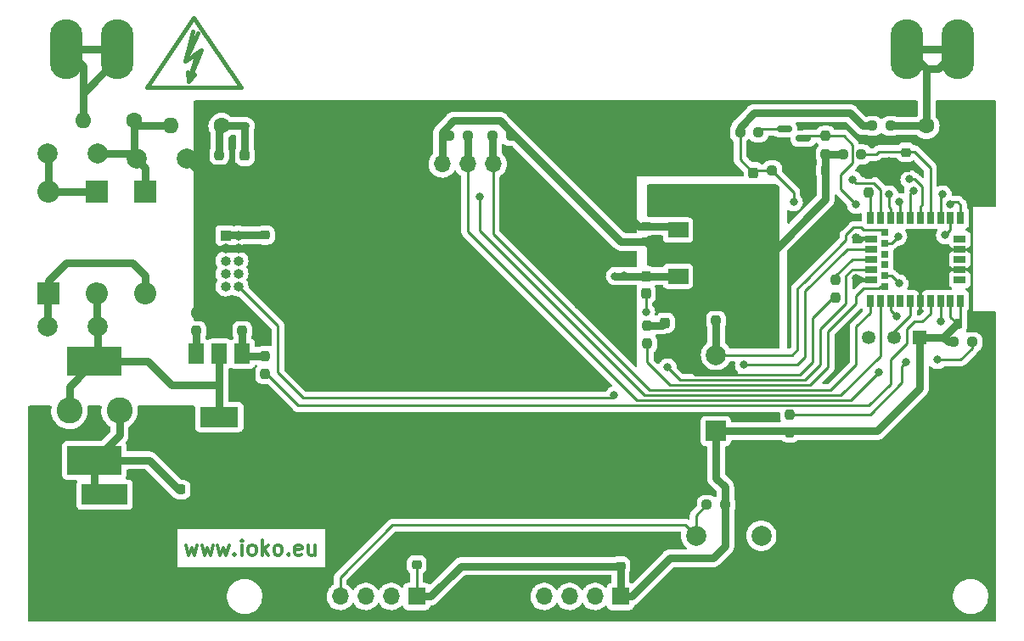
<source format=gbr>
%TF.GenerationSoftware,KiCad,Pcbnew,6.0.2+dfsg-1*%
%TF.CreationDate,2022-05-24T21:44:57+03:00*%
%TF.ProjectId,iot_geiger,696f745f-6765-4696-9765-722e6b696361,rev?*%
%TF.SameCoordinates,Original*%
%TF.FileFunction,Copper,L1,Top*%
%TF.FilePolarity,Positive*%
%FSLAX46Y46*%
G04 Gerber Fmt 4.6, Leading zero omitted, Abs format (unit mm)*
G04 Created by KiCad (PCBNEW 6.0.2+dfsg-1) date 2022-05-24 21:44:57*
%MOMM*%
%LPD*%
G01*
G04 APERTURE LIST*
G04 Aperture macros list*
%AMRoundRect*
0 Rectangle with rounded corners*
0 $1 Rounding radius*
0 $2 $3 $4 $5 $6 $7 $8 $9 X,Y pos of 4 corners*
0 Add a 4 corners polygon primitive as box body*
4,1,4,$2,$3,$4,$5,$6,$7,$8,$9,$2,$3,0*
0 Add four circle primitives for the rounded corners*
1,1,$1+$1,$2,$3*
1,1,$1+$1,$4,$5*
1,1,$1+$1,$6,$7*
1,1,$1+$1,$8,$9*
0 Add four rect primitives between the rounded corners*
20,1,$1+$1,$2,$3,$4,$5,0*
20,1,$1+$1,$4,$5,$6,$7,0*
20,1,$1+$1,$6,$7,$8,$9,0*
20,1,$1+$1,$8,$9,$2,$3,0*%
G04 Aperture macros list end*
%ADD10C,0.300000*%
%TA.AperFunction,NonConductor*%
%ADD11C,0.300000*%
%TD*%
%TA.AperFunction,EtchedComponent*%
%ADD12C,0.381000*%
%TD*%
%TA.AperFunction,ComponentPad*%
%ADD13C,2.600000*%
%TD*%
%TA.AperFunction,ComponentPad*%
%ADD14C,2.000000*%
%TD*%
%TA.AperFunction,SMDPad,CuDef*%
%ADD15RoundRect,0.237500X0.237500X-0.250000X0.237500X0.250000X-0.237500X0.250000X-0.237500X-0.250000X0*%
%TD*%
%TA.AperFunction,SMDPad,CuDef*%
%ADD16RoundRect,0.237500X-0.237500X0.250000X-0.237500X-0.250000X0.237500X-0.250000X0.237500X0.250000X0*%
%TD*%
%TA.AperFunction,ComponentPad*%
%ADD17C,1.600000*%
%TD*%
%TA.AperFunction,ComponentPad*%
%ADD18R,1.700000X1.700000*%
%TD*%
%TA.AperFunction,ComponentPad*%
%ADD19O,1.700000X1.700000*%
%TD*%
%TA.AperFunction,SMDPad,CuDef*%
%ADD20R,1.500000X2.000000*%
%TD*%
%TA.AperFunction,SMDPad,CuDef*%
%ADD21R,3.800000X2.000000*%
%TD*%
%TA.AperFunction,SMDPad,CuDef*%
%ADD22RoundRect,0.225000X0.250000X-0.225000X0.250000X0.225000X-0.250000X0.225000X-0.250000X-0.225000X0*%
%TD*%
%TA.AperFunction,SMDPad,CuDef*%
%ADD23RoundRect,0.237500X0.237500X-0.287500X0.237500X0.287500X-0.237500X0.287500X-0.237500X-0.287500X0*%
%TD*%
%TA.AperFunction,SMDPad,CuDef*%
%ADD24RoundRect,0.237500X-0.250000X-0.237500X0.250000X-0.237500X0.250000X0.237500X-0.250000X0.237500X0*%
%TD*%
%TA.AperFunction,SMDPad,CuDef*%
%ADD25R,0.700000X1.150000*%
%TD*%
%TA.AperFunction,SMDPad,CuDef*%
%ADD26R,1.150000X0.700000*%
%TD*%
%TA.AperFunction,SMDPad,CuDef*%
%ADD27R,0.700000X0.700000*%
%TD*%
%TA.AperFunction,ComponentPad*%
%ADD28R,2.000000X2.000000*%
%TD*%
%TA.AperFunction,SMDPad,CuDef*%
%ADD29RoundRect,0.225000X-0.250000X0.225000X-0.250000X-0.225000X0.250000X-0.225000X0.250000X0.225000X0*%
%TD*%
%TA.AperFunction,SMDPad,CuDef*%
%ADD30RoundRect,0.237500X0.237500X-0.300000X0.237500X0.300000X-0.237500X0.300000X-0.237500X-0.300000X0*%
%TD*%
%TA.AperFunction,ComponentPad*%
%ADD31O,1.600000X1.600000*%
%TD*%
%TA.AperFunction,SMDPad,CuDef*%
%ADD32RoundRect,0.225000X-0.225000X-0.250000X0.225000X-0.250000X0.225000X0.250000X-0.225000X0.250000X0*%
%TD*%
%TA.AperFunction,SMDPad,CuDef*%
%ADD33R,5.400000X2.900000*%
%TD*%
%TA.AperFunction,SMDPad,CuDef*%
%ADD34R,2.000000X1.500000*%
%TD*%
%TA.AperFunction,SMDPad,CuDef*%
%ADD35R,2.000000X3.800000*%
%TD*%
%TA.AperFunction,ComponentPad*%
%ADD36R,4.600000X2.000000*%
%TD*%
%TA.AperFunction,ComponentPad*%
%ADD37O,4.200000X2.000000*%
%TD*%
%TA.AperFunction,ComponentPad*%
%ADD38O,2.000000X4.200000*%
%TD*%
%TA.AperFunction,SMDPad,CuDef*%
%ADD39RoundRect,0.250000X-0.475000X0.337500X-0.475000X-0.337500X0.475000X-0.337500X0.475000X0.337500X0*%
%TD*%
%TA.AperFunction,SMDPad,CuDef*%
%ADD40RoundRect,0.237500X0.250000X0.237500X-0.250000X0.237500X-0.250000X-0.237500X0.250000X-0.237500X0*%
%TD*%
%TA.AperFunction,SMDPad,CuDef*%
%ADD41RoundRect,0.225000X0.225000X0.250000X-0.225000X0.250000X-0.225000X-0.250000X0.225000X-0.250000X0*%
%TD*%
%TA.AperFunction,SMDPad,CuDef*%
%ADD42RoundRect,0.237500X-0.237500X0.300000X-0.237500X-0.300000X0.237500X-0.300000X0.237500X0.300000X0*%
%TD*%
%TA.AperFunction,SMDPad,CuDef*%
%ADD43RoundRect,0.150000X-0.587500X-0.150000X0.587500X-0.150000X0.587500X0.150000X-0.587500X0.150000X0*%
%TD*%
%TA.AperFunction,ComponentPad*%
%ADD44R,2.200000X2.200000*%
%TD*%
%TA.AperFunction,ComponentPad*%
%ADD45O,2.200000X2.200000*%
%TD*%
%TA.AperFunction,ComponentPad*%
%ADD46R,1.350000X1.350000*%
%TD*%
%TA.AperFunction,ComponentPad*%
%ADD47C,1.350000*%
%TD*%
%TA.AperFunction,ComponentPad*%
%ADD48O,3.250000X6.000000*%
%TD*%
%TA.AperFunction,ComponentPad*%
%ADD49R,1.000000X1.000000*%
%TD*%
%TA.AperFunction,ComponentPad*%
%ADD50O,1.000000X1.000000*%
%TD*%
%TA.AperFunction,ViaPad*%
%ADD51C,0.800000*%
%TD*%
%TA.AperFunction,Conductor*%
%ADD52C,0.762000*%
%TD*%
%TA.AperFunction,Conductor*%
%ADD53C,0.250000*%
%TD*%
%TA.AperFunction,Conductor*%
%ADD54C,0.254000*%
%TD*%
G04 APERTURE END LIST*
D10*
D11*
X132565000Y-93912571D02*
X132850714Y-94912571D01*
X133136428Y-94198285D01*
X133422142Y-94912571D01*
X133707857Y-93912571D01*
X134136428Y-93912571D02*
X134422142Y-94912571D01*
X134707857Y-94198285D01*
X134993571Y-94912571D01*
X135279285Y-93912571D01*
X135707857Y-93912571D02*
X135993571Y-94912571D01*
X136279285Y-94198285D01*
X136565000Y-94912571D01*
X136850714Y-93912571D01*
X137422142Y-94769714D02*
X137493571Y-94841142D01*
X137422142Y-94912571D01*
X137350714Y-94841142D01*
X137422142Y-94769714D01*
X137422142Y-94912571D01*
X138136428Y-94912571D02*
X138136428Y-93912571D01*
X138136428Y-93412571D02*
X138065000Y-93484000D01*
X138136428Y-93555428D01*
X138207857Y-93484000D01*
X138136428Y-93412571D01*
X138136428Y-93555428D01*
X139065000Y-94912571D02*
X138922142Y-94841142D01*
X138850714Y-94769714D01*
X138779285Y-94626857D01*
X138779285Y-94198285D01*
X138850714Y-94055428D01*
X138922142Y-93984000D01*
X139065000Y-93912571D01*
X139279285Y-93912571D01*
X139422142Y-93984000D01*
X139493571Y-94055428D01*
X139565000Y-94198285D01*
X139565000Y-94626857D01*
X139493571Y-94769714D01*
X139422142Y-94841142D01*
X139279285Y-94912571D01*
X139065000Y-94912571D01*
X140207857Y-94912571D02*
X140207857Y-93412571D01*
X140350714Y-94341142D02*
X140779285Y-94912571D01*
X140779285Y-93912571D02*
X140207857Y-94484000D01*
X141636428Y-94912571D02*
X141493571Y-94841142D01*
X141422142Y-94769714D01*
X141350714Y-94626857D01*
X141350714Y-94198285D01*
X141422142Y-94055428D01*
X141493571Y-93984000D01*
X141636428Y-93912571D01*
X141850714Y-93912571D01*
X141993571Y-93984000D01*
X142065000Y-94055428D01*
X142136428Y-94198285D01*
X142136428Y-94626857D01*
X142065000Y-94769714D01*
X141993571Y-94841142D01*
X141850714Y-94912571D01*
X141636428Y-94912571D01*
X142779285Y-94769714D02*
X142850714Y-94841142D01*
X142779285Y-94912571D01*
X142707857Y-94841142D01*
X142779285Y-94769714D01*
X142779285Y-94912571D01*
X144065000Y-94841142D02*
X143922142Y-94912571D01*
X143636428Y-94912571D01*
X143493571Y-94841142D01*
X143422142Y-94698285D01*
X143422142Y-94126857D01*
X143493571Y-93984000D01*
X143636428Y-93912571D01*
X143922142Y-93912571D01*
X144065000Y-93984000D01*
X144136428Y-94126857D01*
X144136428Y-94269714D01*
X143422142Y-94412571D01*
X145422142Y-93912571D02*
X145422142Y-94912571D01*
X144779285Y-93912571D02*
X144779285Y-94698285D01*
X144850714Y-94841142D01*
X144993571Y-94912571D01*
X145207857Y-94912571D01*
X145350714Y-94841142D01*
X145422142Y-94769714D01*
D12*
X133350000Y-41234360D02*
X138049000Y-48219360D01*
X128651000Y-48219360D02*
X133350000Y-41234360D01*
X132450840Y-45626020D02*
X133649720Y-44825920D01*
X138049000Y-48219360D02*
X128651000Y-48219360D01*
X133250940Y-42626280D02*
X132450840Y-45626020D01*
X133649720Y-44825920D02*
X132852160Y-47625000D01*
X132450840Y-45626020D02*
X133751320Y-42824400D01*
X132852160Y-47625000D02*
X133451600Y-46926500D01*
X134051040Y-44526200D02*
X133451600Y-44924980D01*
X132852160Y-47625000D02*
X132750560Y-46725840D01*
X132852160Y-47625000D02*
X134051040Y-44526200D01*
D13*
X125944000Y-80518000D03*
X120944000Y-80518000D03*
D14*
X132675000Y-55372000D03*
X127675000Y-55372000D03*
D15*
X178562000Y-73810500D03*
X178562000Y-71985500D03*
D16*
X197358000Y-67413500D03*
X197358000Y-69238500D03*
D17*
X211415000Y-52070000D03*
X206415000Y-52070000D03*
D18*
X155585000Y-55880000D03*
D19*
X158125000Y-55880000D03*
X160665000Y-55880000D03*
X163205000Y-55880000D03*
D20*
X138190000Y-74828000D03*
X135890000Y-74828000D03*
X133590000Y-74828000D03*
D21*
X135890000Y-81128000D03*
D14*
X118785000Y-54864000D03*
X123785000Y-54864000D03*
X123785000Y-72136000D03*
X118785000Y-72136000D03*
X189940000Y-93000000D03*
X183440000Y-93000000D03*
X189940000Y-97500000D03*
X183440000Y-97500000D03*
D22*
X204368400Y-56248600D03*
X204368400Y-54698600D03*
D23*
X180340000Y-71741000D03*
X180340000Y-69991000D03*
D24*
X198071100Y-54914800D03*
X199896100Y-54914800D03*
D16*
X185420000Y-69699500D03*
X185420000Y-71524500D03*
D25*
X200810000Y-69530000D03*
X201810000Y-69530000D03*
X202810000Y-69530000D03*
X203810000Y-69530000D03*
X204810000Y-69530000D03*
X205810000Y-69530000D03*
X206810000Y-69530000D03*
X207810000Y-69530000D03*
X208810000Y-69530000D03*
X209810000Y-69530000D03*
D26*
X209735000Y-67405000D03*
X209735000Y-66405000D03*
X209735000Y-65405000D03*
X209735000Y-64405000D03*
X209735000Y-63405000D03*
D25*
X209810000Y-61280000D03*
X208810000Y-61280000D03*
X207810000Y-61280000D03*
X206810000Y-61280000D03*
X205810000Y-61280000D03*
X204810000Y-61280000D03*
X203810000Y-61280000D03*
X202810000Y-61280000D03*
X201810000Y-61280000D03*
X200810000Y-61280000D03*
D26*
X200885000Y-63405000D03*
X200885000Y-64405000D03*
X200885000Y-65405000D03*
X200885000Y-66405000D03*
X200885000Y-67405000D03*
D27*
X202260000Y-68155000D03*
X202260000Y-67055000D03*
X202260000Y-65955000D03*
X202260000Y-64855000D03*
X202260000Y-63755000D03*
X202260000Y-62655000D03*
X203590000Y-65980000D03*
X203590000Y-64830000D03*
X204740000Y-67130000D03*
X204740000Y-65980000D03*
X204740000Y-64830000D03*
X204740000Y-63680000D03*
X205890000Y-65980000D03*
X205890000Y-64830000D03*
X207040000Y-67130000D03*
X207040000Y-65980000D03*
X207040000Y-64830000D03*
X207040000Y-63680000D03*
D28*
X185420000Y-82540000D03*
D14*
X185420000Y-74940000D03*
D29*
X175895000Y-94475000D03*
X175895000Y-96025000D03*
D30*
X138430000Y-56742500D03*
X138430000Y-55017500D03*
D22*
X140462000Y-64516000D03*
X140462000Y-62966000D03*
D17*
X127362000Y-51562000D03*
D31*
X122282000Y-51562000D03*
D32*
X194805000Y-56515000D03*
X196355000Y-56515000D03*
D24*
X201017500Y-52070000D03*
X202842500Y-52070000D03*
D33*
X123444000Y-85468000D03*
X123444000Y-75568000D03*
D34*
X181635000Y-62470000D03*
X181635000Y-64770000D03*
D35*
X187935000Y-64770000D03*
D34*
X181635000Y-67070000D03*
D15*
X135890000Y-56792500D03*
X135890000Y-54967500D03*
X192786000Y-82700500D03*
X192786000Y-80875500D03*
D24*
X209145500Y-73660000D03*
X210970500Y-73660000D03*
D17*
X136125000Y-52070000D03*
D31*
X131045000Y-52070000D03*
D16*
X138176000Y-70715500D03*
X138176000Y-72540500D03*
D36*
X124445000Y-88900000D03*
D37*
X124445000Y-95200000D03*
D38*
X129245000Y-91800000D03*
D16*
X140462000Y-75033500D03*
X140462000Y-76858500D03*
D39*
X185420000Y-56366500D03*
X185420000Y-58441500D03*
D40*
X189647500Y-52705000D03*
X187822500Y-52705000D03*
X160678500Y-53086000D03*
X158853500Y-53086000D03*
D41*
X133617000Y-88392000D03*
X132067000Y-88392000D03*
D42*
X189142500Y-55017500D03*
X189142500Y-56742500D03*
D29*
X155575000Y-94335000D03*
X155575000Y-95885000D03*
D40*
X192822500Y-56515000D03*
X190997500Y-56515000D03*
D43*
X192242500Y-52390000D03*
X192242500Y-54290000D03*
X194117500Y-53340000D03*
D15*
X200660000Y-58697500D03*
X200660000Y-56872500D03*
D18*
X175895000Y-99060000D03*
D19*
X173355000Y-99060000D03*
X170815000Y-99060000D03*
X168275000Y-99060000D03*
X165735000Y-99060000D03*
D24*
X163171500Y-53086000D03*
X164996500Y-53086000D03*
D44*
X128524000Y-58674000D03*
D45*
X128524000Y-68834000D03*
D30*
X178435000Y-68807500D03*
X178435000Y-67082500D03*
D44*
X118872000Y-68834000D03*
D45*
X118872000Y-58674000D03*
D46*
X205740000Y-73195000D03*
D47*
X203200000Y-73195000D03*
X200660000Y-73195000D03*
X198120000Y-73195000D03*
D48*
X120650000Y-44450000D03*
X125730000Y-44450000D03*
X204470000Y-44450000D03*
X209550000Y-44450000D03*
D44*
X123698000Y-58674000D03*
D45*
X123698000Y-68834000D03*
D29*
X178435000Y-62090000D03*
X178435000Y-63640000D03*
D41*
X211074000Y-71882000D03*
X209524000Y-71882000D03*
D18*
X155575000Y-99060000D03*
D19*
X153035000Y-99060000D03*
X150495000Y-99060000D03*
X147955000Y-99060000D03*
X145415000Y-99060000D03*
D15*
X196355000Y-54887500D03*
X196355000Y-53062500D03*
D16*
X133604000Y-70715500D03*
X133604000Y-72540500D03*
D24*
X184507500Y-89916000D03*
X186332500Y-89916000D03*
D49*
X136515000Y-63007000D03*
D50*
X137785000Y-63007000D03*
X136515000Y-64277000D03*
X137785000Y-64277000D03*
X136515000Y-65547000D03*
X137785000Y-65547000D03*
X136515000Y-66817000D03*
X137785000Y-66817000D03*
X136515000Y-68087000D03*
X137785000Y-68087000D03*
D51*
X207810000Y-71590000D03*
X201676000Y-76708000D03*
X182372000Y-75946000D03*
X204343000Y-75692000D03*
X203708000Y-67818000D03*
X208026000Y-50038000D03*
X166370000Y-85090000D03*
X204724000Y-50038000D03*
X156210000Y-85090000D03*
X207518000Y-77978000D03*
X204470000Y-85090000D03*
X179070000Y-93980000D03*
X201930000Y-50800000D03*
X146050000Y-85090000D03*
X118110000Y-85344000D03*
X166370000Y-74930000D03*
X212344000Y-59436000D03*
X168910000Y-64770000D03*
X119380000Y-100330000D03*
X205994000Y-67310000D03*
X173990000Y-64770000D03*
X156210000Y-64770000D03*
X162560000Y-99060000D03*
X202692000Y-55626000D03*
X201930000Y-53340000D03*
X135890000Y-69850000D03*
X173990000Y-69850000D03*
X140462000Y-79502000D03*
X190549700Y-55017500D03*
X146050000Y-54610000D03*
X194310000Y-85090000D03*
X137414000Y-76962000D03*
X163830000Y-93980000D03*
X175514000Y-58674000D03*
X205994000Y-63500000D03*
X146050000Y-64770000D03*
X194310000Y-54610000D03*
X153670000Y-93980000D03*
X185420000Y-54864000D03*
X199390000Y-67310000D03*
X146050000Y-74930000D03*
X212090000Y-85090000D03*
X196088000Y-62992000D03*
X173990000Y-54610000D03*
X156210000Y-74930000D03*
X199390000Y-63246000D03*
X212344000Y-71628000D03*
X151130000Y-54610000D03*
X188722000Y-85090000D03*
X178435000Y-70637400D03*
X188214000Y-75946000D03*
X203708000Y-59690000D03*
X202692000Y-58928000D03*
X207518000Y-75438000D03*
X205105000Y-58547000D03*
X204724000Y-57404000D03*
X208026000Y-58928000D03*
X208280000Y-62992000D03*
X208788000Y-59944000D03*
X161839511Y-59140489D03*
X203581000Y-63119000D03*
X199390000Y-59944000D03*
X176276000Y-67056000D03*
X175347600Y-67070000D03*
X199059800Y-57480200D03*
X180594000Y-76200000D03*
X175260000Y-78994000D03*
X193167000Y-59690000D03*
X203454000Y-71120000D03*
D52*
X125944000Y-80518000D02*
X125944000Y-82968000D01*
X125944000Y-82968000D02*
X123444000Y-85468000D01*
X120944000Y-80518000D02*
X120944000Y-78068000D01*
X120944000Y-78068000D02*
X123444000Y-75568000D01*
X160678500Y-53086000D02*
X160678500Y-55866500D01*
D53*
X198882000Y-79502000D02*
X177546000Y-79502000D01*
X201676000Y-76708000D02*
X198882000Y-79502000D01*
D54*
X207810000Y-69530000D02*
X207810000Y-71590000D01*
D53*
X177546000Y-79502000D02*
X160665000Y-62621000D01*
D52*
X160678500Y-55866500D02*
X160665000Y-55880000D01*
D53*
X160665000Y-62621000D02*
X160665000Y-55880000D01*
D52*
X175895000Y-96025000D02*
X175895000Y-99060000D01*
D53*
X179565000Y-64770000D02*
X181635000Y-64770000D01*
D52*
X190982600Y-64795400D02*
X196355000Y-59423000D01*
D54*
X195072000Y-75692000D02*
X195072000Y-71270500D01*
D52*
X158242000Y-53086000D02*
X158125000Y-53203000D01*
D53*
X196355000Y-54887500D02*
X196355000Y-56515000D01*
D52*
X205740000Y-75539600D02*
X205740000Y-73195000D01*
X165100000Y-53086000D02*
X165252400Y-52933600D01*
X209145500Y-73660000D02*
X208562000Y-73660000D01*
X201482800Y-82540000D02*
X205740000Y-78282800D01*
X186334400Y-94030800D02*
X186334400Y-88138000D01*
X155575000Y-99060000D02*
X156972000Y-99060000D01*
D54*
X183388000Y-76962000D02*
X193802000Y-76962000D01*
D52*
X208562000Y-73660000D02*
X208097000Y-73195000D01*
X182372000Y-69596000D02*
X184632600Y-67335400D01*
X196355000Y-59423000D02*
X196355000Y-54887500D01*
X158125000Y-55880000D02*
X158125000Y-53203000D01*
D53*
X205740000Y-75438000D02*
X205740000Y-73195000D01*
D52*
X185420000Y-87223600D02*
X185420000Y-82540000D01*
X158125000Y-53203000D02*
X158125000Y-52695000D01*
X163880800Y-51562000D02*
X165252400Y-52933600D01*
X160007000Y-96025000D02*
X175895000Y-96025000D01*
D54*
X195072000Y-71270500D02*
X197104000Y-69238500D01*
D52*
X165252400Y-52933600D02*
X175958800Y-63640000D01*
X159258000Y-51562000D02*
X163880800Y-51562000D01*
X205740000Y-73195000D02*
X208097000Y-73195000D01*
X187935000Y-62205000D02*
X185420000Y-59690000D01*
D54*
X197104000Y-69238500D02*
X197358000Y-69238500D01*
D52*
X187935000Y-64770000D02*
X187935000Y-62205000D01*
D54*
X182372000Y-75946000D02*
X183388000Y-76962000D01*
D52*
X205740000Y-78282800D02*
X205740000Y-75539600D01*
X186334400Y-88138000D02*
X185420000Y-87223600D01*
X180848000Y-95250000D02*
X185115200Y-95250000D01*
D53*
X209810000Y-69530000D02*
X209810000Y-71355000D01*
D54*
X193802000Y-76962000D02*
X195072000Y-75692000D01*
D53*
X208810000Y-69530000D02*
X208810000Y-71155000D01*
D52*
X177038000Y-99060000D02*
X180848000Y-95250000D01*
X208097000Y-73195000D02*
X209410000Y-71882000D01*
D53*
X208810000Y-71155000D02*
X209410000Y-71755000D01*
D52*
X182372000Y-75946000D02*
X182372000Y-69596000D01*
X164996500Y-53086000D02*
X165100000Y-53086000D01*
X179590400Y-64795400D02*
X184632600Y-64795400D01*
X196382300Y-54914800D02*
X196355000Y-54887500D01*
X175958800Y-63640000D02*
X178435000Y-63640000D01*
X156972000Y-99060000D02*
X160007000Y-96025000D01*
X158125000Y-52695000D02*
X159258000Y-51562000D01*
X185115200Y-95250000D02*
X186334400Y-94030800D01*
X178435000Y-63640000D02*
X179590400Y-64795400D01*
D53*
X155575000Y-95885000D02*
X155575000Y-99060000D01*
D52*
X185420000Y-82540000D02*
X201482800Y-82540000D01*
D53*
X209810000Y-71355000D02*
X209410000Y-71755000D01*
X178435000Y-63640000D02*
X179565000Y-64770000D01*
D52*
X198071100Y-54914800D02*
X196382300Y-54914800D01*
X185420000Y-59690000D02*
X185420000Y-58441500D01*
X175895000Y-99060000D02*
X177038000Y-99060000D01*
X184632600Y-67335400D02*
X184632600Y-64795400D01*
X184632600Y-64795400D02*
X190982600Y-64795400D01*
X158853500Y-53086000D02*
X158242000Y-53086000D01*
D53*
X200810000Y-70716000D02*
X199390000Y-72136000D01*
D52*
X163171500Y-55846500D02*
X163205000Y-55880000D01*
D53*
X178816000Y-78486000D02*
X163205000Y-62875000D01*
X163205000Y-62875000D02*
X163205000Y-55880000D01*
X196850000Y-78486000D02*
X178816000Y-78486000D01*
X199390000Y-72136000D02*
X199390000Y-75946000D01*
D52*
X163171500Y-53086000D02*
X163171500Y-55846500D01*
D53*
X199390000Y-75946000D02*
X196850000Y-78486000D01*
X200810000Y-69530000D02*
X200810000Y-70716000D01*
D54*
X200787000Y-80875500D02*
X203938500Y-77724000D01*
X203938500Y-76096500D02*
X204343000Y-75692000D01*
X203938500Y-77724000D02*
X203938500Y-76096500D01*
X202945000Y-67055000D02*
X203708000Y-67818000D01*
X192786000Y-80875500D02*
X200787000Y-80875500D01*
X202260000Y-67055000D02*
X202945000Y-67055000D01*
D53*
X200810000Y-61280000D02*
X200810000Y-58847500D01*
X200810000Y-58847500D02*
X200660000Y-58697500D01*
D52*
X133968500Y-56792500D02*
X135890000Y-56792500D01*
X140223000Y-64277000D02*
X140462000Y-64516000D01*
D54*
X205890000Y-63604000D02*
X205994000Y-63500000D01*
D52*
X136515000Y-64277000D02*
X140223000Y-64277000D01*
D53*
X189142500Y-55017500D02*
X190549700Y-55017500D01*
D54*
X199485000Y-67405000D02*
X199390000Y-67310000D01*
D53*
X208391000Y-64405000D02*
X207465000Y-64405000D01*
X209735000Y-64405000D02*
X208391000Y-64405000D01*
X209735000Y-66405000D02*
X208423000Y-66405000D01*
D54*
X205810000Y-67494000D02*
X205994000Y-67310000D01*
D52*
X175514000Y-59944000D02*
X177660000Y-62090000D01*
D53*
X207040000Y-67130000D02*
X207040000Y-63680000D01*
D52*
X185420000Y-56366500D02*
X185420000Y-54864000D01*
D53*
X201445500Y-56872500D02*
X202692000Y-55626000D01*
D52*
X132675000Y-55372000D02*
X132675000Y-55499000D01*
X178435000Y-62090000D02*
X181255000Y-62090000D01*
D54*
X199549000Y-63405000D02*
X199390000Y-63246000D01*
D52*
X181255000Y-62090000D02*
X181635000Y-62470000D01*
D53*
X207465000Y-64405000D02*
X207040000Y-64830000D01*
X203590000Y-65980000D02*
X207040000Y-65980000D01*
X192822500Y-56515000D02*
X192822500Y-54870000D01*
D54*
X205890000Y-65980000D02*
X205890000Y-67206000D01*
X178435000Y-68807500D02*
X178435000Y-70637400D01*
D53*
X200660000Y-56872500D02*
X202715500Y-56872500D01*
D52*
X132675000Y-55499000D02*
X133968500Y-56792500D01*
D53*
X204740000Y-63680000D02*
X204740000Y-67130000D01*
X203744500Y-56872500D02*
X204368400Y-56248600D01*
X207040000Y-64830000D02*
X203590000Y-64830000D01*
D54*
X200885000Y-67405000D02*
X199485000Y-67405000D01*
D52*
X175514000Y-59944000D02*
X175514000Y-58674000D01*
D54*
X205890000Y-64830000D02*
X205890000Y-63604000D01*
D53*
X191515000Y-55017500D02*
X192242500Y-54290000D01*
D54*
X205890000Y-67206000D02*
X205994000Y-67310000D01*
D53*
X207465000Y-66405000D02*
X207040000Y-65980000D01*
D54*
X200885000Y-63405000D02*
X199549000Y-63405000D01*
X205810000Y-69530000D02*
X205810000Y-67494000D01*
D53*
X190549700Y-55017500D02*
X191515000Y-55017500D01*
X208423000Y-66405000D02*
X207465000Y-66405000D01*
X200660000Y-56872500D02*
X201445500Y-56872500D01*
X192822500Y-56515000D02*
X194805000Y-56515000D01*
X192822500Y-54870000D02*
X192242500Y-54290000D01*
X202715500Y-56872500D02*
X203744500Y-56872500D01*
D52*
X177660000Y-62090000D02*
X178435000Y-62090000D01*
D54*
X193548000Y-75946000D02*
X194310000Y-75184000D01*
D53*
X182388000Y-91948000D02*
X183440000Y-93000000D01*
D54*
X194310000Y-75184000D02*
X194310000Y-68580000D01*
X198485000Y-64405000D02*
X200885000Y-64405000D01*
D53*
X183440000Y-90983500D02*
X184507500Y-89916000D01*
X153162000Y-91948000D02*
X182388000Y-91948000D01*
D54*
X188214000Y-75946000D02*
X193548000Y-75946000D01*
X194310000Y-68580000D02*
X198485000Y-64405000D01*
D53*
X147955000Y-99060000D02*
X147955000Y-97155000D01*
X183440000Y-93000000D02*
X183440000Y-90983500D01*
X147955000Y-97155000D02*
X153162000Y-91948000D01*
D54*
X203810000Y-61280000D02*
X203810000Y-59792000D01*
X203810000Y-59792000D02*
X203708000Y-59690000D01*
X202810000Y-61280000D02*
X202810000Y-60316000D01*
X202692000Y-60198000D02*
X202692000Y-58928000D01*
X202810000Y-60316000D02*
X202692000Y-60198000D01*
D53*
X204810000Y-71034000D02*
X203200000Y-72644000D01*
D54*
X209804000Y-75438000D02*
X207518000Y-75438000D01*
X210970500Y-74271500D02*
X209804000Y-75438000D01*
D53*
X203200000Y-72644000D02*
X203200000Y-73195000D01*
X204810000Y-69530000D02*
X204810000Y-71034000D01*
D54*
X210970500Y-73660000D02*
X210970500Y-74271500D01*
X204978000Y-58674000D02*
X205105000Y-58547000D01*
X204810000Y-58842000D02*
X204978000Y-58674000D01*
X204810000Y-61280000D02*
X204810000Y-58842000D01*
X205810000Y-61280000D02*
X205810000Y-60128000D01*
X205810000Y-60128000D02*
X205994000Y-59944000D01*
X205994000Y-59944000D02*
X205994000Y-58166000D01*
X205994000Y-58166000D02*
X205232000Y-57404000D01*
X205232000Y-57404000D02*
X204724000Y-57404000D01*
X207810000Y-59144000D02*
X208026000Y-58928000D01*
X207810000Y-61280000D02*
X207810000Y-59144000D01*
X208810000Y-61280000D02*
X208810000Y-62462000D01*
X208810000Y-62462000D02*
X208280000Y-62992000D01*
X209810000Y-59950000D02*
X209550000Y-59690000D01*
X209550000Y-59690000D02*
X209042000Y-59690000D01*
X209810000Y-61280000D02*
X209810000Y-59950000D01*
X209042000Y-59690000D02*
X208788000Y-59944000D01*
D52*
X136125000Y-52070000D02*
X138533500Y-52070000D01*
D53*
X161839511Y-59140489D02*
X161839511Y-62525511D01*
X197866000Y-78994000D02*
X201810000Y-75050000D01*
X161839511Y-62525511D02*
X178308000Y-78994000D01*
D52*
X135890000Y-54967500D02*
X135890000Y-52305000D01*
D53*
X178308000Y-78994000D02*
X197866000Y-78994000D01*
X201810000Y-75050000D02*
X201810000Y-69530000D01*
D52*
X138430000Y-52173500D02*
X138430000Y-55017500D01*
X138533500Y-52070000D02*
X138430000Y-52173500D01*
X135890000Y-52305000D02*
X136125000Y-52070000D01*
D53*
X197866000Y-58420000D02*
X199390000Y-59944000D01*
D54*
X202945000Y-63755000D02*
X203581000Y-63119000D01*
D53*
X197866000Y-56946800D02*
X197866000Y-58420000D01*
X197993000Y-58547000D02*
X198501000Y-59055000D01*
X196355000Y-53062500D02*
X194395000Y-53062500D01*
X199034400Y-55778400D02*
X199034400Y-53949600D01*
X198147300Y-53062500D02*
X196355000Y-53062500D01*
D54*
X202260000Y-63755000D02*
X202945000Y-63755000D01*
D53*
X194395000Y-53062500D02*
X194117500Y-53340000D01*
X198501000Y-59055000D02*
X199390000Y-59944000D01*
X197866000Y-56946800D02*
X199034400Y-55778400D01*
X199034400Y-53949600D02*
X198147300Y-53062500D01*
D52*
X131826000Y-88392000D02*
X128902000Y-85468000D01*
D53*
X176290000Y-67070000D02*
X176276000Y-67056000D01*
D52*
X140462000Y-62966000D02*
X136556000Y-62966000D01*
X181635000Y-67070000D02*
X175347600Y-67070000D01*
X128902000Y-85468000D02*
X123444000Y-85468000D01*
X136556000Y-62966000D02*
X136515000Y-63007000D01*
D53*
X181635000Y-67070000D02*
X176516000Y-67070000D01*
X176516000Y-67070000D02*
X176290000Y-67070000D01*
D52*
X123444000Y-84960000D02*
X123444000Y-87899000D01*
X132067000Y-88392000D02*
X131826000Y-88392000D01*
X123444000Y-87899000D02*
X124445000Y-88900000D01*
D54*
X202260000Y-62655000D02*
X202101000Y-62655000D01*
D53*
X198374000Y-63500000D02*
X198374000Y-62992000D01*
D54*
X190744000Y-74940000D02*
X193030000Y-74940000D01*
X193548000Y-68326000D02*
X194183000Y-67691000D01*
D53*
X199136000Y-62230000D02*
X199898000Y-62230000D01*
D54*
X193030000Y-74940000D02*
X193548000Y-74422000D01*
D53*
X194183000Y-67691000D02*
X198374000Y-63500000D01*
D54*
X193548000Y-74422000D02*
X193548000Y-68326000D01*
D53*
X198374000Y-62992000D02*
X199136000Y-62230000D01*
X199898000Y-62230000D02*
X200152000Y-62484000D01*
D54*
X202101000Y-62655000D02*
X201930000Y-62484000D01*
D52*
X185420000Y-71524500D02*
X185420000Y-74940000D01*
D53*
X200152000Y-62484000D02*
X200660000Y-62484000D01*
D54*
X201930000Y-62484000D02*
X200660000Y-62484000D01*
X185420000Y-74940000D02*
X190744000Y-74940000D01*
D53*
X140612500Y-76858500D02*
X143764000Y-80010000D01*
X205994000Y-71628000D02*
X205232000Y-71628000D01*
X204470000Y-73787000D02*
X202819000Y-75438000D01*
X205232000Y-71628000D02*
X204470000Y-72390000D01*
X206810000Y-70812000D02*
X205994000Y-71628000D01*
X202819000Y-75438000D02*
X202819000Y-77851000D01*
X206810000Y-69530000D02*
X206810000Y-70812000D01*
X202819000Y-77851000D02*
X200660000Y-80010000D01*
X204470000Y-72390000D02*
X204470000Y-73787000D01*
X200660000Y-80010000D02*
X143764000Y-80010000D01*
X140462000Y-76858500D02*
X140612500Y-76858500D01*
X199364600Y-57785000D02*
X199059800Y-57480200D01*
X201810000Y-58427000D02*
X201168000Y-57785000D01*
X201168000Y-57785000D02*
X199364600Y-57785000D01*
X201810000Y-61280000D02*
X201810000Y-58427000D01*
D54*
X180848000Y-77978000D02*
X194818000Y-77978000D01*
X194818000Y-77978000D02*
X196596000Y-76200000D01*
X199390000Y-69088000D02*
X200152000Y-68326000D01*
X201676000Y-68326000D02*
X201847000Y-68155000D01*
X178562000Y-73810500D02*
X178562000Y-75692000D01*
X178562000Y-75692000D02*
X180848000Y-77978000D01*
X200152000Y-68326000D02*
X201676000Y-68326000D01*
X196596000Y-76200000D02*
X196596000Y-72644000D01*
X201847000Y-68155000D02*
X202260000Y-68155000D01*
X196596000Y-72644000D02*
X199390000Y-69850000D01*
X199390000Y-69850000D02*
X199390000Y-69088000D01*
D52*
X178562000Y-71985500D02*
X180095500Y-71985500D01*
X180095500Y-71985500D02*
X180340000Y-71741000D01*
D53*
X141732000Y-76708000D02*
X141732000Y-72034000D01*
D54*
X198374000Y-69850000D02*
X195834000Y-72390000D01*
X198374000Y-67024000D02*
X198374000Y-69850000D01*
D53*
X141732000Y-72034000D02*
X137785000Y-68087000D01*
D54*
X194310000Y-77470000D02*
X181864000Y-77470000D01*
D53*
X175260000Y-78994000D02*
X175006000Y-79248000D01*
D54*
X198993000Y-66405000D02*
X198374000Y-67024000D01*
D53*
X175006000Y-79248000D02*
X144272000Y-79248000D01*
D54*
X195834000Y-72390000D02*
X195834000Y-75946000D01*
X181864000Y-77470000D02*
X180594000Y-76200000D01*
X195834000Y-75946000D02*
X194310000Y-77470000D01*
D53*
X144272000Y-79248000D02*
X141732000Y-76708000D01*
D54*
X200885000Y-66405000D02*
X198993000Y-66405000D01*
X197358000Y-67056000D02*
X199009000Y-65405000D01*
X197358000Y-67413500D02*
X197358000Y-67056000D01*
X199009000Y-65405000D02*
X200885000Y-65405000D01*
D53*
X205194511Y-54647489D02*
X201662689Y-54647489D01*
X206810000Y-56262978D02*
X205194511Y-54647489D01*
X201395378Y-54914800D02*
X199896100Y-54914800D01*
X206810000Y-61280000D02*
X206810000Y-56262978D01*
X201662689Y-54647489D02*
X201395378Y-54914800D01*
D52*
X131142500Y-77978000D02*
X128732500Y-75568000D01*
X123785000Y-72136000D02*
X123785000Y-75227000D01*
X123698000Y-68834000D02*
X123698000Y-72049000D01*
X135890000Y-81128000D02*
X135890000Y-77978000D01*
X135890000Y-77978000D02*
X135890000Y-74828000D01*
X135890000Y-77978000D02*
X131142500Y-77978000D01*
X123444000Y-75568000D02*
X128732500Y-75568000D01*
X123785000Y-75227000D02*
X123444000Y-75568000D01*
X123444000Y-75060000D02*
X123828000Y-75060000D01*
X204470000Y-44450000D02*
X209550000Y-44450000D01*
X207605000Y-46395000D02*
X209550000Y-44450000D01*
X206415000Y-46395000D02*
X204470000Y-44450000D01*
X206415000Y-46395000D02*
X207605000Y-46395000D01*
X206415000Y-52070000D02*
X206415000Y-46395000D01*
X202842500Y-52070000D02*
X206415000Y-52070000D01*
D53*
X187822500Y-52705000D02*
X187822500Y-55422500D01*
X190997500Y-56515000D02*
X193167000Y-58684500D01*
X190997500Y-56515000D02*
X189370000Y-56515000D01*
D52*
X198755000Y-50800000D02*
X189230000Y-50800000D01*
D54*
X202810000Y-69530000D02*
X202810000Y-70240000D01*
D52*
X187822500Y-52207500D02*
X187822500Y-52705000D01*
D53*
X187822500Y-55422500D02*
X189142500Y-56742500D01*
D52*
X200025000Y-52070000D02*
X198755000Y-50800000D01*
X200025000Y-52070000D02*
X201017500Y-52070000D01*
X189230000Y-50800000D02*
X187822500Y-52207500D01*
D54*
X202810000Y-70240000D02*
X202810000Y-70476000D01*
D53*
X193167000Y-58684500D02*
X193167000Y-59690000D01*
D54*
X202810000Y-70476000D02*
X203454000Y-71120000D01*
D53*
X189962500Y-52390000D02*
X189647500Y-52705000D01*
X192242500Y-52390000D02*
X189962500Y-52390000D01*
D52*
X125730000Y-44450000D02*
X120650000Y-44450000D01*
X122282000Y-46082000D02*
X120650000Y-44450000D01*
X122282000Y-51562000D02*
X122282000Y-48787000D01*
X122282000Y-48787000D02*
X122282000Y-46082000D01*
X122282000Y-48787000D02*
X125730000Y-45339000D01*
X125730000Y-45339000D02*
X125730000Y-44450000D01*
X127362000Y-51562000D02*
X127362000Y-55059000D01*
X128524000Y-58674000D02*
X128524000Y-56221000D01*
X123785000Y-54864000D02*
X127167000Y-54864000D01*
X127362000Y-55059000D02*
X127675000Y-55372000D01*
X131045000Y-52070000D02*
X127870000Y-52070000D01*
X128524000Y-56221000D02*
X127675000Y-55372000D01*
X127167000Y-54864000D02*
X127675000Y-55372000D01*
X127870000Y-52070000D02*
X127362000Y-51562000D01*
X138176000Y-72540500D02*
X138176000Y-74814000D01*
X138395500Y-75033500D02*
X138190000Y-74828000D01*
X140462000Y-75033500D02*
X138395500Y-75033500D01*
X138176000Y-74814000D02*
X138190000Y-74828000D01*
X133604000Y-72540500D02*
X133604000Y-74814000D01*
X133604000Y-74814000D02*
X133590000Y-74828000D01*
X128524000Y-67056000D02*
X128524000Y-68834000D01*
X118872000Y-68834000D02*
X118872000Y-67564000D01*
X120650000Y-65786000D02*
X127254000Y-65786000D01*
X118872000Y-67564000D02*
X120650000Y-65786000D01*
X118785000Y-68921000D02*
X118872000Y-68834000D01*
X118785000Y-72136000D02*
X118785000Y-68921000D01*
X127254000Y-65786000D02*
X128524000Y-67056000D01*
X118872000Y-58674000D02*
X118872000Y-54951000D01*
X118872000Y-54951000D02*
X118785000Y-54864000D01*
X118872000Y-58674000D02*
X123825000Y-58674000D01*
%TA.AperFunction,Conductor*%
G36*
X213302121Y-49550002D02*
G01*
X213348614Y-49603658D01*
X213360000Y-49656000D01*
X213360000Y-60072000D01*
X213339998Y-60140121D01*
X213286342Y-60186614D01*
X213234000Y-60198000D01*
X211074000Y-60198000D01*
X211074000Y-70612000D01*
X213234000Y-70612000D01*
X213302121Y-70632002D01*
X213348614Y-70685658D01*
X213360000Y-70738000D01*
X213360000Y-101474000D01*
X213339998Y-101542121D01*
X213286342Y-101588614D01*
X213234000Y-101600000D01*
X116966000Y-101600000D01*
X116897879Y-101579998D01*
X116851386Y-101526342D01*
X116840000Y-101474000D01*
X116840000Y-99167655D01*
X136669858Y-99167655D01*
X136705104Y-99426638D01*
X136706412Y-99431124D01*
X136706412Y-99431126D01*
X136726098Y-99498664D01*
X136778243Y-99677567D01*
X136887668Y-99914928D01*
X136890231Y-99918837D01*
X137028410Y-100129596D01*
X137028414Y-100129601D01*
X137030976Y-100133509D01*
X137115216Y-100227892D01*
X137160513Y-100278642D01*
X137205018Y-100328506D01*
X137405970Y-100495637D01*
X137409973Y-100498066D01*
X137625422Y-100628804D01*
X137625426Y-100628806D01*
X137629419Y-100631229D01*
X137870455Y-100732303D01*
X138123783Y-100796641D01*
X138128434Y-100797109D01*
X138128438Y-100797110D01*
X138321308Y-100816531D01*
X138340867Y-100818500D01*
X138496354Y-100818500D01*
X138498679Y-100818327D01*
X138498685Y-100818327D01*
X138686000Y-100804407D01*
X138686004Y-100804406D01*
X138690652Y-100804061D01*
X138695200Y-100803032D01*
X138695206Y-100803031D01*
X138881601Y-100760853D01*
X138945577Y-100746377D01*
X138981769Y-100732303D01*
X139184824Y-100653340D01*
X139184827Y-100653339D01*
X139189177Y-100651647D01*
X139416098Y-100521951D01*
X139621357Y-100360138D01*
X139800443Y-100169763D01*
X139949424Y-99955009D01*
X139955105Y-99943489D01*
X140062960Y-99724781D01*
X140062961Y-99724778D01*
X140065025Y-99720593D01*
X140144707Y-99471665D01*
X140186721Y-99213693D01*
X140190142Y-98952345D01*
X140154896Y-98693362D01*
X140140473Y-98643877D01*
X140083068Y-98446932D01*
X140081757Y-98442433D01*
X140069498Y-98415840D01*
X139985030Y-98232617D01*
X139972332Y-98205072D01*
X139903237Y-98099684D01*
X139831590Y-97990404D01*
X139831586Y-97990399D01*
X139829024Y-97986491D01*
X139654982Y-97791494D01*
X139454030Y-97624363D01*
X139373506Y-97575500D01*
X139234578Y-97491196D01*
X139234574Y-97491194D01*
X139230581Y-97488771D01*
X138989545Y-97387697D01*
X138736217Y-97323359D01*
X138731566Y-97322891D01*
X138731562Y-97322890D01*
X138522271Y-97301816D01*
X138519133Y-97301500D01*
X138363646Y-97301500D01*
X138361321Y-97301673D01*
X138361315Y-97301673D01*
X138174000Y-97315593D01*
X138173996Y-97315594D01*
X138169348Y-97315939D01*
X138164800Y-97316968D01*
X138164794Y-97316969D01*
X137978399Y-97359147D01*
X137914423Y-97373623D01*
X137910071Y-97375315D01*
X137910069Y-97375316D01*
X137675176Y-97466660D01*
X137675173Y-97466661D01*
X137670823Y-97468353D01*
X137443902Y-97598049D01*
X137238643Y-97759862D01*
X137059557Y-97950237D01*
X136910576Y-98164991D01*
X136908510Y-98169181D01*
X136908508Y-98169184D01*
X136802006Y-98385150D01*
X136794975Y-98399407D01*
X136793553Y-98403850D01*
X136793552Y-98403852D01*
X136732591Y-98594297D01*
X136715293Y-98648335D01*
X136673279Y-98906307D01*
X136669858Y-99167655D01*
X116840000Y-99167655D01*
X116840000Y-96174500D01*
X131692715Y-96174500D01*
X146437286Y-96174500D01*
X146437286Y-92293500D01*
X131692715Y-92293500D01*
X131692715Y-96174500D01*
X116840000Y-96174500D01*
X116840000Y-80136000D01*
X116860002Y-80067879D01*
X116913658Y-80021386D01*
X116966000Y-80010000D01*
X119045016Y-80010000D01*
X119113137Y-80030002D01*
X119159630Y-80083658D01*
X119169734Y-80153932D01*
X119167139Y-80167014D01*
X119159134Y-80198535D01*
X119159133Y-80198542D01*
X119157981Y-80203077D01*
X119131050Y-80470526D01*
X119131274Y-80475192D01*
X119131274Y-80475197D01*
X119136173Y-80577174D01*
X119143947Y-80739019D01*
X119196388Y-81002656D01*
X119287220Y-81255646D01*
X119289432Y-81259762D01*
X119289433Y-81259765D01*
X119311967Y-81301703D01*
X119414450Y-81492431D01*
X119417241Y-81496168D01*
X119417245Y-81496175D01*
X119498887Y-81605506D01*
X119575281Y-81707810D01*
X119578590Y-81711090D01*
X119578595Y-81711096D01*
X119762863Y-81893762D01*
X119766180Y-81897050D01*
X119769942Y-81899808D01*
X119769945Y-81899811D01*
X119882299Y-81982192D01*
X119982954Y-82055995D01*
X119987089Y-82058171D01*
X119987093Y-82058173D01*
X120216698Y-82178975D01*
X120220840Y-82181154D01*
X120474613Y-82269775D01*
X120479206Y-82270647D01*
X120734109Y-82319042D01*
X120734112Y-82319042D01*
X120738698Y-82319913D01*
X120866370Y-82324929D01*
X121002625Y-82330283D01*
X121002630Y-82330283D01*
X121007293Y-82330466D01*
X121111607Y-82319042D01*
X121269844Y-82301713D01*
X121269850Y-82301712D01*
X121274497Y-82301203D01*
X121279021Y-82300012D01*
X121529918Y-82233956D01*
X121529920Y-82233955D01*
X121534441Y-82232765D01*
X121539806Y-82230460D01*
X121777120Y-82128502D01*
X121777122Y-82128501D01*
X121781414Y-82126657D01*
X121900071Y-82053230D01*
X122006017Y-81987669D01*
X122006021Y-81987666D01*
X122009990Y-81985210D01*
X122215149Y-81811530D01*
X122392382Y-81609434D01*
X122402040Y-81594420D01*
X122512760Y-81422285D01*
X122537797Y-81383361D01*
X122648199Y-81138278D01*
X122675626Y-81041029D01*
X122719893Y-80884072D01*
X122719894Y-80884069D01*
X122721163Y-80879568D01*
X122739043Y-80739019D01*
X122754688Y-80616045D01*
X122754688Y-80616041D01*
X122755086Y-80612915D01*
X122755196Y-80608733D01*
X122756609Y-80554758D01*
X122757571Y-80518000D01*
X122753631Y-80464984D01*
X122737996Y-80254592D01*
X122737996Y-80254591D01*
X122737650Y-80249937D01*
X122718161Y-80163807D01*
X122722636Y-80092952D01*
X122764708Y-80035764D01*
X122831019Y-80010400D01*
X122841054Y-80010000D01*
X124045016Y-80010000D01*
X124113137Y-80030002D01*
X124159630Y-80083658D01*
X124169734Y-80153932D01*
X124167139Y-80167014D01*
X124159134Y-80198535D01*
X124159133Y-80198542D01*
X124157981Y-80203077D01*
X124131050Y-80470526D01*
X124131274Y-80475192D01*
X124131274Y-80475197D01*
X124136173Y-80577174D01*
X124143947Y-80739019D01*
X124196388Y-81002656D01*
X124287220Y-81255646D01*
X124289432Y-81259762D01*
X124289433Y-81259765D01*
X124311967Y-81301703D01*
X124414450Y-81492431D01*
X124417241Y-81496168D01*
X124417245Y-81496175D01*
X124498887Y-81605506D01*
X124575281Y-81707810D01*
X124578590Y-81711090D01*
X124578595Y-81711096D01*
X124762863Y-81893762D01*
X124766180Y-81897050D01*
X124769942Y-81899808D01*
X124769945Y-81899811D01*
X124882299Y-81982192D01*
X124982954Y-82055995D01*
X124987092Y-82058172D01*
X124987166Y-82058211D01*
X124987187Y-82058231D01*
X124991056Y-82060649D01*
X124990537Y-82061479D01*
X125038139Y-82107629D01*
X125054500Y-82169720D01*
X125054500Y-82547367D01*
X125034498Y-82615488D01*
X125017595Y-82636462D01*
X124181462Y-83472595D01*
X124119150Y-83506621D01*
X124092367Y-83509500D01*
X120695866Y-83509500D01*
X120633684Y-83516255D01*
X120497295Y-83567385D01*
X120380739Y-83654739D01*
X120293385Y-83771295D01*
X120242255Y-83907684D01*
X120235500Y-83969866D01*
X120235500Y-86966134D01*
X120242255Y-87028316D01*
X120293385Y-87164705D01*
X120380739Y-87281261D01*
X120497295Y-87368615D01*
X120633684Y-87419745D01*
X120695866Y-87426500D01*
X121612468Y-87426500D01*
X121680589Y-87446502D01*
X121727082Y-87500158D01*
X121737186Y-87570432D01*
X121713294Y-87628065D01*
X121694385Y-87653295D01*
X121643255Y-87789684D01*
X121636500Y-87851866D01*
X121636500Y-89948134D01*
X121643255Y-90010316D01*
X121694385Y-90146705D01*
X121781739Y-90263261D01*
X121898295Y-90350615D01*
X122034684Y-90401745D01*
X122096866Y-90408500D01*
X126793134Y-90408500D01*
X126855316Y-90401745D01*
X126991705Y-90350615D01*
X127108261Y-90263261D01*
X127195615Y-90146705D01*
X127246745Y-90010316D01*
X127253500Y-89948134D01*
X127253500Y-87851866D01*
X127246745Y-87789684D01*
X127195615Y-87653295D01*
X127108261Y-87536739D01*
X126991705Y-87449385D01*
X126855316Y-87398255D01*
X126793134Y-87391500D01*
X126676532Y-87391500D01*
X126608411Y-87371498D01*
X126561918Y-87317842D01*
X126551814Y-87247568D01*
X126575706Y-87189935D01*
X126580617Y-87183382D01*
X126594615Y-87164705D01*
X126645745Y-87028316D01*
X126652500Y-86966134D01*
X126652500Y-86483500D01*
X126672502Y-86415379D01*
X126726158Y-86368886D01*
X126778500Y-86357500D01*
X128481367Y-86357500D01*
X128549488Y-86377502D01*
X128570462Y-86394405D01*
X131140509Y-88964451D01*
X131153349Y-88979484D01*
X131161331Y-88990470D01*
X131166233Y-88994883D01*
X131166234Y-88994885D01*
X131211073Y-89035258D01*
X131215857Y-89039799D01*
X131229994Y-89053936D01*
X131229567Y-89054363D01*
X131248859Y-89077463D01*
X131259392Y-89094484D01*
X131259398Y-89094492D01*
X131263248Y-89100713D01*
X131384298Y-89221552D01*
X131529899Y-89311302D01*
X131692243Y-89365149D01*
X131699080Y-89365849D01*
X131699082Y-89365850D01*
X131740401Y-89370083D01*
X131793268Y-89375500D01*
X132340732Y-89375500D01*
X132343978Y-89375163D01*
X132343982Y-89375163D01*
X132378083Y-89371625D01*
X132443019Y-89364887D01*
X132477737Y-89353304D01*
X132598324Y-89313073D01*
X132598326Y-89313072D01*
X132605268Y-89310756D01*
X132750713Y-89220752D01*
X132758455Y-89212997D01*
X132866381Y-89104882D01*
X132871552Y-89099702D01*
X132880473Y-89085230D01*
X132957462Y-88960331D01*
X132957463Y-88960329D01*
X132961302Y-88954101D01*
X133015149Y-88791757D01*
X133025500Y-88690732D01*
X133025500Y-88093268D01*
X133024965Y-88088105D01*
X133021625Y-88055917D01*
X133014887Y-87990981D01*
X132999800Y-87945760D01*
X132963073Y-87835676D01*
X132963072Y-87835674D01*
X132960756Y-87828732D01*
X132953522Y-87817041D01*
X132874606Y-87689515D01*
X132870752Y-87683287D01*
X132749702Y-87562448D01*
X132743471Y-87558607D01*
X132610331Y-87476538D01*
X132610329Y-87476537D01*
X132604101Y-87472698D01*
X132441757Y-87418851D01*
X132434920Y-87418151D01*
X132434918Y-87418150D01*
X132393599Y-87413917D01*
X132340732Y-87408500D01*
X132152632Y-87408500D01*
X132084511Y-87388498D01*
X132063537Y-87371595D01*
X129587489Y-84895546D01*
X129574652Y-84880518D01*
X129566669Y-84869530D01*
X129516937Y-84824751D01*
X129512153Y-84820210D01*
X129498006Y-84806063D01*
X129482446Y-84793463D01*
X129477425Y-84789175D01*
X129432619Y-84748830D01*
X129432615Y-84748827D01*
X129427715Y-84744415D01*
X129422005Y-84741119D01*
X129422002Y-84741116D01*
X129415955Y-84737625D01*
X129399670Y-84726432D01*
X129389125Y-84717893D01*
X129329520Y-84687523D01*
X129323724Y-84684376D01*
X129317975Y-84681057D01*
X129265785Y-84650925D01*
X129252875Y-84646730D01*
X129234616Y-84639167D01*
X129222524Y-84633006D01*
X129157906Y-84615691D01*
X129151582Y-84613818D01*
X129142981Y-84611023D01*
X129087956Y-84593145D01*
X129081389Y-84592455D01*
X129081385Y-84592454D01*
X129075712Y-84591858D01*
X129074470Y-84591728D01*
X129055028Y-84588125D01*
X129041915Y-84584611D01*
X129035318Y-84584265D01*
X129035316Y-84584265D01*
X128975113Y-84581110D01*
X128968539Y-84580593D01*
X128951895Y-84578844D01*
X128951891Y-84578844D01*
X128948620Y-84578500D01*
X128928593Y-84578500D01*
X128921999Y-84578327D01*
X128861782Y-84575171D01*
X128861778Y-84575171D01*
X128855190Y-84574826D01*
X128848675Y-84575858D01*
X128848673Y-84575858D01*
X128841786Y-84576949D01*
X128822075Y-84578500D01*
X126778500Y-84578500D01*
X126710379Y-84558498D01*
X126663886Y-84504842D01*
X126652500Y-84452500D01*
X126652500Y-83969866D01*
X126645745Y-83907684D01*
X126594615Y-83771295D01*
X126589230Y-83764110D01*
X126589229Y-83764108D01*
X126576353Y-83746928D01*
X126551505Y-83680421D01*
X126566558Y-83611039D01*
X126583549Y-83587046D01*
X126587258Y-83582927D01*
X126591790Y-83578153D01*
X126605937Y-83564006D01*
X126618537Y-83548446D01*
X126622825Y-83543425D01*
X126663170Y-83498619D01*
X126663173Y-83498615D01*
X126667585Y-83493715D01*
X126670881Y-83488005D01*
X126670884Y-83488002D01*
X126674375Y-83481955D01*
X126685568Y-83465670D01*
X126689950Y-83460258D01*
X126694107Y-83455125D01*
X126724477Y-83395520D01*
X126727624Y-83389724D01*
X126745295Y-83359116D01*
X126761075Y-83331785D01*
X126765270Y-83318875D01*
X126772833Y-83300616D01*
X126778994Y-83288524D01*
X126796309Y-83223906D01*
X126798182Y-83217582D01*
X126816813Y-83160240D01*
X126818855Y-83153956D01*
X126820019Y-83142885D01*
X126820272Y-83140471D01*
X126823876Y-83121023D01*
X126825680Y-83114293D01*
X126825680Y-83114292D01*
X126827389Y-83107915D01*
X126830890Y-83041113D01*
X126831407Y-83034539D01*
X126833156Y-83017895D01*
X126833156Y-83017891D01*
X126833500Y-83014620D01*
X126833500Y-82994593D01*
X126833673Y-82987999D01*
X126836829Y-82927782D01*
X126836829Y-82927778D01*
X126837174Y-82921190D01*
X126835051Y-82907785D01*
X126833500Y-82888075D01*
X126833500Y-82164627D01*
X126853502Y-82096506D01*
X126893196Y-82057484D01*
X127009990Y-81985210D01*
X127215149Y-81811530D01*
X127392382Y-81609434D01*
X127402040Y-81594420D01*
X127512760Y-81422285D01*
X127537797Y-81383361D01*
X127648199Y-81138278D01*
X127675626Y-81041029D01*
X127719893Y-80884072D01*
X127719894Y-80884069D01*
X127721163Y-80879568D01*
X127739043Y-80739019D01*
X127754688Y-80616045D01*
X127754688Y-80616041D01*
X127755086Y-80612915D01*
X127755196Y-80608733D01*
X127756609Y-80554758D01*
X127757571Y-80518000D01*
X127753631Y-80464984D01*
X127737996Y-80254592D01*
X127737996Y-80254591D01*
X127737650Y-80249937D01*
X127718161Y-80163807D01*
X127722636Y-80092952D01*
X127764708Y-80035764D01*
X127831019Y-80010400D01*
X127841054Y-80010000D01*
X133350000Y-80010000D01*
X133350000Y-80013489D01*
X133390997Y-80013489D01*
X133450724Y-80051872D01*
X133480217Y-80116452D01*
X133481500Y-80134385D01*
X133481500Y-82176134D01*
X133488255Y-82238316D01*
X133539385Y-82374705D01*
X133626739Y-82491261D01*
X133743295Y-82578615D01*
X133879684Y-82629745D01*
X133941866Y-82636500D01*
X137838134Y-82636500D01*
X137900316Y-82629745D01*
X138036705Y-82578615D01*
X138153261Y-82491261D01*
X138240615Y-82374705D01*
X138291745Y-82238316D01*
X138298500Y-82176134D01*
X138298500Y-80079866D01*
X138291745Y-80017684D01*
X138240615Y-79881295D01*
X138153261Y-79764739D01*
X138036705Y-79677385D01*
X137900316Y-79626255D01*
X137838134Y-79619500D01*
X136905500Y-79619500D01*
X136837379Y-79599498D01*
X136790886Y-79545842D01*
X136779500Y-79493500D01*
X136779500Y-76406132D01*
X136799502Y-76338011D01*
X136853158Y-76291518D01*
X136861270Y-76288150D01*
X136886705Y-76278615D01*
X136893884Y-76273235D01*
X136893887Y-76273233D01*
X136964435Y-76220360D01*
X137030942Y-76195512D01*
X137100324Y-76210565D01*
X137115565Y-76220360D01*
X137155135Y-76250016D01*
X137193295Y-76278615D01*
X137329684Y-76329745D01*
X137391866Y-76336500D01*
X138988134Y-76336500D01*
X139050316Y-76329745D01*
X139186705Y-76278615D01*
X139303261Y-76191261D01*
X139308643Y-76184080D01*
X139340663Y-76141356D01*
X139397523Y-76098841D01*
X139398236Y-76098790D01*
X139397468Y-76057940D01*
X139401027Y-76046931D01*
X139402841Y-76042093D01*
X139416832Y-76004770D01*
X139459472Y-75948007D01*
X139526033Y-75923306D01*
X139534814Y-75923000D01*
X139550868Y-75923000D01*
X139618989Y-75943002D01*
X139665482Y-75996658D01*
X139675586Y-76066932D01*
X139646092Y-76131512D01*
X139640320Y-76137718D01*
X139640241Y-76137818D01*
X139635071Y-76142997D01*
X139631229Y-76149229D01*
X139631228Y-76149231D01*
X139626270Y-76157274D01*
X139573498Y-76204768D01*
X139563456Y-76206405D01*
X139559520Y-76261020D01*
X139548750Y-76283036D01*
X139543791Y-76291080D01*
X139489026Y-76456191D01*
X139488326Y-76463027D01*
X139488325Y-76463030D01*
X139483049Y-76514526D01*
X139478500Y-76558928D01*
X139478500Y-77158072D01*
X139489293Y-77262093D01*
X139544346Y-77427107D01*
X139635884Y-77575031D01*
X139641066Y-77580204D01*
X139753816Y-77692758D01*
X139753821Y-77692762D01*
X139758997Y-77697929D01*
X139765227Y-77701769D01*
X139765228Y-77701770D01*
X139890262Y-77778842D01*
X139907080Y-77789209D01*
X140072191Y-77843974D01*
X140079027Y-77844674D01*
X140079030Y-77844675D01*
X140127307Y-77849621D01*
X140174928Y-77854500D01*
X140660406Y-77854500D01*
X140728527Y-77874502D01*
X140749501Y-77891405D01*
X143260348Y-80402253D01*
X143267888Y-80410539D01*
X143272000Y-80417018D01*
X143277777Y-80422443D01*
X143321651Y-80463643D01*
X143324493Y-80466398D01*
X143344230Y-80486135D01*
X143347427Y-80488615D01*
X143356447Y-80496318D01*
X143388679Y-80526586D01*
X143395625Y-80530405D01*
X143395628Y-80530407D01*
X143406434Y-80536348D01*
X143422953Y-80547199D01*
X143438959Y-80559614D01*
X143446228Y-80562759D01*
X143446232Y-80562762D01*
X143479537Y-80577174D01*
X143490187Y-80582391D01*
X143528940Y-80603695D01*
X143536615Y-80605666D01*
X143536616Y-80605666D01*
X143548562Y-80608733D01*
X143567266Y-80615137D01*
X143569365Y-80616045D01*
X143585855Y-80623181D01*
X143593678Y-80624420D01*
X143593688Y-80624423D01*
X143629524Y-80630099D01*
X143641144Y-80632505D01*
X143676289Y-80641528D01*
X143683970Y-80643500D01*
X143704224Y-80643500D01*
X143723934Y-80645051D01*
X143743943Y-80648220D01*
X143751835Y-80647474D01*
X143787961Y-80644059D01*
X143799819Y-80643500D01*
X191676500Y-80643500D01*
X191744621Y-80663502D01*
X191791114Y-80717158D01*
X191802500Y-80769500D01*
X191802500Y-81175072D01*
X191802837Y-81178318D01*
X191802837Y-81178322D01*
X191811288Y-81259765D01*
X191813293Y-81279093D01*
X191815474Y-81285629D01*
X191815474Y-81285631D01*
X191849391Y-81387291D01*
X191868346Y-81444107D01*
X191877066Y-81458198D01*
X191895903Y-81526650D01*
X191874741Y-81594420D01*
X191820300Y-81639990D01*
X191769921Y-81650500D01*
X187054500Y-81650500D01*
X186986379Y-81630498D01*
X186939886Y-81576842D01*
X186928500Y-81524500D01*
X186928500Y-81491866D01*
X186921745Y-81429684D01*
X186870615Y-81293295D01*
X186783261Y-81176739D01*
X186666705Y-81089385D01*
X186530316Y-81038255D01*
X186468134Y-81031500D01*
X184371866Y-81031500D01*
X184309684Y-81038255D01*
X184173295Y-81089385D01*
X184056739Y-81176739D01*
X183969385Y-81293295D01*
X183918255Y-81429684D01*
X183911500Y-81491866D01*
X183911500Y-83588134D01*
X183918255Y-83650316D01*
X183969385Y-83786705D01*
X184056739Y-83903261D01*
X184173295Y-83990615D01*
X184309684Y-84041745D01*
X184371866Y-84048500D01*
X184404500Y-84048500D01*
X184472621Y-84068502D01*
X184519114Y-84122158D01*
X184530500Y-84174500D01*
X184530500Y-87143675D01*
X184528949Y-87163385D01*
X184526826Y-87176790D01*
X184527171Y-87183378D01*
X184527171Y-87183382D01*
X184530327Y-87243599D01*
X184530500Y-87250193D01*
X184530500Y-87270220D01*
X184530844Y-87273491D01*
X184530844Y-87273495D01*
X184532593Y-87290139D01*
X184533110Y-87296713D01*
X184536611Y-87363515D01*
X184538320Y-87369892D01*
X184538320Y-87369893D01*
X184540124Y-87376623D01*
X184543728Y-87396070D01*
X184545145Y-87409556D01*
X184557062Y-87446233D01*
X184565818Y-87473182D01*
X184567691Y-87479506D01*
X184585006Y-87544124D01*
X184591167Y-87556216D01*
X184598730Y-87574475D01*
X184602925Y-87587385D01*
X184624091Y-87624045D01*
X184636376Y-87645324D01*
X184639523Y-87651120D01*
X184669893Y-87710725D01*
X184674050Y-87715858D01*
X184678432Y-87721270D01*
X184689625Y-87737555D01*
X184693116Y-87743602D01*
X184693119Y-87743605D01*
X184696415Y-87749315D01*
X184700827Y-87754215D01*
X184700830Y-87754219D01*
X184741175Y-87799025D01*
X184745463Y-87804046D01*
X184758063Y-87819606D01*
X184772210Y-87833753D01*
X184776751Y-87838537D01*
X184788753Y-87851866D01*
X184821530Y-87888269D01*
X184832518Y-87896252D01*
X184847546Y-87909089D01*
X185407995Y-88469538D01*
X185442021Y-88531850D01*
X185444900Y-88558633D01*
X185444900Y-89006765D01*
X185424898Y-89074886D01*
X185371242Y-89121379D01*
X185300968Y-89131483D01*
X185236388Y-89101989D01*
X185229882Y-89095938D01*
X185228183Y-89094242D01*
X185223003Y-89089071D01*
X185216772Y-89085230D01*
X185081150Y-89001631D01*
X185081148Y-89001630D01*
X185074920Y-88997791D01*
X184909809Y-88943026D01*
X184902973Y-88942326D01*
X184902970Y-88942325D01*
X184851474Y-88937049D01*
X184807072Y-88932500D01*
X184207928Y-88932500D01*
X184204682Y-88932837D01*
X184204678Y-88932837D01*
X184110765Y-88942581D01*
X184110761Y-88942582D01*
X184103907Y-88943293D01*
X184097371Y-88945474D01*
X184097369Y-88945474D01*
X184019465Y-88971465D01*
X183938893Y-88998346D01*
X183790969Y-89089884D01*
X183785796Y-89095066D01*
X183673242Y-89207816D01*
X183673238Y-89207821D01*
X183668071Y-89212997D01*
X183664231Y-89219227D01*
X183664230Y-89219228D01*
X183610186Y-89306904D01*
X183576791Y-89361080D01*
X183522026Y-89526191D01*
X183511500Y-89628928D01*
X183511500Y-89963905D01*
X183491498Y-90032026D01*
X183474595Y-90053000D01*
X183047747Y-90479848D01*
X183039461Y-90487388D01*
X183032982Y-90491500D01*
X183027557Y-90497277D01*
X182986357Y-90541151D01*
X182983602Y-90543993D01*
X182963865Y-90563730D01*
X182961385Y-90566927D01*
X182953682Y-90575947D01*
X182923414Y-90608179D01*
X182919595Y-90615125D01*
X182919593Y-90615128D01*
X182913652Y-90625934D01*
X182902801Y-90642453D01*
X182890386Y-90658459D01*
X182887241Y-90665728D01*
X182887238Y-90665732D01*
X182872826Y-90699037D01*
X182867609Y-90709687D01*
X182846305Y-90748440D01*
X182844334Y-90756115D01*
X182844334Y-90756116D01*
X182841267Y-90768062D01*
X182834863Y-90786766D01*
X182826819Y-90805355D01*
X182825580Y-90813178D01*
X182825577Y-90813188D01*
X182819901Y-90849024D01*
X182817495Y-90860644D01*
X182808472Y-90895789D01*
X182806500Y-90903470D01*
X182806500Y-90923724D01*
X182804949Y-90943434D01*
X182801780Y-90963443D01*
X182802526Y-90971335D01*
X182805941Y-91007461D01*
X182806500Y-91019319D01*
X182806500Y-91242599D01*
X182786498Y-91310720D01*
X182732842Y-91357213D01*
X182662568Y-91367317D01*
X182634119Y-91359752D01*
X182630006Y-91358123D01*
X182623060Y-91354305D01*
X182615384Y-91352334D01*
X182615381Y-91352333D01*
X182603438Y-91349267D01*
X182584734Y-91342863D01*
X182573420Y-91337967D01*
X182573419Y-91337967D01*
X182566145Y-91334819D01*
X182558322Y-91333580D01*
X182558312Y-91333577D01*
X182522476Y-91327901D01*
X182510856Y-91325495D01*
X182475711Y-91316472D01*
X182475710Y-91316472D01*
X182468030Y-91314500D01*
X182447776Y-91314500D01*
X182428065Y-91312949D01*
X182415886Y-91311020D01*
X182408057Y-91309780D01*
X182378786Y-91312547D01*
X182364039Y-91313941D01*
X182352181Y-91314500D01*
X153240767Y-91314500D01*
X153229584Y-91313973D01*
X153222091Y-91312298D01*
X153214165Y-91312547D01*
X153214164Y-91312547D01*
X153154014Y-91314438D01*
X153150055Y-91314500D01*
X153122144Y-91314500D01*
X153118210Y-91314997D01*
X153118209Y-91314997D01*
X153118144Y-91315005D01*
X153106307Y-91315938D01*
X153074049Y-91316952D01*
X153070030Y-91317078D01*
X153062111Y-91317327D01*
X153042657Y-91322979D01*
X153023300Y-91326987D01*
X153011070Y-91328532D01*
X153011069Y-91328532D01*
X153003203Y-91329526D01*
X152995832Y-91332445D01*
X152995830Y-91332445D01*
X152962088Y-91345804D01*
X152950858Y-91349649D01*
X152916017Y-91359771D01*
X152916016Y-91359771D01*
X152908407Y-91361982D01*
X152901588Y-91366015D01*
X152901583Y-91366017D01*
X152890972Y-91372293D01*
X152873224Y-91380988D01*
X152854383Y-91388448D01*
X152847967Y-91393110D01*
X152847966Y-91393110D01*
X152818613Y-91414436D01*
X152808693Y-91420952D01*
X152777465Y-91439420D01*
X152777462Y-91439422D01*
X152770638Y-91443458D01*
X152756317Y-91457779D01*
X152741284Y-91470619D01*
X152724893Y-91482528D01*
X152719842Y-91488634D01*
X152696702Y-91516605D01*
X152688712Y-91525384D01*
X147562747Y-96651348D01*
X147554461Y-96658888D01*
X147547982Y-96663000D01*
X147542557Y-96668777D01*
X147501357Y-96712651D01*
X147498602Y-96715493D01*
X147478865Y-96735230D01*
X147476385Y-96738427D01*
X147468682Y-96747447D01*
X147438414Y-96779679D01*
X147434595Y-96786625D01*
X147434593Y-96786628D01*
X147428652Y-96797434D01*
X147417801Y-96813953D01*
X147405386Y-96829959D01*
X147402241Y-96837228D01*
X147402238Y-96837232D01*
X147387826Y-96870537D01*
X147382609Y-96881187D01*
X147361305Y-96919940D01*
X147359334Y-96927615D01*
X147359334Y-96927616D01*
X147356267Y-96939562D01*
X147349863Y-96958266D01*
X147341819Y-96976855D01*
X147340580Y-96984678D01*
X147340577Y-96984688D01*
X147334901Y-97020524D01*
X147332495Y-97032144D01*
X147321500Y-97074970D01*
X147321500Y-97095224D01*
X147319949Y-97114934D01*
X147316780Y-97134943D01*
X147317526Y-97142835D01*
X147320941Y-97178961D01*
X147321500Y-97190819D01*
X147321500Y-97781692D01*
X147301498Y-97849813D01*
X147253683Y-97893453D01*
X147228607Y-97906507D01*
X147224474Y-97909610D01*
X147224471Y-97909612D01*
X147054100Y-98037530D01*
X147049965Y-98040635D01*
X147010525Y-98081907D01*
X146927121Y-98169184D01*
X146895629Y-98202138D01*
X146769743Y-98386680D01*
X146675688Y-98589305D01*
X146615989Y-98804570D01*
X146592251Y-99026695D01*
X146592548Y-99031848D01*
X146592548Y-99031851D01*
X146600646Y-99172289D01*
X146605110Y-99249715D01*
X146606247Y-99254761D01*
X146606248Y-99254767D01*
X146630304Y-99361508D01*
X146654222Y-99467639D01*
X146686723Y-99547680D01*
X146733503Y-99662885D01*
X146738266Y-99674616D01*
X146775685Y-99735678D01*
X146852291Y-99860688D01*
X146854987Y-99865088D01*
X146858367Y-99868990D01*
X146867138Y-99879116D01*
X147001250Y-100033938D01*
X147173126Y-100176632D01*
X147366000Y-100289338D01*
X147574692Y-100369030D01*
X147579760Y-100370061D01*
X147579763Y-100370062D01*
X147687017Y-100391883D01*
X147793597Y-100413567D01*
X147798772Y-100413757D01*
X147798774Y-100413757D01*
X148011673Y-100421564D01*
X148011677Y-100421564D01*
X148016837Y-100421753D01*
X148021957Y-100421097D01*
X148021959Y-100421097D01*
X148233288Y-100394025D01*
X148233289Y-100394025D01*
X148238416Y-100393368D01*
X148243366Y-100391883D01*
X148447429Y-100330661D01*
X148447434Y-100330659D01*
X148452384Y-100329174D01*
X148652994Y-100230896D01*
X148834860Y-100101173D01*
X148993096Y-99943489D01*
X149000768Y-99932813D01*
X149123453Y-99762077D01*
X149124776Y-99763028D01*
X149171645Y-99719857D01*
X149241580Y-99707625D01*
X149307026Y-99735144D01*
X149334875Y-99766994D01*
X149345042Y-99783585D01*
X149394987Y-99865088D01*
X149398367Y-99868990D01*
X149407138Y-99879116D01*
X149541250Y-100033938D01*
X149713126Y-100176632D01*
X149906000Y-100289338D01*
X150114692Y-100369030D01*
X150119760Y-100370061D01*
X150119763Y-100370062D01*
X150227017Y-100391883D01*
X150333597Y-100413567D01*
X150338772Y-100413757D01*
X150338774Y-100413757D01*
X150551673Y-100421564D01*
X150551677Y-100421564D01*
X150556837Y-100421753D01*
X150561957Y-100421097D01*
X150561959Y-100421097D01*
X150773288Y-100394025D01*
X150773289Y-100394025D01*
X150778416Y-100393368D01*
X150783366Y-100391883D01*
X150987429Y-100330661D01*
X150987434Y-100330659D01*
X150992384Y-100329174D01*
X151192994Y-100230896D01*
X151374860Y-100101173D01*
X151533096Y-99943489D01*
X151540768Y-99932813D01*
X151663453Y-99762077D01*
X151664776Y-99763028D01*
X151711645Y-99719857D01*
X151781580Y-99707625D01*
X151847026Y-99735144D01*
X151874875Y-99766994D01*
X151885042Y-99783585D01*
X151934987Y-99865088D01*
X151938367Y-99868990D01*
X151947138Y-99879116D01*
X152081250Y-100033938D01*
X152253126Y-100176632D01*
X152446000Y-100289338D01*
X152654692Y-100369030D01*
X152659760Y-100370061D01*
X152659763Y-100370062D01*
X152767017Y-100391883D01*
X152873597Y-100413567D01*
X152878772Y-100413757D01*
X152878774Y-100413757D01*
X153091673Y-100421564D01*
X153091677Y-100421564D01*
X153096837Y-100421753D01*
X153101957Y-100421097D01*
X153101959Y-100421097D01*
X153313288Y-100394025D01*
X153313289Y-100394025D01*
X153318416Y-100393368D01*
X153323366Y-100391883D01*
X153527429Y-100330661D01*
X153527434Y-100330659D01*
X153532384Y-100329174D01*
X153732994Y-100230896D01*
X153914860Y-100101173D01*
X154023091Y-99993319D01*
X154085462Y-99959404D01*
X154156268Y-99964592D01*
X154213030Y-100007238D01*
X154230012Y-100038341D01*
X154274385Y-100156705D01*
X154361739Y-100273261D01*
X154478295Y-100360615D01*
X154614684Y-100411745D01*
X154676866Y-100418500D01*
X156473134Y-100418500D01*
X156535316Y-100411745D01*
X156671705Y-100360615D01*
X156788261Y-100273261D01*
X156875615Y-100156705D01*
X156919988Y-100038341D01*
X156923270Y-100029586D01*
X156965912Y-99972822D01*
X157028080Y-99948506D01*
X157038535Y-99947407D01*
X157045113Y-99946890D01*
X157105316Y-99943735D01*
X157105318Y-99943735D01*
X157111915Y-99943389D01*
X157125028Y-99939875D01*
X157144470Y-99936272D01*
X157145712Y-99936142D01*
X157151385Y-99935546D01*
X157151389Y-99935545D01*
X157157956Y-99934855D01*
X157221581Y-99914182D01*
X157227906Y-99912309D01*
X157235359Y-99910312D01*
X157292524Y-99894994D01*
X157304616Y-99888833D01*
X157322875Y-99881270D01*
X157335785Y-99877075D01*
X157393724Y-99843624D01*
X157399520Y-99840477D01*
X157459125Y-99810107D01*
X157469670Y-99801568D01*
X157485955Y-99790375D01*
X157492002Y-99786884D01*
X157492005Y-99786881D01*
X157497715Y-99783585D01*
X157502615Y-99779173D01*
X157502619Y-99779170D01*
X157547425Y-99738825D01*
X157552446Y-99734537D01*
X157565441Y-99724014D01*
X157568006Y-99721937D01*
X157582153Y-99707790D01*
X157586937Y-99703249D01*
X157631766Y-99662885D01*
X157631767Y-99662883D01*
X157636669Y-99658470D01*
X157644652Y-99647482D01*
X157657489Y-99632454D01*
X160338538Y-96951405D01*
X160400850Y-96917379D01*
X160427633Y-96914500D01*
X174879500Y-96914500D01*
X174947621Y-96934502D01*
X174994114Y-96988158D01*
X175005500Y-97040500D01*
X175005500Y-97594379D01*
X174985498Y-97662500D01*
X174931842Y-97708993D01*
X174923730Y-97712361D01*
X174846907Y-97741161D01*
X174798295Y-97759385D01*
X174681739Y-97846739D01*
X174594385Y-97963295D01*
X174591233Y-97971703D01*
X174549919Y-98081907D01*
X174507277Y-98138671D01*
X174440716Y-98163371D01*
X174371367Y-98148163D01*
X174338743Y-98122476D01*
X174288151Y-98066875D01*
X174288142Y-98066866D01*
X174284670Y-98063051D01*
X174280619Y-98059852D01*
X174280615Y-98059848D01*
X174113414Y-97927800D01*
X174113410Y-97927798D01*
X174109359Y-97924598D01*
X174104831Y-97922098D01*
X174052945Y-97893456D01*
X173913789Y-97816638D01*
X173908920Y-97814914D01*
X173908916Y-97814912D01*
X173708087Y-97743795D01*
X173708083Y-97743794D01*
X173703212Y-97742069D01*
X173698119Y-97741162D01*
X173698116Y-97741161D01*
X173488373Y-97703800D01*
X173488367Y-97703799D01*
X173483284Y-97702894D01*
X173409452Y-97701992D01*
X173265081Y-97700228D01*
X173265079Y-97700228D01*
X173259911Y-97700165D01*
X173039091Y-97733955D01*
X172826756Y-97803357D01*
X172754836Y-97840796D01*
X172652975Y-97893822D01*
X172628607Y-97906507D01*
X172624474Y-97909610D01*
X172624471Y-97909612D01*
X172454100Y-98037530D01*
X172449965Y-98040635D01*
X172410525Y-98081907D01*
X172327121Y-98169184D01*
X172295629Y-98202138D01*
X172188201Y-98359621D01*
X172133293Y-98404621D01*
X172062768Y-98412792D01*
X171999021Y-98381538D01*
X171978324Y-98357054D01*
X171897822Y-98232617D01*
X171897820Y-98232614D01*
X171895014Y-98228277D01*
X171744670Y-98063051D01*
X171740619Y-98059852D01*
X171740615Y-98059848D01*
X171573414Y-97927800D01*
X171573410Y-97927798D01*
X171569359Y-97924598D01*
X171564831Y-97922098D01*
X171512945Y-97893456D01*
X171373789Y-97816638D01*
X171368920Y-97814914D01*
X171368916Y-97814912D01*
X171168087Y-97743795D01*
X171168083Y-97743794D01*
X171163212Y-97742069D01*
X171158119Y-97741162D01*
X171158116Y-97741161D01*
X170948373Y-97703800D01*
X170948367Y-97703799D01*
X170943284Y-97702894D01*
X170869452Y-97701992D01*
X170725081Y-97700228D01*
X170725079Y-97700228D01*
X170719911Y-97700165D01*
X170499091Y-97733955D01*
X170286756Y-97803357D01*
X170214836Y-97840796D01*
X170112975Y-97893822D01*
X170088607Y-97906507D01*
X170084474Y-97909610D01*
X170084471Y-97909612D01*
X169914100Y-98037530D01*
X169909965Y-98040635D01*
X169870525Y-98081907D01*
X169787121Y-98169184D01*
X169755629Y-98202138D01*
X169648201Y-98359621D01*
X169593293Y-98404621D01*
X169522768Y-98412792D01*
X169459021Y-98381538D01*
X169438324Y-98357054D01*
X169357822Y-98232617D01*
X169357820Y-98232614D01*
X169355014Y-98228277D01*
X169204670Y-98063051D01*
X169200619Y-98059852D01*
X169200615Y-98059848D01*
X169033414Y-97927800D01*
X169033410Y-97927798D01*
X169029359Y-97924598D01*
X169024831Y-97922098D01*
X168972945Y-97893456D01*
X168833789Y-97816638D01*
X168828920Y-97814914D01*
X168828916Y-97814912D01*
X168628087Y-97743795D01*
X168628083Y-97743794D01*
X168623212Y-97742069D01*
X168618119Y-97741162D01*
X168618116Y-97741161D01*
X168408373Y-97703800D01*
X168408367Y-97703799D01*
X168403284Y-97702894D01*
X168329452Y-97701992D01*
X168185081Y-97700228D01*
X168185079Y-97700228D01*
X168179911Y-97700165D01*
X167959091Y-97733955D01*
X167746756Y-97803357D01*
X167674836Y-97840796D01*
X167572975Y-97893822D01*
X167548607Y-97906507D01*
X167544474Y-97909610D01*
X167544471Y-97909612D01*
X167374100Y-98037530D01*
X167369965Y-98040635D01*
X167330525Y-98081907D01*
X167247121Y-98169184D01*
X167215629Y-98202138D01*
X167089743Y-98386680D01*
X166995688Y-98589305D01*
X166935989Y-98804570D01*
X166912251Y-99026695D01*
X166912548Y-99031848D01*
X166912548Y-99031851D01*
X166920646Y-99172289D01*
X166925110Y-99249715D01*
X166926247Y-99254761D01*
X166926248Y-99254767D01*
X166950304Y-99361508D01*
X166974222Y-99467639D01*
X167006723Y-99547680D01*
X167053503Y-99662885D01*
X167058266Y-99674616D01*
X167095685Y-99735678D01*
X167172291Y-99860688D01*
X167174987Y-99865088D01*
X167178367Y-99868990D01*
X167187138Y-99879116D01*
X167321250Y-100033938D01*
X167493126Y-100176632D01*
X167686000Y-100289338D01*
X167894692Y-100369030D01*
X167899760Y-100370061D01*
X167899763Y-100370062D01*
X168007017Y-100391883D01*
X168113597Y-100413567D01*
X168118772Y-100413757D01*
X168118774Y-100413757D01*
X168331673Y-100421564D01*
X168331677Y-100421564D01*
X168336837Y-100421753D01*
X168341957Y-100421097D01*
X168341959Y-100421097D01*
X168553288Y-100394025D01*
X168553289Y-100394025D01*
X168558416Y-100393368D01*
X168563366Y-100391883D01*
X168767429Y-100330661D01*
X168767434Y-100330659D01*
X168772384Y-100329174D01*
X168972994Y-100230896D01*
X169154860Y-100101173D01*
X169313096Y-99943489D01*
X169320768Y-99932813D01*
X169443453Y-99762077D01*
X169444776Y-99763028D01*
X169491645Y-99719857D01*
X169561580Y-99707625D01*
X169627026Y-99735144D01*
X169654875Y-99766994D01*
X169665042Y-99783585D01*
X169714987Y-99865088D01*
X169718367Y-99868990D01*
X169727138Y-99879116D01*
X169861250Y-100033938D01*
X170033126Y-100176632D01*
X170226000Y-100289338D01*
X170434692Y-100369030D01*
X170439760Y-100370061D01*
X170439763Y-100370062D01*
X170547017Y-100391883D01*
X170653597Y-100413567D01*
X170658772Y-100413757D01*
X170658774Y-100413757D01*
X170871673Y-100421564D01*
X170871677Y-100421564D01*
X170876837Y-100421753D01*
X170881957Y-100421097D01*
X170881959Y-100421097D01*
X171093288Y-100394025D01*
X171093289Y-100394025D01*
X171098416Y-100393368D01*
X171103366Y-100391883D01*
X171307429Y-100330661D01*
X171307434Y-100330659D01*
X171312384Y-100329174D01*
X171512994Y-100230896D01*
X171694860Y-100101173D01*
X171853096Y-99943489D01*
X171860768Y-99932813D01*
X171983453Y-99762077D01*
X171984776Y-99763028D01*
X172031645Y-99719857D01*
X172101580Y-99707625D01*
X172167026Y-99735144D01*
X172194875Y-99766994D01*
X172205042Y-99783585D01*
X172254987Y-99865088D01*
X172258367Y-99868990D01*
X172267138Y-99879116D01*
X172401250Y-100033938D01*
X172573126Y-100176632D01*
X172766000Y-100289338D01*
X172974692Y-100369030D01*
X172979760Y-100370061D01*
X172979763Y-100370062D01*
X173087017Y-100391883D01*
X173193597Y-100413567D01*
X173198772Y-100413757D01*
X173198774Y-100413757D01*
X173411673Y-100421564D01*
X173411677Y-100421564D01*
X173416837Y-100421753D01*
X173421957Y-100421097D01*
X173421959Y-100421097D01*
X173633288Y-100394025D01*
X173633289Y-100394025D01*
X173638416Y-100393368D01*
X173643366Y-100391883D01*
X173847429Y-100330661D01*
X173847434Y-100330659D01*
X173852384Y-100329174D01*
X174052994Y-100230896D01*
X174234860Y-100101173D01*
X174343091Y-99993319D01*
X174405462Y-99959404D01*
X174476268Y-99964592D01*
X174533030Y-100007238D01*
X174550012Y-100038341D01*
X174594385Y-100156705D01*
X174681739Y-100273261D01*
X174798295Y-100360615D01*
X174934684Y-100411745D01*
X174996866Y-100418500D01*
X176793134Y-100418500D01*
X176855316Y-100411745D01*
X176991705Y-100360615D01*
X177108261Y-100273261D01*
X177195615Y-100156705D01*
X177246745Y-100020316D01*
X177248099Y-100007852D01*
X177275343Y-99942291D01*
X177333707Y-99901866D01*
X177340741Y-99899759D01*
X177358524Y-99894994D01*
X177370616Y-99888833D01*
X177388875Y-99881270D01*
X177401785Y-99877075D01*
X177459724Y-99843624D01*
X177465520Y-99840477D01*
X177525125Y-99810107D01*
X177535670Y-99801568D01*
X177551955Y-99790375D01*
X177558002Y-99786884D01*
X177558005Y-99786881D01*
X177563715Y-99783585D01*
X177568615Y-99779173D01*
X177568619Y-99779170D01*
X177613425Y-99738825D01*
X177618446Y-99734537D01*
X177631441Y-99724014D01*
X177634006Y-99721937D01*
X177648153Y-99707790D01*
X177652937Y-99703249D01*
X177697766Y-99662885D01*
X177697767Y-99662883D01*
X177702669Y-99658470D01*
X177710652Y-99647482D01*
X177723489Y-99632454D01*
X178188288Y-99167655D01*
X209059858Y-99167655D01*
X209095104Y-99426638D01*
X209096412Y-99431124D01*
X209096412Y-99431126D01*
X209116098Y-99498664D01*
X209168243Y-99677567D01*
X209277668Y-99914928D01*
X209280231Y-99918837D01*
X209418410Y-100129596D01*
X209418414Y-100129601D01*
X209420976Y-100133509D01*
X209505216Y-100227892D01*
X209550513Y-100278642D01*
X209595018Y-100328506D01*
X209795970Y-100495637D01*
X209799973Y-100498066D01*
X210015422Y-100628804D01*
X210015426Y-100628806D01*
X210019419Y-100631229D01*
X210260455Y-100732303D01*
X210513783Y-100796641D01*
X210518434Y-100797109D01*
X210518438Y-100797110D01*
X210711308Y-100816531D01*
X210730867Y-100818500D01*
X210886354Y-100818500D01*
X210888679Y-100818327D01*
X210888685Y-100818327D01*
X211076000Y-100804407D01*
X211076004Y-100804406D01*
X211080652Y-100804061D01*
X211085200Y-100803032D01*
X211085206Y-100803031D01*
X211271601Y-100760853D01*
X211335577Y-100746377D01*
X211371769Y-100732303D01*
X211574824Y-100653340D01*
X211574827Y-100653339D01*
X211579177Y-100651647D01*
X211806098Y-100521951D01*
X212011357Y-100360138D01*
X212190443Y-100169763D01*
X212339424Y-99955009D01*
X212345105Y-99943489D01*
X212452960Y-99724781D01*
X212452961Y-99724778D01*
X212455025Y-99720593D01*
X212534707Y-99471665D01*
X212576721Y-99213693D01*
X212580142Y-98952345D01*
X212544896Y-98693362D01*
X212530473Y-98643877D01*
X212473068Y-98446932D01*
X212471757Y-98442433D01*
X212459498Y-98415840D01*
X212375030Y-98232617D01*
X212362332Y-98205072D01*
X212293237Y-98099684D01*
X212221590Y-97990404D01*
X212221586Y-97990399D01*
X212219024Y-97986491D01*
X212044982Y-97791494D01*
X211844030Y-97624363D01*
X211763506Y-97575500D01*
X211624578Y-97491196D01*
X211624574Y-97491194D01*
X211620581Y-97488771D01*
X211379545Y-97387697D01*
X211126217Y-97323359D01*
X211121566Y-97322891D01*
X211121562Y-97322890D01*
X210912271Y-97301816D01*
X210909133Y-97301500D01*
X210753646Y-97301500D01*
X210751321Y-97301673D01*
X210751315Y-97301673D01*
X210564000Y-97315593D01*
X210563996Y-97315594D01*
X210559348Y-97315939D01*
X210554800Y-97316968D01*
X210554794Y-97316969D01*
X210368399Y-97359147D01*
X210304423Y-97373623D01*
X210300071Y-97375315D01*
X210300069Y-97375316D01*
X210065176Y-97466660D01*
X210065173Y-97466661D01*
X210060823Y-97468353D01*
X209833902Y-97598049D01*
X209628643Y-97759862D01*
X209449557Y-97950237D01*
X209300576Y-98164991D01*
X209298510Y-98169181D01*
X209298508Y-98169184D01*
X209192006Y-98385150D01*
X209184975Y-98399407D01*
X209183553Y-98403850D01*
X209183552Y-98403852D01*
X209122591Y-98594297D01*
X209105293Y-98648335D01*
X209063279Y-98906307D01*
X209059858Y-99167655D01*
X178188288Y-99167655D01*
X181179538Y-96176405D01*
X181241850Y-96142379D01*
X181268633Y-96139500D01*
X185035275Y-96139500D01*
X185054986Y-96141051D01*
X185061873Y-96142142D01*
X185061875Y-96142142D01*
X185068390Y-96143174D01*
X185074978Y-96142829D01*
X185074982Y-96142829D01*
X185135199Y-96139673D01*
X185141793Y-96139500D01*
X185161820Y-96139500D01*
X185165091Y-96139156D01*
X185165095Y-96139156D01*
X185181739Y-96137407D01*
X185188313Y-96136890D01*
X185248516Y-96133735D01*
X185248518Y-96133735D01*
X185255115Y-96133389D01*
X185268228Y-96129875D01*
X185287670Y-96126272D01*
X185288912Y-96126142D01*
X185294585Y-96125546D01*
X185294589Y-96125545D01*
X185301156Y-96124855D01*
X185364781Y-96104182D01*
X185371106Y-96102309D01*
X185378559Y-96100312D01*
X185435724Y-96084994D01*
X185447816Y-96078833D01*
X185466075Y-96071270D01*
X185478985Y-96067075D01*
X185536924Y-96033624D01*
X185542720Y-96030477D01*
X185602325Y-96000107D01*
X185612870Y-95991568D01*
X185629155Y-95980375D01*
X185635202Y-95976884D01*
X185635205Y-95976881D01*
X185640915Y-95973585D01*
X185645815Y-95969173D01*
X185645819Y-95969170D01*
X185690625Y-95928825D01*
X185695646Y-95924537D01*
X185708641Y-95914014D01*
X185711206Y-95911937D01*
X185725353Y-95897790D01*
X185730137Y-95893249D01*
X185774966Y-95852885D01*
X185774967Y-95852883D01*
X185779869Y-95848470D01*
X185787852Y-95837482D01*
X185800689Y-95822454D01*
X186906854Y-94716289D01*
X186921882Y-94703452D01*
X186932870Y-94695469D01*
X186977649Y-94645737D01*
X186982190Y-94640953D01*
X186996337Y-94626806D01*
X187008937Y-94611246D01*
X187013225Y-94606225D01*
X187053570Y-94561419D01*
X187053573Y-94561415D01*
X187057985Y-94556515D01*
X187061281Y-94550805D01*
X187061284Y-94550802D01*
X187064775Y-94544755D01*
X187075968Y-94528470D01*
X187077632Y-94526415D01*
X187084507Y-94517925D01*
X187114884Y-94458307D01*
X187118031Y-94452512D01*
X187125772Y-94439105D01*
X187151475Y-94394585D01*
X187155669Y-94381678D01*
X187163232Y-94363421D01*
X187166395Y-94357213D01*
X187166398Y-94357205D01*
X187169394Y-94351325D01*
X187186710Y-94286699D01*
X187188581Y-94280382D01*
X187207216Y-94223031D01*
X187209255Y-94216756D01*
X187209946Y-94210186D01*
X187210675Y-94203256D01*
X187214276Y-94183823D01*
X187216079Y-94177093D01*
X187217788Y-94170715D01*
X187221289Y-94103920D01*
X187221806Y-94097346D01*
X187223556Y-94080693D01*
X187223900Y-94077420D01*
X187223900Y-94057386D01*
X187224073Y-94050792D01*
X187227229Y-93990582D01*
X187227229Y-93990577D01*
X187227574Y-93983990D01*
X187225451Y-93970585D01*
X187223900Y-93950875D01*
X187223900Y-93000000D01*
X188426835Y-93000000D01*
X188445465Y-93236711D01*
X188500895Y-93467594D01*
X188502788Y-93472165D01*
X188502789Y-93472167D01*
X188588167Y-93678288D01*
X188591760Y-93686963D01*
X188594346Y-93691183D01*
X188713241Y-93885202D01*
X188713245Y-93885208D01*
X188715824Y-93889416D01*
X188870031Y-94069969D01*
X189050584Y-94224176D01*
X189054792Y-94226755D01*
X189054798Y-94226759D01*
X189123948Y-94269134D01*
X189253037Y-94348240D01*
X189257607Y-94350133D01*
X189257611Y-94350135D01*
X189467833Y-94437211D01*
X189472406Y-94439105D01*
X189540184Y-94455377D01*
X189698476Y-94493380D01*
X189698482Y-94493381D01*
X189703289Y-94494535D01*
X189940000Y-94513165D01*
X190176711Y-94494535D01*
X190181518Y-94493381D01*
X190181524Y-94493380D01*
X190339816Y-94455377D01*
X190407594Y-94439105D01*
X190412167Y-94437211D01*
X190622389Y-94350135D01*
X190622393Y-94350133D01*
X190626963Y-94348240D01*
X190756052Y-94269134D01*
X190825202Y-94226759D01*
X190825208Y-94226755D01*
X190829416Y-94224176D01*
X191009969Y-94069969D01*
X191164176Y-93889416D01*
X191166755Y-93885208D01*
X191166759Y-93885202D01*
X191285654Y-93691183D01*
X191288240Y-93686963D01*
X191291834Y-93678288D01*
X191377211Y-93472167D01*
X191377212Y-93472165D01*
X191379105Y-93467594D01*
X191434535Y-93236711D01*
X191453165Y-93000000D01*
X191434535Y-92763289D01*
X191425447Y-92725432D01*
X191395693Y-92601502D01*
X191379105Y-92532406D01*
X191288240Y-92313037D01*
X191276268Y-92293500D01*
X191166759Y-92114798D01*
X191166755Y-92114792D01*
X191164176Y-92110584D01*
X191009969Y-91930031D01*
X190829416Y-91775824D01*
X190825208Y-91773245D01*
X190825202Y-91773241D01*
X190631183Y-91654346D01*
X190626963Y-91651760D01*
X190622393Y-91649867D01*
X190622389Y-91649865D01*
X190412167Y-91562789D01*
X190412165Y-91562788D01*
X190407594Y-91560895D01*
X190327391Y-91541640D01*
X190181524Y-91506620D01*
X190181518Y-91506619D01*
X190176711Y-91505465D01*
X189940000Y-91486835D01*
X189703289Y-91505465D01*
X189698482Y-91506619D01*
X189698476Y-91506620D01*
X189552609Y-91541640D01*
X189472406Y-91560895D01*
X189467835Y-91562788D01*
X189467833Y-91562789D01*
X189257611Y-91649865D01*
X189257607Y-91649867D01*
X189253037Y-91651760D01*
X189248817Y-91654346D01*
X189054798Y-91773241D01*
X189054792Y-91773245D01*
X189050584Y-91775824D01*
X188870031Y-91930031D01*
X188715824Y-92110584D01*
X188713245Y-92114792D01*
X188713241Y-92114798D01*
X188603732Y-92293500D01*
X188591760Y-92313037D01*
X188500895Y-92532406D01*
X188484307Y-92601502D01*
X188454554Y-92725432D01*
X188445465Y-92763289D01*
X188426835Y-93000000D01*
X187223900Y-93000000D01*
X187223900Y-90570405D01*
X187242640Y-90504289D01*
X187259369Y-90477150D01*
X187259370Y-90477148D01*
X187263209Y-90470920D01*
X187317974Y-90305809D01*
X187328500Y-90203072D01*
X187328500Y-89628928D01*
X187317707Y-89524907D01*
X187262654Y-89359893D01*
X187242754Y-89327735D01*
X187223900Y-89261435D01*
X187223900Y-88217925D01*
X187225451Y-88198214D01*
X187226542Y-88191327D01*
X187226542Y-88191325D01*
X187227574Y-88184810D01*
X187224073Y-88118001D01*
X187223900Y-88111407D01*
X187223900Y-88091380D01*
X187221807Y-88071461D01*
X187221290Y-88064887D01*
X187218135Y-88004684D01*
X187218135Y-88004682D01*
X187217789Y-87998085D01*
X187214275Y-87984972D01*
X187210672Y-87965529D01*
X187209946Y-87958615D01*
X187209945Y-87958611D01*
X187209255Y-87952044D01*
X187188582Y-87888418D01*
X187186709Y-87882094D01*
X187175037Y-87838537D01*
X187169394Y-87817476D01*
X187163233Y-87805384D01*
X187155669Y-87787123D01*
X187153516Y-87780497D01*
X187151475Y-87774215D01*
X187118024Y-87716276D01*
X187114877Y-87710480D01*
X187112004Y-87704841D01*
X187084507Y-87650875D01*
X187075968Y-87640330D01*
X187064775Y-87624045D01*
X187061284Y-87617998D01*
X187061281Y-87617995D01*
X187057985Y-87612285D01*
X187053573Y-87607385D01*
X187053570Y-87607381D01*
X187013225Y-87562575D01*
X187008937Y-87557554D01*
X186998414Y-87544559D01*
X186996337Y-87541994D01*
X186982190Y-87527847D01*
X186977649Y-87523063D01*
X186937285Y-87478234D01*
X186937283Y-87478233D01*
X186932870Y-87473331D01*
X186921882Y-87465348D01*
X186906854Y-87452511D01*
X186346405Y-86892062D01*
X186312379Y-86829750D01*
X186309500Y-86802967D01*
X186309500Y-84174500D01*
X186329502Y-84106379D01*
X186383158Y-84059886D01*
X186435500Y-84048500D01*
X186468134Y-84048500D01*
X186530316Y-84041745D01*
X186666705Y-83990615D01*
X186783261Y-83903261D01*
X186870615Y-83786705D01*
X186921745Y-83650316D01*
X186928500Y-83588134D01*
X186928500Y-83555500D01*
X186948502Y-83487379D01*
X187002158Y-83440886D01*
X187054500Y-83429500D01*
X191920248Y-83429500D01*
X191988369Y-83449502D01*
X192009265Y-83466327D01*
X192077812Y-83534754D01*
X192077817Y-83534758D01*
X192082997Y-83539929D01*
X192089227Y-83543769D01*
X192089228Y-83543770D01*
X192166711Y-83591531D01*
X192231080Y-83631209D01*
X192396191Y-83685974D01*
X192403027Y-83686674D01*
X192403030Y-83686675D01*
X192454526Y-83691951D01*
X192498928Y-83696500D01*
X193073072Y-83696500D01*
X193076318Y-83696163D01*
X193076322Y-83696163D01*
X193170235Y-83686419D01*
X193170239Y-83686418D01*
X193177093Y-83685707D01*
X193183629Y-83683526D01*
X193183631Y-83683526D01*
X193316395Y-83639232D01*
X193342107Y-83630654D01*
X193490031Y-83539116D01*
X193495204Y-83533934D01*
X193495209Y-83533930D01*
X193562538Y-83466483D01*
X193624820Y-83432403D01*
X193651711Y-83429500D01*
X201402875Y-83429500D01*
X201422586Y-83431051D01*
X201429473Y-83432142D01*
X201429475Y-83432142D01*
X201435990Y-83433174D01*
X201442578Y-83432829D01*
X201442582Y-83432829D01*
X201502799Y-83429673D01*
X201509393Y-83429500D01*
X201529420Y-83429500D01*
X201532691Y-83429156D01*
X201532695Y-83429156D01*
X201549339Y-83427407D01*
X201555913Y-83426890D01*
X201616116Y-83423735D01*
X201616118Y-83423735D01*
X201622715Y-83423389D01*
X201635828Y-83419875D01*
X201655270Y-83416272D01*
X201656512Y-83416142D01*
X201662185Y-83415546D01*
X201662189Y-83415545D01*
X201668756Y-83414855D01*
X201732381Y-83394182D01*
X201738706Y-83392309D01*
X201748353Y-83389724D01*
X201803324Y-83374994D01*
X201815416Y-83368833D01*
X201833675Y-83361270D01*
X201846585Y-83357075D01*
X201904524Y-83323624D01*
X201910320Y-83320477D01*
X201913460Y-83318877D01*
X201969925Y-83290107D01*
X201980470Y-83281568D01*
X201996755Y-83270375D01*
X202002802Y-83266884D01*
X202002805Y-83266881D01*
X202008515Y-83263585D01*
X202013415Y-83259173D01*
X202013419Y-83259170D01*
X202058225Y-83218825D01*
X202063246Y-83214537D01*
X202076241Y-83204014D01*
X202078806Y-83201937D01*
X202092953Y-83187790D01*
X202097737Y-83183249D01*
X202142566Y-83142885D01*
X202142567Y-83142883D01*
X202147469Y-83138470D01*
X202155452Y-83127482D01*
X202168289Y-83112454D01*
X206312454Y-78968289D01*
X206327482Y-78955452D01*
X206338470Y-78947469D01*
X206344153Y-78941158D01*
X206383249Y-78897737D01*
X206387790Y-78892953D01*
X206401937Y-78878806D01*
X206411092Y-78867500D01*
X206414537Y-78863246D01*
X206418825Y-78858225D01*
X206423661Y-78852855D01*
X206432331Y-78843225D01*
X206459170Y-78813419D01*
X206459173Y-78813415D01*
X206463585Y-78808515D01*
X206466881Y-78802805D01*
X206466884Y-78802802D01*
X206470375Y-78796755D01*
X206481568Y-78780470D01*
X206485950Y-78775058D01*
X206490107Y-78769925D01*
X206520477Y-78710320D01*
X206523624Y-78704524D01*
X206526943Y-78698775D01*
X206557075Y-78646585D01*
X206561270Y-78633675D01*
X206568833Y-78615416D01*
X206574994Y-78603324D01*
X206592309Y-78538706D01*
X206594182Y-78532382D01*
X206612813Y-78475040D01*
X206614855Y-78468756D01*
X206616272Y-78455270D01*
X206619876Y-78435823D01*
X206621680Y-78429093D01*
X206621680Y-78429092D01*
X206623389Y-78422715D01*
X206626890Y-78355913D01*
X206627407Y-78349339D01*
X206629156Y-78332695D01*
X206629156Y-78332691D01*
X206629500Y-78329420D01*
X206629500Y-78309393D01*
X206629673Y-78302799D01*
X206632829Y-78242582D01*
X206632829Y-78242578D01*
X206633174Y-78235990D01*
X206631051Y-78222585D01*
X206629500Y-78202875D01*
X206629500Y-76137192D01*
X206649502Y-76069071D01*
X206703158Y-76022578D01*
X206773432Y-76012474D01*
X206838012Y-76041968D01*
X206849125Y-76052870D01*
X206906747Y-76116866D01*
X206979922Y-76170031D01*
X207049194Y-76220360D01*
X207061248Y-76229118D01*
X207067276Y-76231802D01*
X207067278Y-76231803D01*
X207201401Y-76291518D01*
X207235712Y-76306794D01*
X207313136Y-76323251D01*
X207416056Y-76345128D01*
X207416061Y-76345128D01*
X207422513Y-76346500D01*
X207613487Y-76346500D01*
X207619939Y-76345128D01*
X207619944Y-76345128D01*
X207722864Y-76323251D01*
X207800288Y-76306794D01*
X207834599Y-76291518D01*
X207968722Y-76231803D01*
X207968724Y-76231802D01*
X207974752Y-76229118D01*
X207986807Y-76220360D01*
X208110505Y-76130487D01*
X208129253Y-76116866D01*
X208133668Y-76111963D01*
X208138580Y-76107540D01*
X208140221Y-76109362D01*
X208191210Y-76077950D01*
X208224399Y-76073500D01*
X209724980Y-76073500D01*
X209736214Y-76074030D01*
X209743719Y-76075708D01*
X209812012Y-76073562D01*
X209815969Y-76073500D01*
X209843983Y-76073500D01*
X209847908Y-76073004D01*
X209847909Y-76073004D01*
X209848004Y-76072992D01*
X209859849Y-76072059D01*
X209889670Y-76071122D01*
X209896282Y-76070914D01*
X209896283Y-76070914D01*
X209904205Y-76070665D01*
X209923749Y-76064987D01*
X209943112Y-76060977D01*
X209955440Y-76059420D01*
X209955442Y-76059420D01*
X209963299Y-76058427D01*
X209970663Y-76055511D01*
X209970668Y-76055510D01*
X210004556Y-76042093D01*
X210015785Y-76038248D01*
X210032465Y-76033402D01*
X210058393Y-76025869D01*
X210065220Y-76021831D01*
X210065223Y-76021830D01*
X210075906Y-76015512D01*
X210093664Y-76006812D01*
X210105215Y-76002239D01*
X210105221Y-76002235D01*
X210112588Y-75999319D01*
X210148491Y-75973234D01*
X210158410Y-75966719D01*
X210189768Y-75948174D01*
X210189772Y-75948171D01*
X210196598Y-75944134D01*
X210210982Y-75929750D01*
X210226016Y-75916909D01*
X210236073Y-75909602D01*
X210242487Y-75904942D01*
X210270778Y-75870744D01*
X210278767Y-75861965D01*
X211363983Y-74776750D01*
X211372309Y-74769174D01*
X211378803Y-74765053D01*
X211425586Y-74715234D01*
X211428340Y-74712393D01*
X211448139Y-74692594D01*
X211450568Y-74689463D01*
X211450572Y-74689458D01*
X211450639Y-74689372D01*
X211458347Y-74680347D01*
X211483291Y-74653785D01*
X211483294Y-74653781D01*
X211488717Y-74648006D01*
X211492536Y-74641060D01*
X211492539Y-74641055D01*
X211498522Y-74630172D01*
X211509374Y-74613649D01*
X211521696Y-74597764D01*
X211554949Y-74567851D01*
X211680803Y-74489970D01*
X211687031Y-74486116D01*
X211696056Y-74477075D01*
X211804758Y-74368184D01*
X211804762Y-74368179D01*
X211809929Y-74363003D01*
X211824320Y-74339657D01*
X211897369Y-74221150D01*
X211897370Y-74221148D01*
X211901209Y-74214920D01*
X211955974Y-74049809D01*
X211966500Y-73947072D01*
X211966500Y-73372928D01*
X211966154Y-73369594D01*
X211956419Y-73275765D01*
X211956418Y-73275761D01*
X211955707Y-73268907D01*
X211951107Y-73255117D01*
X211902972Y-73110841D01*
X211900654Y-73103893D01*
X211809116Y-72955969D01*
X211751100Y-72898054D01*
X211691184Y-72838242D01*
X211691179Y-72838238D01*
X211686003Y-72833071D01*
X211679772Y-72829230D01*
X211544150Y-72745631D01*
X211544148Y-72745630D01*
X211537920Y-72741791D01*
X211372809Y-72687026D01*
X211365973Y-72686326D01*
X211365970Y-72686325D01*
X211314474Y-72681049D01*
X211270072Y-72676500D01*
X210670928Y-72676500D01*
X210667682Y-72676837D01*
X210667678Y-72676837D01*
X210573765Y-72686581D01*
X210573761Y-72686582D01*
X210566907Y-72687293D01*
X210560374Y-72689473D01*
X210560363Y-72689475D01*
X210520399Y-72702809D01*
X210449450Y-72705395D01*
X210388365Y-72669211D01*
X210356540Y-72605747D01*
X210364078Y-72535152D01*
X210373262Y-72517170D01*
X210414462Y-72450331D01*
X210414463Y-72450329D01*
X210418302Y-72444101D01*
X210472149Y-72281757D01*
X210474430Y-72259500D01*
X210482172Y-72183930D01*
X210482500Y-72180732D01*
X210482500Y-71583268D01*
X210471887Y-71480981D01*
X210453427Y-71425649D01*
X210447078Y-71382263D01*
X210448219Y-71375057D01*
X210444059Y-71331046D01*
X210443500Y-71319189D01*
X210443500Y-70591066D01*
X210463502Y-70522945D01*
X210493932Y-70490242D01*
X210523261Y-70468261D01*
X210610615Y-70351705D01*
X210661745Y-70215316D01*
X210668500Y-70153134D01*
X210668500Y-68906866D01*
X210661745Y-68844684D01*
X210610615Y-68708295D01*
X210523261Y-68591739D01*
X210406705Y-68504385D01*
X210398300Y-68501234D01*
X210398298Y-68501233D01*
X210395265Y-68500096D01*
X210392931Y-68499221D01*
X210336167Y-68456582D01*
X210311465Y-68390021D01*
X210326671Y-68320672D01*
X210376956Y-68270552D01*
X210408012Y-68258657D01*
X210412468Y-68257598D01*
X210420316Y-68256745D01*
X210427705Y-68253975D01*
X210427709Y-68253974D01*
X210548297Y-68208767D01*
X210556705Y-68205615D01*
X210673261Y-68118261D01*
X210760615Y-68001705D01*
X210811745Y-67865316D01*
X210818500Y-67803134D01*
X210818500Y-67006866D01*
X210811745Y-66944684D01*
X210760615Y-66808295D01*
X210673261Y-66691739D01*
X210556705Y-66604385D01*
X210420316Y-66553255D01*
X210358134Y-66546500D01*
X209111866Y-66546500D01*
X209049684Y-66553255D01*
X208913295Y-66604385D01*
X208796739Y-66691739D01*
X208709385Y-66808295D01*
X208658255Y-66944684D01*
X208651500Y-67006866D01*
X208651500Y-67803134D01*
X208658255Y-67865316D01*
X208709385Y-68001705D01*
X208796739Y-68118261D01*
X208913295Y-68205615D01*
X208921696Y-68208764D01*
X208923918Y-68209981D01*
X208974064Y-68260240D01*
X208989077Y-68329631D01*
X208964191Y-68396123D01*
X208907307Y-68438605D01*
X208863408Y-68446500D01*
X208411866Y-68446500D01*
X208349684Y-68453255D01*
X208342285Y-68456029D01*
X208339146Y-68456775D01*
X208280854Y-68456775D01*
X208277715Y-68456029D01*
X208270316Y-68453255D01*
X208208134Y-68446500D01*
X207411866Y-68446500D01*
X207349684Y-68453255D01*
X207342285Y-68456029D01*
X207339146Y-68456775D01*
X207280854Y-68456775D01*
X207277715Y-68456029D01*
X207270316Y-68453255D01*
X207208134Y-68446500D01*
X206411866Y-68446500D01*
X206349684Y-68453255D01*
X206213295Y-68504385D01*
X206096739Y-68591739D01*
X206009385Y-68708295D01*
X205958255Y-68844684D01*
X205951500Y-68906866D01*
X205951500Y-70153134D01*
X205958255Y-70215316D01*
X206009385Y-70351705D01*
X206066272Y-70427609D01*
X206096739Y-70468261D01*
X206094973Y-70469585D01*
X206123117Y-70521126D01*
X206118052Y-70591941D01*
X206089091Y-70637004D01*
X205768500Y-70957595D01*
X205706188Y-70991621D01*
X205679405Y-70994500D01*
X205569500Y-70994500D01*
X205501379Y-70974498D01*
X205454886Y-70920842D01*
X205443500Y-70868500D01*
X205443500Y-70591066D01*
X205463502Y-70522945D01*
X205493932Y-70490242D01*
X205523261Y-70468261D01*
X205610615Y-70351705D01*
X205661745Y-70215316D01*
X205668500Y-70153134D01*
X205668500Y-68906866D01*
X205661745Y-68844684D01*
X205610615Y-68708295D01*
X205523261Y-68591739D01*
X205406705Y-68504385D01*
X205270316Y-68453255D01*
X205208134Y-68446500D01*
X204612418Y-68446500D01*
X204544297Y-68426498D01*
X204497804Y-68372842D01*
X204487700Y-68302568D01*
X204503297Y-68257503D01*
X204542527Y-68189556D01*
X204601542Y-68007928D01*
X204602383Y-67999933D01*
X204620814Y-67824565D01*
X204621504Y-67818000D01*
X204615406Y-67759977D01*
X204602232Y-67634635D01*
X204602232Y-67634633D01*
X204601542Y-67628072D01*
X204542527Y-67446444D01*
X204447040Y-67281056D01*
X204425919Y-67257598D01*
X204323675Y-67144045D01*
X204323674Y-67144044D01*
X204319253Y-67139134D01*
X204184890Y-67041513D01*
X204170094Y-67030763D01*
X204170093Y-67030762D01*
X204164752Y-67026882D01*
X204158724Y-67024198D01*
X204158722Y-67024197D01*
X203996319Y-66951891D01*
X203996318Y-66951891D01*
X203990288Y-66949206D01*
X203896888Y-66929353D01*
X203809944Y-66910872D01*
X203809939Y-66910872D01*
X203803487Y-66909500D01*
X203750423Y-66909500D01*
X203682302Y-66889498D01*
X203661328Y-66872595D01*
X203450250Y-66661517D01*
X203442674Y-66653191D01*
X203438553Y-66646697D01*
X203388734Y-66599914D01*
X203385893Y-66597160D01*
X203366094Y-66577361D01*
X203362969Y-66574937D01*
X203362960Y-66574929D01*
X203362874Y-66574863D01*
X203353849Y-66567155D01*
X203339047Y-66553255D01*
X203321506Y-66536783D01*
X203303669Y-66526977D01*
X203287153Y-66516127D01*
X203271067Y-66503650D01*
X203230334Y-66486024D01*
X203219686Y-66480807D01*
X203183798Y-66461077D01*
X203133740Y-66410731D01*
X203118500Y-66350663D01*
X203118500Y-65803134D01*
X208651500Y-65803134D01*
X208658255Y-65865316D01*
X208709385Y-66001705D01*
X208796739Y-66118261D01*
X208913295Y-66205615D01*
X209049684Y-66256745D01*
X209111866Y-66263500D01*
X210358134Y-66263500D01*
X210420316Y-66256745D01*
X210556705Y-66205615D01*
X210673261Y-66118261D01*
X210760615Y-66001705D01*
X210811745Y-65865316D01*
X210818500Y-65803134D01*
X210818500Y-65006866D01*
X210811745Y-64944684D01*
X210760615Y-64808295D01*
X210673261Y-64691739D01*
X210556705Y-64604385D01*
X210420316Y-64553255D01*
X210358134Y-64546500D01*
X209111866Y-64546500D01*
X209049684Y-64553255D01*
X208913295Y-64604385D01*
X208796739Y-64691739D01*
X208709385Y-64808295D01*
X208658255Y-64944684D01*
X208651500Y-65006866D01*
X208651500Y-65803134D01*
X203118500Y-65803134D01*
X203118500Y-65556866D01*
X203117266Y-65545506D01*
X203112598Y-65502534D01*
X203112598Y-65502532D01*
X203111745Y-65494684D01*
X203103246Y-65472012D01*
X203094705Y-65449229D01*
X203089522Y-65378422D01*
X203094705Y-65360771D01*
X203108973Y-65322711D01*
X203108973Y-65322709D01*
X203111745Y-65315316D01*
X203118500Y-65253134D01*
X203118500Y-64459558D01*
X203138502Y-64391437D01*
X203193778Y-64344500D01*
X203199393Y-64342869D01*
X203206212Y-64338836D01*
X203206219Y-64338833D01*
X203216906Y-64332512D01*
X203234664Y-64323812D01*
X203246215Y-64319239D01*
X203246221Y-64319235D01*
X203253588Y-64316319D01*
X203270525Y-64304014D01*
X203289488Y-64290236D01*
X203299410Y-64283719D01*
X203330768Y-64265174D01*
X203330772Y-64265171D01*
X203337598Y-64261134D01*
X203351982Y-64246750D01*
X203367016Y-64233909D01*
X203377073Y-64226602D01*
X203383487Y-64221942D01*
X203411778Y-64187744D01*
X203419767Y-64178965D01*
X203534327Y-64064405D01*
X203596639Y-64030379D01*
X203623422Y-64027500D01*
X203676487Y-64027500D01*
X203682939Y-64026128D01*
X203682944Y-64026128D01*
X203777772Y-64005971D01*
X203863288Y-63987794D01*
X203923992Y-63960767D01*
X204031722Y-63912803D01*
X204031724Y-63912802D01*
X204037752Y-63910118D01*
X204052879Y-63899128D01*
X204105640Y-63860794D01*
X204192253Y-63797866D01*
X204224925Y-63761580D01*
X204315621Y-63660852D01*
X204315622Y-63660851D01*
X204320040Y-63655944D01*
X204393364Y-63528944D01*
X204412223Y-63496279D01*
X204412224Y-63496278D01*
X204415527Y-63490556D01*
X204474542Y-63308928D01*
X204478161Y-63274501D01*
X204493814Y-63125565D01*
X204494504Y-63119000D01*
X204486381Y-63041717D01*
X204475232Y-62935635D01*
X204475232Y-62935633D01*
X204474542Y-62929072D01*
X204415527Y-62747444D01*
X204400196Y-62720889D01*
X204355294Y-62643117D01*
X204320040Y-62582056D01*
X204312328Y-62573491D01*
X204281610Y-62509484D01*
X204290373Y-62439030D01*
X204335836Y-62384499D01*
X204403563Y-62363203D01*
X204410207Y-62363320D01*
X204411866Y-62363500D01*
X205208134Y-62363500D01*
X205270316Y-62356745D01*
X205277715Y-62353971D01*
X205280854Y-62353225D01*
X205339146Y-62353225D01*
X205342285Y-62353971D01*
X205349684Y-62356745D01*
X205411866Y-62363500D01*
X206208134Y-62363500D01*
X206270316Y-62356745D01*
X206277715Y-62353971D01*
X206280854Y-62353225D01*
X206339146Y-62353225D01*
X206342285Y-62353971D01*
X206349684Y-62356745D01*
X206411866Y-62363500D01*
X207208134Y-62363500D01*
X207270316Y-62356745D01*
X207277715Y-62353971D01*
X207280854Y-62353225D01*
X207339146Y-62353225D01*
X207342286Y-62353972D01*
X207349684Y-62356745D01*
X207357537Y-62357598D01*
X207357541Y-62357599D01*
X207379974Y-62360035D01*
X207390927Y-62361225D01*
X207456489Y-62388466D01*
X207496916Y-62446829D01*
X207499372Y-62517783D01*
X207486440Y-62549487D01*
X207484705Y-62552493D01*
X207445473Y-62620444D01*
X207386458Y-62802072D01*
X207385768Y-62808633D01*
X207385768Y-62808635D01*
X207368893Y-62969192D01*
X207366496Y-62992000D01*
X207367186Y-62998565D01*
X207380183Y-63122220D01*
X207386458Y-63181928D01*
X207445473Y-63363556D01*
X207540960Y-63528944D01*
X207545378Y-63533851D01*
X207545379Y-63533852D01*
X207655311Y-63655944D01*
X207668747Y-63670866D01*
X207757102Y-63735060D01*
X207804505Y-63769500D01*
X207823248Y-63783118D01*
X207829276Y-63785802D01*
X207829278Y-63785803D01*
X207991681Y-63858109D01*
X207997712Y-63860794D01*
X208091112Y-63880647D01*
X208178056Y-63899128D01*
X208178061Y-63899128D01*
X208184513Y-63900500D01*
X208375487Y-63900500D01*
X208381939Y-63899128D01*
X208381944Y-63899128D01*
X208543500Y-63864788D01*
X208614291Y-63870190D01*
X208670924Y-63913007D01*
X208687679Y-63943805D01*
X208692856Y-63957615D01*
X208709385Y-64001705D01*
X208796739Y-64118261D01*
X208913295Y-64205615D01*
X209049684Y-64256745D01*
X209111866Y-64263500D01*
X210358134Y-64263500D01*
X210420316Y-64256745D01*
X210556705Y-64205615D01*
X210673261Y-64118261D01*
X210760615Y-64001705D01*
X210811745Y-63865316D01*
X210818500Y-63803134D01*
X210818500Y-63006866D01*
X210811745Y-62944684D01*
X210760615Y-62808295D01*
X210673261Y-62691739D01*
X210556705Y-62604385D01*
X210536571Y-62596837D01*
X210427709Y-62556026D01*
X210427705Y-62556025D01*
X210420316Y-62553255D01*
X210412468Y-62552402D01*
X210408012Y-62551343D01*
X210346366Y-62516126D01*
X210313546Y-62453170D01*
X210319972Y-62382465D01*
X210363605Y-62326459D01*
X210392930Y-62310779D01*
X210395265Y-62309904D01*
X210398298Y-62308767D01*
X210398300Y-62308766D01*
X210406705Y-62305615D01*
X210523261Y-62218261D01*
X210610615Y-62101705D01*
X210661745Y-61965316D01*
X210668500Y-61903134D01*
X210668500Y-60656866D01*
X210661745Y-60594684D01*
X210610615Y-60458295D01*
X210523261Y-60341739D01*
X210495933Y-60321258D01*
X210453420Y-60264399D01*
X210445500Y-60220433D01*
X210445500Y-60029032D01*
X210446030Y-60017793D01*
X210447709Y-60010281D01*
X210445975Y-59955094D01*
X210445562Y-59941970D01*
X210445500Y-59938012D01*
X210445500Y-59910017D01*
X210444992Y-59905994D01*
X210444059Y-59894152D01*
X210443810Y-59886206D01*
X210442665Y-59849796D01*
X210436988Y-59830257D01*
X210432979Y-59810896D01*
X210431422Y-59798568D01*
X210431419Y-59798558D01*
X210430427Y-59790701D01*
X210427509Y-59783330D01*
X210414094Y-59749446D01*
X210410249Y-59738219D01*
X210409936Y-59737141D01*
X210397869Y-59695607D01*
X210387510Y-59678091D01*
X210378813Y-59660341D01*
X210371319Y-59641412D01*
X210345238Y-59605514D01*
X210338722Y-59595594D01*
X210320173Y-59564229D01*
X210320171Y-59564226D01*
X210316135Y-59557402D01*
X210301747Y-59543014D01*
X210288906Y-59527980D01*
X210281602Y-59517927D01*
X210276942Y-59511513D01*
X210242750Y-59483227D01*
X210233971Y-59475238D01*
X210055250Y-59296517D01*
X210047674Y-59288191D01*
X210043553Y-59281697D01*
X209993734Y-59234914D01*
X209990893Y-59232160D01*
X209971094Y-59212361D01*
X209967969Y-59209937D01*
X209967960Y-59209929D01*
X209967874Y-59209863D01*
X209958849Y-59202155D01*
X209932285Y-59177210D01*
X209926506Y-59171783D01*
X209908669Y-59161977D01*
X209892153Y-59151127D01*
X209876067Y-59138650D01*
X209835334Y-59121024D01*
X209824686Y-59115807D01*
X209813058Y-59109415D01*
X209785803Y-59094431D01*
X209778128Y-59092460D01*
X209778122Y-59092458D01*
X209766089Y-59089369D01*
X209747387Y-59082966D01*
X209728708Y-59074883D01*
X209694872Y-59069524D01*
X209684873Y-59067940D01*
X209673260Y-59065535D01*
X209630282Y-59054500D01*
X209609935Y-59054500D01*
X209590224Y-59052949D01*
X209577950Y-59051005D01*
X209570121Y-59049765D01*
X209562229Y-59050511D01*
X209525944Y-59053941D01*
X209514086Y-59054500D01*
X209121020Y-59054500D01*
X209109786Y-59053970D01*
X209102281Y-59052292D01*
X209068771Y-59053345D01*
X209000056Y-59035492D01*
X208951901Y-58983323D01*
X208939333Y-58929625D01*
X208939504Y-58928000D01*
X208938716Y-58920504D01*
X208920232Y-58744635D01*
X208920232Y-58744633D01*
X208919542Y-58738072D01*
X208860527Y-58556444D01*
X208855075Y-58547000D01*
X208788048Y-58430907D01*
X208765040Y-58391056D01*
X208715748Y-58336311D01*
X208641675Y-58254045D01*
X208641674Y-58254044D01*
X208637253Y-58249134D01*
X208482752Y-58136882D01*
X208476724Y-58134198D01*
X208476722Y-58134197D01*
X208314319Y-58061891D01*
X208314318Y-58061891D01*
X208308288Y-58059206D01*
X208197410Y-58035638D01*
X208127944Y-58020872D01*
X208127939Y-58020872D01*
X208121487Y-58019500D01*
X207930513Y-58019500D01*
X207924061Y-58020872D01*
X207924056Y-58020872D01*
X207854590Y-58035638D01*
X207743712Y-58059206D01*
X207737685Y-58061889D01*
X207737677Y-58061892D01*
X207620748Y-58113952D01*
X207550381Y-58123386D01*
X207486084Y-58093279D01*
X207448271Y-58033190D01*
X207443500Y-57998845D01*
X207443500Y-56341741D01*
X207444027Y-56330557D01*
X207445701Y-56323069D01*
X207443562Y-56255010D01*
X207443500Y-56251053D01*
X207443500Y-56223122D01*
X207442994Y-56219116D01*
X207442061Y-56207270D01*
X207440922Y-56171015D01*
X207440673Y-56163088D01*
X207435022Y-56143636D01*
X207431014Y-56124284D01*
X207429468Y-56112046D01*
X207429467Y-56112044D01*
X207428474Y-56104181D01*
X207412194Y-56063064D01*
X207408359Y-56051863D01*
X207396018Y-56009384D01*
X207391985Y-56002565D01*
X207391983Y-56002560D01*
X207385707Y-55991949D01*
X207377010Y-55974199D01*
X207369552Y-55955361D01*
X207363180Y-55946590D01*
X207343572Y-55919603D01*
X207337053Y-55909679D01*
X207318578Y-55878438D01*
X207318574Y-55878433D01*
X207314542Y-55871615D01*
X207300218Y-55857291D01*
X207287376Y-55842256D01*
X207282333Y-55835315D01*
X207275472Y-55825871D01*
X207241406Y-55797689D01*
X207232627Y-55789700D01*
X205698163Y-54255236D01*
X205690623Y-54246950D01*
X205686511Y-54240471D01*
X205660545Y-54216087D01*
X205636860Y-54193846D01*
X205634018Y-54191091D01*
X205614281Y-54171354D01*
X205611084Y-54168874D01*
X205602062Y-54161169D01*
X205583531Y-54143767D01*
X205569832Y-54130903D01*
X205562886Y-54127084D01*
X205562883Y-54127082D01*
X205552077Y-54121141D01*
X205535558Y-54110290D01*
X205530549Y-54106405D01*
X205519552Y-54097875D01*
X205512283Y-54094730D01*
X205512279Y-54094727D01*
X205478974Y-54080315D01*
X205468324Y-54075098D01*
X205429571Y-54053794D01*
X205409948Y-54048756D01*
X205391245Y-54042352D01*
X205379931Y-54037456D01*
X205379930Y-54037456D01*
X205372656Y-54034308D01*
X205364833Y-54033069D01*
X205364823Y-54033066D01*
X205328987Y-54027390D01*
X205317367Y-54024984D01*
X205282222Y-54015961D01*
X205282221Y-54015961D01*
X205274541Y-54013989D01*
X205254287Y-54013989D01*
X205234579Y-54012438D01*
X205227557Y-54011326D01*
X205158247Y-53976050D01*
X205157250Y-53975054D01*
X205076102Y-53894048D01*
X205069503Y-53889980D01*
X204936731Y-53808138D01*
X204936729Y-53808137D01*
X204930501Y-53804298D01*
X204768157Y-53750451D01*
X204761320Y-53749751D01*
X204761318Y-53749750D01*
X204706874Y-53744172D01*
X204667132Y-53740100D01*
X204069668Y-53740100D01*
X204066422Y-53740437D01*
X204066418Y-53740437D01*
X204037024Y-53743487D01*
X203967381Y-53750713D01*
X203960840Y-53752895D01*
X203960841Y-53752895D01*
X203812076Y-53802527D01*
X203812074Y-53802528D01*
X203805132Y-53804844D01*
X203798908Y-53808696D01*
X203798907Y-53808696D01*
X203779454Y-53820734D01*
X203659687Y-53894848D01*
X203654514Y-53900030D01*
X203577671Y-53977007D01*
X203515388Y-54011086D01*
X203488498Y-54013989D01*
X201741456Y-54013989D01*
X201730273Y-54013462D01*
X201722780Y-54011787D01*
X201714854Y-54012036D01*
X201714853Y-54012036D01*
X201654690Y-54013927D01*
X201650732Y-54013989D01*
X201622833Y-54013989D01*
X201618843Y-54014493D01*
X201607009Y-54015425D01*
X201562800Y-54016815D01*
X201555186Y-54019027D01*
X201555181Y-54019028D01*
X201543348Y-54022466D01*
X201523985Y-54026477D01*
X201503892Y-54029015D01*
X201496525Y-54031932D01*
X201496520Y-54031933D01*
X201462781Y-54045291D01*
X201451554Y-54049135D01*
X201409096Y-54061471D01*
X201402270Y-54065508D01*
X201391661Y-54071782D01*
X201373913Y-54080477D01*
X201355072Y-54087937D01*
X201348656Y-54092599D01*
X201348655Y-54092599D01*
X201319302Y-54113925D01*
X201309382Y-54120441D01*
X201278154Y-54138909D01*
X201278151Y-54138911D01*
X201271327Y-54142947D01*
X201257003Y-54157271D01*
X201241976Y-54170106D01*
X201225582Y-54182017D01*
X201220529Y-54188125D01*
X201220527Y-54188127D01*
X201197397Y-54216087D01*
X201189407Y-54224867D01*
X201169879Y-54244395D01*
X201107567Y-54278421D01*
X201080784Y-54281300D01*
X200848564Y-54281300D01*
X200780443Y-54261298D01*
X200741421Y-54221604D01*
X200734716Y-54210769D01*
X200719420Y-54195500D01*
X200616784Y-54093042D01*
X200616779Y-54093038D01*
X200611603Y-54087871D01*
X200605372Y-54084030D01*
X200469750Y-54000431D01*
X200469748Y-54000430D01*
X200463520Y-53996591D01*
X200298409Y-53941826D01*
X200291573Y-53941126D01*
X200291570Y-53941125D01*
X200240074Y-53935849D01*
X200195672Y-53931300D01*
X199783381Y-53931300D01*
X199715260Y-53911298D01*
X199668767Y-53857642D01*
X199662386Y-53840458D01*
X199659420Y-53830252D01*
X199655412Y-53810895D01*
X199653867Y-53798664D01*
X199652874Y-53790803D01*
X199649957Y-53783436D01*
X199649956Y-53783431D01*
X199636598Y-53749692D01*
X199632754Y-53738465D01*
X199623845Y-53707803D01*
X199620418Y-53696007D01*
X199610107Y-53678572D01*
X199601412Y-53660824D01*
X199593952Y-53641983D01*
X199567964Y-53606213D01*
X199561448Y-53596293D01*
X199542980Y-53565065D01*
X199542978Y-53565062D01*
X199538942Y-53558238D01*
X199524621Y-53543917D01*
X199511780Y-53528883D01*
X199504531Y-53518906D01*
X199499872Y-53512493D01*
X199493767Y-53507442D01*
X199493762Y-53507437D01*
X199465796Y-53484301D01*
X199457018Y-53476313D01*
X198650952Y-52670247D01*
X198643412Y-52661961D01*
X198639300Y-52655482D01*
X198625427Y-52642454D01*
X198589649Y-52608857D01*
X198586807Y-52606102D01*
X198567070Y-52586365D01*
X198563873Y-52583885D01*
X198554851Y-52576180D01*
X198528400Y-52551341D01*
X198522621Y-52545914D01*
X198515675Y-52542095D01*
X198515672Y-52542093D01*
X198504866Y-52536152D01*
X198488347Y-52525301D01*
X198484773Y-52522529D01*
X198472341Y-52512886D01*
X198465072Y-52509741D01*
X198465068Y-52509738D01*
X198431763Y-52495326D01*
X198421113Y-52490109D01*
X198382360Y-52468805D01*
X198362737Y-52463767D01*
X198344034Y-52457363D01*
X198332720Y-52452467D01*
X198332719Y-52452467D01*
X198325445Y-52449319D01*
X198317622Y-52448080D01*
X198317612Y-52448077D01*
X198281776Y-52442401D01*
X198270156Y-52439995D01*
X198235011Y-52430972D01*
X198235010Y-52430972D01*
X198227330Y-52429000D01*
X198207076Y-52429000D01*
X198187365Y-52427449D01*
X198175186Y-52425520D01*
X198167357Y-52424280D01*
X198138086Y-52427047D01*
X198123339Y-52428441D01*
X198111481Y-52429000D01*
X197302699Y-52429000D01*
X197234578Y-52408998D01*
X197195554Y-52369301D01*
X197195440Y-52369116D01*
X197181116Y-52345969D01*
X197138475Y-52303402D01*
X197063184Y-52228242D01*
X197063179Y-52228238D01*
X197058003Y-52223071D01*
X197051772Y-52219230D01*
X196916150Y-52135631D01*
X196916148Y-52135630D01*
X196909920Y-52131791D01*
X196744809Y-52077026D01*
X196737973Y-52076326D01*
X196737970Y-52076325D01*
X196686474Y-52071049D01*
X196642072Y-52066500D01*
X196067928Y-52066500D01*
X196064682Y-52066837D01*
X196064678Y-52066837D01*
X195970765Y-52076581D01*
X195970761Y-52076582D01*
X195963907Y-52077293D01*
X195957371Y-52079474D01*
X195957369Y-52079474D01*
X195905860Y-52096659D01*
X195798893Y-52132346D01*
X195650969Y-52223884D01*
X195528071Y-52346997D01*
X195524233Y-52353224D01*
X195524231Y-52353226D01*
X195514436Y-52369116D01*
X195461664Y-52416609D01*
X195407176Y-52429000D01*
X194473767Y-52429000D01*
X194462584Y-52428473D01*
X194455091Y-52426798D01*
X194447165Y-52427047D01*
X194447164Y-52427047D01*
X194387014Y-52428938D01*
X194383055Y-52429000D01*
X194355144Y-52429000D01*
X194351210Y-52429497D01*
X194351209Y-52429497D01*
X194351144Y-52429505D01*
X194339307Y-52430438D01*
X194307490Y-52431438D01*
X194303029Y-52431578D01*
X194295110Y-52431827D01*
X194277454Y-52436956D01*
X194275658Y-52437478D01*
X194256306Y-52441486D01*
X194249983Y-52442285D01*
X194236203Y-52444026D01*
X194228834Y-52446943D01*
X194228832Y-52446944D01*
X194195097Y-52460300D01*
X194183869Y-52464145D01*
X194141407Y-52476482D01*
X194134585Y-52480516D01*
X194134579Y-52480519D01*
X194123968Y-52486794D01*
X194106218Y-52495490D01*
X194094756Y-52500028D01*
X194094751Y-52500031D01*
X194087383Y-52502948D01*
X194080971Y-52507607D01*
X194074022Y-52511427D01*
X194073366Y-52510233D01*
X194014339Y-52531294D01*
X194007144Y-52531500D01*
X193614500Y-52531500D01*
X193546379Y-52511498D01*
X193499886Y-52457842D01*
X193488500Y-52405500D01*
X193488500Y-52173498D01*
X193488307Y-52171042D01*
X193486067Y-52142579D01*
X193486066Y-52142574D01*
X193485562Y-52136169D01*
X193452739Y-52023190D01*
X193441357Y-51984012D01*
X193441356Y-51984010D01*
X193439145Y-51976399D01*
X193381921Y-51879639D01*
X193364461Y-51810823D01*
X193386978Y-51743492D01*
X193442322Y-51699023D01*
X193490374Y-51689500D01*
X198334367Y-51689500D01*
X198402488Y-51709502D01*
X198423462Y-51726405D01*
X199339511Y-52642454D01*
X199352348Y-52657482D01*
X199360331Y-52668470D01*
X199365233Y-52672883D01*
X199365234Y-52672885D01*
X199410063Y-52713249D01*
X199414847Y-52717790D01*
X199428994Y-52731937D01*
X199431552Y-52734009D01*
X199431556Y-52734012D01*
X199444561Y-52744543D01*
X199449576Y-52748827D01*
X199486540Y-52782109D01*
X199499285Y-52793585D01*
X199511044Y-52800374D01*
X199527329Y-52811567D01*
X199532740Y-52815948D01*
X199537875Y-52820106D01*
X199543759Y-52823104D01*
X199543762Y-52823106D01*
X199597481Y-52850478D01*
X199603276Y-52853624D01*
X199661215Y-52887075D01*
X199667499Y-52889117D01*
X199667504Y-52889119D01*
X199674121Y-52891269D01*
X199692385Y-52898834D01*
X199694615Y-52899970D01*
X199704475Y-52904994D01*
X199769101Y-52922310D01*
X199775408Y-52924178D01*
X199839044Y-52944855D01*
X199845610Y-52945545D01*
X199845614Y-52945546D01*
X199852544Y-52946275D01*
X199871977Y-52949876D01*
X199876965Y-52951212D01*
X199885085Y-52953388D01*
X199891678Y-52953734D01*
X199891681Y-52953734D01*
X199951880Y-52956889D01*
X199958455Y-52957406D01*
X199978380Y-52959500D01*
X199998414Y-52959500D01*
X200005008Y-52959673D01*
X200065218Y-52962829D01*
X200065223Y-52962829D01*
X200071810Y-52963174D01*
X200078325Y-52962142D01*
X200078327Y-52962142D01*
X200085214Y-52961051D01*
X200104925Y-52959500D01*
X200367792Y-52959500D01*
X200433907Y-52978240D01*
X200450080Y-52988209D01*
X200457031Y-52990515D01*
X200457032Y-52990515D01*
X200474790Y-52996405D01*
X200615191Y-53042974D01*
X200622027Y-53043674D01*
X200622030Y-53043675D01*
X200673526Y-53048951D01*
X200717928Y-53053500D01*
X201317072Y-53053500D01*
X201320318Y-53053163D01*
X201320322Y-53053163D01*
X201414235Y-53043419D01*
X201414239Y-53043418D01*
X201421093Y-53042707D01*
X201427629Y-53040526D01*
X201427631Y-53040526D01*
X201572865Y-52992072D01*
X201586107Y-52987654D01*
X201734031Y-52896116D01*
X201743056Y-52887075D01*
X201840747Y-52789214D01*
X201903030Y-52755135D01*
X201973850Y-52760138D01*
X202018937Y-52789059D01*
X202121812Y-52891754D01*
X202121817Y-52891758D01*
X202126997Y-52896929D01*
X202133227Y-52900769D01*
X202133228Y-52900770D01*
X202260955Y-52979502D01*
X202275080Y-52988209D01*
X202440191Y-53042974D01*
X202447027Y-53043674D01*
X202447030Y-53043675D01*
X202498526Y-53048951D01*
X202542928Y-53053500D01*
X203142072Y-53053500D01*
X203145318Y-53053163D01*
X203145322Y-53053163D01*
X203239235Y-53043419D01*
X203239239Y-53043418D01*
X203246093Y-53042707D01*
X203252629Y-53040526D01*
X203252631Y-53040526D01*
X203397865Y-52992072D01*
X203411107Y-52987654D01*
X203426133Y-52978355D01*
X203492435Y-52959500D01*
X205401812Y-52959500D01*
X205469933Y-52979502D01*
X205490907Y-52996405D01*
X205570700Y-53076198D01*
X205575208Y-53079355D01*
X205575211Y-53079357D01*
X205597279Y-53094809D01*
X205758251Y-53207523D01*
X205763233Y-53209846D01*
X205763238Y-53209849D01*
X205919952Y-53282925D01*
X205965757Y-53304284D01*
X205971065Y-53305706D01*
X205971067Y-53305707D01*
X206181598Y-53362119D01*
X206181600Y-53362119D01*
X206186913Y-53363543D01*
X206415000Y-53383498D01*
X206643087Y-53363543D01*
X206648400Y-53362119D01*
X206648402Y-53362119D01*
X206858933Y-53305707D01*
X206858935Y-53305706D01*
X206864243Y-53304284D01*
X206910048Y-53282925D01*
X207066762Y-53209849D01*
X207066767Y-53209846D01*
X207071749Y-53207523D01*
X207232721Y-53094809D01*
X207254789Y-53079357D01*
X207254792Y-53079355D01*
X207259300Y-53076198D01*
X207421198Y-52914300D01*
X207426518Y-52906703D01*
X207485053Y-52823106D01*
X207552523Y-52726749D01*
X207554846Y-52721767D01*
X207554849Y-52721762D01*
X207646961Y-52524225D01*
X207646961Y-52524224D01*
X207649284Y-52519243D01*
X207650988Y-52512886D01*
X207707119Y-52303402D01*
X207707119Y-52303400D01*
X207708543Y-52298087D01*
X207728498Y-52070000D01*
X207708543Y-51841913D01*
X207707119Y-51836598D01*
X207650707Y-51626067D01*
X207650706Y-51626065D01*
X207649284Y-51620757D01*
X207622462Y-51563237D01*
X207554849Y-51418238D01*
X207554846Y-51418233D01*
X207552523Y-51413251D01*
X207479098Y-51308389D01*
X207424357Y-51230211D01*
X207424355Y-51230208D01*
X207421198Y-51225700D01*
X207341405Y-51145907D01*
X207307379Y-51083595D01*
X207304500Y-51056812D01*
X207304500Y-49656000D01*
X207324502Y-49587879D01*
X207378158Y-49541386D01*
X207430500Y-49530000D01*
X213234000Y-49530000D01*
X213302121Y-49550002D01*
G37*
%TD.AperFunction*%
%TA.AperFunction,Conductor*%
G36*
X181897399Y-92601502D02*
G01*
X181943892Y-92655158D01*
X181953996Y-92725432D01*
X181951797Y-92736914D01*
X181946620Y-92758476D01*
X181946619Y-92758482D01*
X181945465Y-92763289D01*
X181926835Y-93000000D01*
X181945465Y-93236711D01*
X182000895Y-93467594D01*
X182002788Y-93472165D01*
X182002789Y-93472167D01*
X182088167Y-93678288D01*
X182091760Y-93686963D01*
X182094346Y-93691183D01*
X182213241Y-93885202D01*
X182213245Y-93885208D01*
X182215824Y-93889416D01*
X182370031Y-94069969D01*
X182373787Y-94073177D01*
X182373792Y-94073182D01*
X182450491Y-94138689D01*
X182489301Y-94198139D01*
X182489808Y-94269134D01*
X182451851Y-94329133D01*
X182387483Y-94359086D01*
X182368661Y-94360500D01*
X180927925Y-94360500D01*
X180908214Y-94358949D01*
X180901327Y-94357858D01*
X180901325Y-94357858D01*
X180894810Y-94356826D01*
X180888222Y-94357171D01*
X180888218Y-94357171D01*
X180828001Y-94360327D01*
X180821407Y-94360500D01*
X180801380Y-94360500D01*
X180798109Y-94360844D01*
X180798105Y-94360844D01*
X180781461Y-94362593D01*
X180774887Y-94363110D01*
X180714684Y-94366265D01*
X180714682Y-94366265D01*
X180708085Y-94366611D01*
X180694972Y-94370125D01*
X180675530Y-94373728D01*
X180674288Y-94373858D01*
X180668615Y-94374454D01*
X180668611Y-94374455D01*
X180662044Y-94375145D01*
X180621544Y-94388304D01*
X180598418Y-94395818D01*
X180592094Y-94397691D01*
X180527476Y-94415006D01*
X180515384Y-94421167D01*
X180497125Y-94428730D01*
X180484215Y-94432925D01*
X180445327Y-94455377D01*
X180426276Y-94466376D01*
X180420480Y-94469523D01*
X180360875Y-94499893D01*
X180350330Y-94508432D01*
X180334045Y-94519625D01*
X180327998Y-94523116D01*
X180327995Y-94523119D01*
X180322285Y-94526415D01*
X180317385Y-94530827D01*
X180317381Y-94530830D01*
X180272575Y-94571175D01*
X180267554Y-94575463D01*
X180251994Y-94588063D01*
X180237847Y-94602210D01*
X180233063Y-94606751D01*
X180189765Y-94645737D01*
X180183331Y-94651530D01*
X180175348Y-94662518D01*
X180162511Y-94677546D01*
X177113777Y-97726280D01*
X177051465Y-97760306D01*
X176980454Y-97755167D01*
X176903398Y-97726280D01*
X176866270Y-97712361D01*
X176809505Y-97669719D01*
X176784806Y-97603157D01*
X176784500Y-97594379D01*
X176784500Y-96646163D01*
X176803240Y-96580047D01*
X176810462Y-96568331D01*
X176810463Y-96568330D01*
X176814302Y-96562101D01*
X176868149Y-96399757D01*
X176878500Y-96298732D01*
X176878500Y-95751268D01*
X176867887Y-95648981D01*
X176823882Y-95517082D01*
X176816073Y-95493676D01*
X176816072Y-95493674D01*
X176813756Y-95486732D01*
X176723752Y-95341287D01*
X176602702Y-95220448D01*
X176596471Y-95216607D01*
X176463331Y-95134538D01*
X176463329Y-95134537D01*
X176457101Y-95130698D01*
X176294757Y-95076851D01*
X176287920Y-95076151D01*
X176287918Y-95076150D01*
X176246599Y-95071917D01*
X176193732Y-95066500D01*
X175596268Y-95066500D01*
X175593022Y-95066837D01*
X175593018Y-95066837D01*
X175558917Y-95070375D01*
X175493981Y-95077113D01*
X175487437Y-95079296D01*
X175487438Y-95079296D01*
X175338388Y-95129023D01*
X175298512Y-95135500D01*
X160086925Y-95135500D01*
X160067214Y-95133949D01*
X160060327Y-95132858D01*
X160060325Y-95132858D01*
X160053810Y-95131826D01*
X160047223Y-95132171D01*
X160047218Y-95132171D01*
X159987008Y-95135327D01*
X159980414Y-95135500D01*
X159960380Y-95135500D01*
X159957106Y-95135844D01*
X159957107Y-95135844D01*
X159940454Y-95137594D01*
X159933880Y-95138111D01*
X159873681Y-95141266D01*
X159873678Y-95141266D01*
X159867085Y-95141612D01*
X159860706Y-95143321D01*
X159860707Y-95143321D01*
X159853977Y-95145124D01*
X159834544Y-95148725D01*
X159827614Y-95149454D01*
X159827610Y-95149455D01*
X159821044Y-95150145D01*
X159757408Y-95170822D01*
X159751101Y-95172690D01*
X159725430Y-95179568D01*
X159692852Y-95188297D01*
X159692849Y-95188298D01*
X159686475Y-95190006D01*
X159680595Y-95193002D01*
X159680587Y-95193005D01*
X159674379Y-95196168D01*
X159656122Y-95203731D01*
X159643215Y-95207925D01*
X159637494Y-95211228D01*
X159585288Y-95241369D01*
X159579493Y-95244516D01*
X159519875Y-95274893D01*
X159509330Y-95283432D01*
X159493045Y-95294625D01*
X159486998Y-95298116D01*
X159486995Y-95298119D01*
X159481285Y-95301415D01*
X159476385Y-95305827D01*
X159476381Y-95305830D01*
X159431575Y-95346175D01*
X159426554Y-95350463D01*
X159410994Y-95363063D01*
X159396847Y-95377210D01*
X159392063Y-95381751D01*
X159342331Y-95426530D01*
X159334348Y-95437518D01*
X159321511Y-95452546D01*
X156944992Y-97829065D01*
X156882680Y-97863091D01*
X156811865Y-97858026D01*
X156780332Y-97840796D01*
X156678892Y-97764771D01*
X156678890Y-97764770D01*
X156671705Y-97759385D01*
X156535316Y-97708255D01*
X156473134Y-97701500D01*
X156334500Y-97701500D01*
X156266379Y-97681498D01*
X156219886Y-97627842D01*
X156208500Y-97575500D01*
X156208500Y-96805499D01*
X156228502Y-96737378D01*
X156268195Y-96698356D01*
X156277488Y-96692605D01*
X156277493Y-96692601D01*
X156283713Y-96688752D01*
X156404552Y-96567702D01*
X156412287Y-96555153D01*
X156490462Y-96428331D01*
X156490463Y-96428329D01*
X156494302Y-96422101D01*
X156548149Y-96259757D01*
X156558500Y-96158732D01*
X156558500Y-95611268D01*
X156547887Y-95508981D01*
X156518906Y-95422115D01*
X156496073Y-95353676D01*
X156496072Y-95353674D01*
X156493756Y-95346732D01*
X156487186Y-95336114D01*
X156407606Y-95207515D01*
X156403752Y-95201287D01*
X156282702Y-95080448D01*
X156276138Y-95076402D01*
X156143331Y-94994538D01*
X156143329Y-94994537D01*
X156137101Y-94990698D01*
X155974757Y-94936851D01*
X155967920Y-94936151D01*
X155967918Y-94936150D01*
X155926599Y-94931917D01*
X155873732Y-94926500D01*
X155276268Y-94926500D01*
X155273022Y-94926837D01*
X155273018Y-94926837D01*
X155238917Y-94930375D01*
X155173981Y-94937113D01*
X155167440Y-94939295D01*
X155167441Y-94939295D01*
X155018676Y-94988927D01*
X155018674Y-94988928D01*
X155011732Y-94991244D01*
X155005508Y-94995096D01*
X155005507Y-94995096D01*
X154889589Y-95066828D01*
X154866287Y-95081248D01*
X154745448Y-95202298D01*
X154741608Y-95208528D01*
X154741607Y-95208529D01*
X154659774Y-95341287D01*
X154655698Y-95347899D01*
X154601851Y-95510243D01*
X154591500Y-95611268D01*
X154591500Y-96158732D01*
X154591837Y-96161978D01*
X154591837Y-96161982D01*
X154592963Y-96172829D01*
X154602113Y-96261019D01*
X154604295Y-96267559D01*
X154653537Y-96415153D01*
X154656244Y-96423268D01*
X154746248Y-96568713D01*
X154867298Y-96689552D01*
X154873530Y-96693394D01*
X154873532Y-96693395D01*
X154881617Y-96698379D01*
X154929110Y-96751152D01*
X154941500Y-96805638D01*
X154941500Y-97575500D01*
X154921498Y-97643621D01*
X154867842Y-97690114D01*
X154815500Y-97701500D01*
X154676866Y-97701500D01*
X154614684Y-97708255D01*
X154478295Y-97759385D01*
X154361739Y-97846739D01*
X154274385Y-97963295D01*
X154271233Y-97971703D01*
X154229919Y-98081907D01*
X154187277Y-98138671D01*
X154120716Y-98163371D01*
X154051367Y-98148163D01*
X154018743Y-98122476D01*
X153968151Y-98066875D01*
X153968142Y-98066866D01*
X153964670Y-98063051D01*
X153960619Y-98059852D01*
X153960615Y-98059848D01*
X153793414Y-97927800D01*
X153793410Y-97927798D01*
X153789359Y-97924598D01*
X153784831Y-97922098D01*
X153732945Y-97893456D01*
X153593789Y-97816638D01*
X153588920Y-97814914D01*
X153588916Y-97814912D01*
X153388087Y-97743795D01*
X153388083Y-97743794D01*
X153383212Y-97742069D01*
X153378119Y-97741162D01*
X153378116Y-97741161D01*
X153168373Y-97703800D01*
X153168367Y-97703799D01*
X153163284Y-97702894D01*
X153089452Y-97701992D01*
X152945081Y-97700228D01*
X152945079Y-97700228D01*
X152939911Y-97700165D01*
X152719091Y-97733955D01*
X152506756Y-97803357D01*
X152434836Y-97840796D01*
X152332975Y-97893822D01*
X152308607Y-97906507D01*
X152304474Y-97909610D01*
X152304471Y-97909612D01*
X152134100Y-98037530D01*
X152129965Y-98040635D01*
X152090525Y-98081907D01*
X152007121Y-98169184D01*
X151975629Y-98202138D01*
X151868201Y-98359621D01*
X151813293Y-98404621D01*
X151742768Y-98412792D01*
X151679021Y-98381538D01*
X151658324Y-98357054D01*
X151577822Y-98232617D01*
X151577820Y-98232614D01*
X151575014Y-98228277D01*
X151424670Y-98063051D01*
X151420619Y-98059852D01*
X151420615Y-98059848D01*
X151253414Y-97927800D01*
X151253410Y-97927798D01*
X151249359Y-97924598D01*
X151244831Y-97922098D01*
X151192945Y-97893456D01*
X151053789Y-97816638D01*
X151048920Y-97814914D01*
X151048916Y-97814912D01*
X150848087Y-97743795D01*
X150848083Y-97743794D01*
X150843212Y-97742069D01*
X150838119Y-97741162D01*
X150838116Y-97741161D01*
X150628373Y-97703800D01*
X150628367Y-97703799D01*
X150623284Y-97702894D01*
X150549452Y-97701992D01*
X150405081Y-97700228D01*
X150405079Y-97700228D01*
X150399911Y-97700165D01*
X150179091Y-97733955D01*
X149966756Y-97803357D01*
X149894836Y-97840796D01*
X149792975Y-97893822D01*
X149768607Y-97906507D01*
X149764474Y-97909610D01*
X149764471Y-97909612D01*
X149594100Y-98037530D01*
X149589965Y-98040635D01*
X149550525Y-98081907D01*
X149467121Y-98169184D01*
X149435629Y-98202138D01*
X149328201Y-98359621D01*
X149273293Y-98404621D01*
X149202768Y-98412792D01*
X149139021Y-98381538D01*
X149118324Y-98357054D01*
X149037822Y-98232617D01*
X149037820Y-98232614D01*
X149035014Y-98228277D01*
X148884670Y-98063051D01*
X148880619Y-98059852D01*
X148880615Y-98059848D01*
X148713414Y-97927800D01*
X148713410Y-97927798D01*
X148709359Y-97924598D01*
X148704835Y-97922101D01*
X148704831Y-97922098D01*
X148653608Y-97893822D01*
X148603636Y-97843390D01*
X148588500Y-97783513D01*
X148588500Y-97469594D01*
X148608502Y-97401473D01*
X148625405Y-97380499D01*
X153387500Y-92618405D01*
X153449812Y-92584379D01*
X153476595Y-92581500D01*
X181829278Y-92581500D01*
X181897399Y-92601502D01*
G37*
%TD.AperFunction*%
%TA.AperFunction,Conductor*%
G36*
X177546000Y-62624500D02*
G01*
X177525998Y-62692621D01*
X177472342Y-62739114D01*
X177420000Y-62750500D01*
X176379433Y-62750500D01*
X176311312Y-62730498D01*
X176290338Y-62713595D01*
X164566289Y-50989546D01*
X164553452Y-50974518D01*
X164545469Y-50963530D01*
X164514488Y-50935634D01*
X164495737Y-50918751D01*
X164490953Y-50914210D01*
X164476806Y-50900063D01*
X164461246Y-50887463D01*
X164456225Y-50883175D01*
X164411419Y-50842830D01*
X164411415Y-50842827D01*
X164406515Y-50838415D01*
X164400805Y-50835119D01*
X164400802Y-50835116D01*
X164394755Y-50831625D01*
X164378470Y-50820432D01*
X164367925Y-50811893D01*
X164308320Y-50781523D01*
X164302524Y-50778376D01*
X164296775Y-50775057D01*
X164244585Y-50744925D01*
X164231675Y-50740730D01*
X164213416Y-50733167D01*
X164201324Y-50727006D01*
X164136706Y-50709691D01*
X164130382Y-50707818D01*
X164121781Y-50705023D01*
X164066756Y-50687145D01*
X164060189Y-50686455D01*
X164060185Y-50686454D01*
X164054512Y-50685858D01*
X164053270Y-50685728D01*
X164033828Y-50682125D01*
X164020715Y-50678611D01*
X164014118Y-50678265D01*
X164014116Y-50678265D01*
X163953913Y-50675110D01*
X163947339Y-50674593D01*
X163930695Y-50672844D01*
X163930691Y-50672844D01*
X163927420Y-50672500D01*
X163907393Y-50672500D01*
X163900799Y-50672327D01*
X163840582Y-50669171D01*
X163840578Y-50669171D01*
X163833990Y-50668826D01*
X163827475Y-50669858D01*
X163827473Y-50669858D01*
X163820586Y-50670949D01*
X163800875Y-50672500D01*
X159337925Y-50672500D01*
X159318214Y-50670949D01*
X159311327Y-50669858D01*
X159311325Y-50669858D01*
X159304810Y-50668826D01*
X159298222Y-50669171D01*
X159298218Y-50669171D01*
X159238001Y-50672327D01*
X159231407Y-50672500D01*
X159211380Y-50672500D01*
X159208109Y-50672844D01*
X159208105Y-50672844D01*
X159191461Y-50674593D01*
X159184887Y-50675110D01*
X159124684Y-50678265D01*
X159124682Y-50678265D01*
X159118085Y-50678611D01*
X159104972Y-50682125D01*
X159085530Y-50685728D01*
X159084288Y-50685858D01*
X159078615Y-50686454D01*
X159078611Y-50686455D01*
X159072044Y-50687145D01*
X159017019Y-50705023D01*
X159008418Y-50707818D01*
X159002094Y-50709691D01*
X158937476Y-50727006D01*
X158925384Y-50733167D01*
X158907125Y-50740730D01*
X158894215Y-50744925D01*
X158842025Y-50775057D01*
X158836276Y-50778376D01*
X158830480Y-50781523D01*
X158770875Y-50811893D01*
X158760330Y-50820432D01*
X158744045Y-50831625D01*
X158737998Y-50835116D01*
X158737995Y-50835119D01*
X158732285Y-50838415D01*
X158727385Y-50842827D01*
X158727381Y-50842830D01*
X158682575Y-50883175D01*
X158677554Y-50887463D01*
X158661994Y-50900063D01*
X158647847Y-50914210D01*
X158643063Y-50918751D01*
X158624313Y-50935634D01*
X158593331Y-50963530D01*
X158585348Y-50974518D01*
X158572511Y-50989546D01*
X157552546Y-52009511D01*
X157537518Y-52022348D01*
X157526530Y-52030331D01*
X157522117Y-52035233D01*
X157522115Y-52035234D01*
X157481751Y-52080063D01*
X157477210Y-52084847D01*
X157463063Y-52098994D01*
X157460986Y-52101559D01*
X157450463Y-52114554D01*
X157446181Y-52119568D01*
X157432669Y-52134575D01*
X157405830Y-52164381D01*
X157405827Y-52164385D01*
X157401415Y-52169285D01*
X157398119Y-52174995D01*
X157398116Y-52174998D01*
X157394625Y-52181045D01*
X157383432Y-52197330D01*
X157374893Y-52207875D01*
X157364516Y-52228242D01*
X157344523Y-52267480D01*
X157341376Y-52273276D01*
X157338812Y-52277717D01*
X157307925Y-52331215D01*
X157303731Y-52344123D01*
X157296167Y-52362384D01*
X157290006Y-52374476D01*
X157280756Y-52408998D01*
X157272691Y-52439094D01*
X157270818Y-52445418D01*
X157250145Y-52509044D01*
X157249455Y-52515611D01*
X157249454Y-52515615D01*
X157248728Y-52522529D01*
X157245125Y-52541972D01*
X157241611Y-52555085D01*
X157241265Y-52561682D01*
X157241265Y-52561684D01*
X157238110Y-52621887D01*
X157237593Y-52628461D01*
X157235500Y-52648380D01*
X157235500Y-52668407D01*
X157235327Y-52675001D01*
X157232235Y-52734012D01*
X157231826Y-52741810D01*
X157232858Y-52748325D01*
X157232858Y-52748327D01*
X157233949Y-52755214D01*
X157235500Y-52774925D01*
X157235500Y-53176407D01*
X157235327Y-53183001D01*
X157233467Y-53218502D01*
X157231826Y-53249810D01*
X157232858Y-53256325D01*
X157232858Y-53256327D01*
X157233949Y-53263214D01*
X157235500Y-53282925D01*
X157235500Y-54793855D01*
X157215498Y-54861976D01*
X157200596Y-54880903D01*
X157065629Y-55022138D01*
X156939743Y-55206680D01*
X156905250Y-55280989D01*
X156850933Y-55398006D01*
X156845688Y-55409305D01*
X156785989Y-55624570D01*
X156762251Y-55846695D01*
X156762548Y-55851848D01*
X156762548Y-55851851D01*
X156774100Y-56052202D01*
X156775110Y-56069715D01*
X156776247Y-56074761D01*
X156776248Y-56074767D01*
X156791274Y-56141438D01*
X156824222Y-56287639D01*
X156862461Y-56381811D01*
X156892099Y-56454800D01*
X156908266Y-56494616D01*
X156955368Y-56571479D01*
X157022291Y-56680688D01*
X157024987Y-56685088D01*
X157171250Y-56853938D01*
X157343126Y-56996632D01*
X157536000Y-57109338D01*
X157744692Y-57189030D01*
X157749760Y-57190061D01*
X157749763Y-57190062D01*
X157836919Y-57207794D01*
X157963597Y-57233567D01*
X157968772Y-57233757D01*
X157968774Y-57233757D01*
X158181673Y-57241564D01*
X158181677Y-57241564D01*
X158186837Y-57241753D01*
X158191957Y-57241097D01*
X158191959Y-57241097D01*
X158403288Y-57214025D01*
X158403289Y-57214025D01*
X158408416Y-57213368D01*
X158426995Y-57207794D01*
X158617429Y-57150661D01*
X158617434Y-57150659D01*
X158622384Y-57149174D01*
X158822994Y-57050896D01*
X159004860Y-56921173D01*
X159053429Y-56872774D01*
X159115313Y-56811105D01*
X159163096Y-56763489D01*
X159187132Y-56730040D01*
X159293453Y-56582077D01*
X159294776Y-56583028D01*
X159341645Y-56539857D01*
X159411580Y-56527625D01*
X159477026Y-56555144D01*
X159504875Y-56586994D01*
X159564987Y-56685088D01*
X159711250Y-56853938D01*
X159883126Y-56996632D01*
X159955167Y-57038729D01*
X159969070Y-57046853D01*
X160017794Y-57098491D01*
X160031500Y-57155641D01*
X160031500Y-62542233D01*
X160030973Y-62553416D01*
X160029298Y-62560909D01*
X160029547Y-62568835D01*
X160029547Y-62568836D01*
X160031438Y-62628986D01*
X160031500Y-62632945D01*
X160031500Y-62660856D01*
X160031997Y-62664790D01*
X160031997Y-62664791D01*
X160032005Y-62664856D01*
X160032938Y-62676693D01*
X160034327Y-62720889D01*
X160037119Y-62730498D01*
X160039978Y-62740339D01*
X160043987Y-62759700D01*
X160046526Y-62779797D01*
X160049445Y-62787168D01*
X160049445Y-62787170D01*
X160062804Y-62820912D01*
X160066649Y-62832142D01*
X160074023Y-62857524D01*
X160078982Y-62874593D01*
X160083015Y-62881412D01*
X160083017Y-62881417D01*
X160089293Y-62892028D01*
X160097988Y-62909776D01*
X160105448Y-62928617D01*
X160110110Y-62935033D01*
X160110110Y-62935034D01*
X160131436Y-62964387D01*
X160137952Y-62974307D01*
X160155753Y-63004406D01*
X160160458Y-63012362D01*
X160174779Y-63026683D01*
X160187619Y-63041716D01*
X160199528Y-63058107D01*
X160232277Y-63085199D01*
X160233605Y-63086298D01*
X160242384Y-63094288D01*
X175057393Y-77909297D01*
X175091419Y-77971609D01*
X175086354Y-78042424D01*
X175043807Y-78099260D01*
X174994493Y-78121639D01*
X174977712Y-78125206D01*
X174971682Y-78127891D01*
X174971681Y-78127891D01*
X174809278Y-78200197D01*
X174809276Y-78200198D01*
X174803248Y-78202882D01*
X174797907Y-78206762D01*
X174797906Y-78206763D01*
X174783055Y-78217553D01*
X174648747Y-78315134D01*
X174644326Y-78320044D01*
X174644325Y-78320045D01*
X174557823Y-78416116D01*
X174520960Y-78457056D01*
X174473819Y-78538706D01*
X174466432Y-78551501D01*
X174415049Y-78600494D01*
X174357313Y-78614500D01*
X144586595Y-78614500D01*
X144518474Y-78594498D01*
X144497500Y-78577595D01*
X142402405Y-76482500D01*
X142368379Y-76420188D01*
X142365500Y-76393405D01*
X142365500Y-72112767D01*
X142366027Y-72101584D01*
X142367702Y-72094091D01*
X142367141Y-72076224D01*
X142365562Y-72026001D01*
X142365500Y-72022043D01*
X142365500Y-71994144D01*
X142364996Y-71990153D01*
X142364063Y-71978311D01*
X142363862Y-71971893D01*
X142362674Y-71934111D01*
X142360462Y-71926497D01*
X142360461Y-71926492D01*
X142357023Y-71914659D01*
X142353012Y-71895295D01*
X142351467Y-71883064D01*
X142350474Y-71875203D01*
X142347557Y-71867836D01*
X142347556Y-71867831D01*
X142334198Y-71834092D01*
X142330354Y-71822865D01*
X142321954Y-71793955D01*
X142318018Y-71780407D01*
X142307707Y-71762972D01*
X142299012Y-71745224D01*
X142291552Y-71726383D01*
X142286493Y-71719419D01*
X142265564Y-71690613D01*
X142259048Y-71680693D01*
X142240580Y-71649465D01*
X142240578Y-71649462D01*
X142236542Y-71642638D01*
X142222221Y-71628317D01*
X142209380Y-71613283D01*
X142202131Y-71603306D01*
X142197472Y-71596893D01*
X142163395Y-71568702D01*
X142154616Y-71560712D01*
X138831674Y-68237769D01*
X138797648Y-68175457D01*
X138795763Y-68132883D01*
X138797985Y-68115295D01*
X138798380Y-68087000D01*
X138779080Y-67890167D01*
X138777126Y-67883693D01*
X138738931Y-67757188D01*
X138721916Y-67700831D01*
X138629066Y-67526204D01*
X138625167Y-67521424D01*
X138624715Y-67520743D01*
X138603676Y-67452935D01*
X138620105Y-67388775D01*
X138623943Y-67382020D01*
X138677790Y-67287232D01*
X138707723Y-67234542D01*
X138707725Y-67234537D01*
X138710769Y-67229179D01*
X138773197Y-67041513D01*
X138797985Y-66845295D01*
X138798380Y-66817000D01*
X138779080Y-66620167D01*
X138773364Y-66601233D01*
X138751298Y-66528148D01*
X138721916Y-66430831D01*
X138629066Y-66256204D01*
X138625167Y-66251424D01*
X138624715Y-66250743D01*
X138603676Y-66182935D01*
X138620105Y-66118775D01*
X138629754Y-66101791D01*
X138666844Y-66036500D01*
X138707723Y-65964542D01*
X138707725Y-65964537D01*
X138710769Y-65959179D01*
X138773197Y-65771513D01*
X138797985Y-65575295D01*
X138798380Y-65547000D01*
X138779080Y-65350167D01*
X138721916Y-65160831D01*
X138629066Y-64986204D01*
X138552909Y-64892826D01*
X138507960Y-64837713D01*
X138507957Y-64837710D01*
X138504065Y-64832938D01*
X138497724Y-64827692D01*
X138356425Y-64710799D01*
X138356421Y-64710797D01*
X138351675Y-64706870D01*
X138177701Y-64612802D01*
X137988768Y-64554318D01*
X137982643Y-64553674D01*
X137982642Y-64553674D01*
X137798204Y-64534289D01*
X137798202Y-64534289D01*
X137792075Y-64533645D01*
X137709576Y-64541153D01*
X137601251Y-64551011D01*
X137601248Y-64551012D01*
X137595112Y-64551570D01*
X137589206Y-64553308D01*
X137589202Y-64553309D01*
X137484076Y-64584249D01*
X137405381Y-64607410D01*
X137399923Y-64610263D01*
X137399919Y-64610265D01*
X137313394Y-64655500D01*
X137230110Y-64699040D01*
X137225310Y-64702900D01*
X137220153Y-64706274D01*
X137218769Y-64704158D01*
X137163365Y-64727027D01*
X137093512Y-64714334D01*
X137083898Y-64708709D01*
X137081675Y-64706870D01*
X136907701Y-64612802D01*
X136718768Y-64554318D01*
X136712643Y-64553674D01*
X136712642Y-64553674D01*
X136528204Y-64534289D01*
X136528202Y-64534289D01*
X136522075Y-64533645D01*
X136439576Y-64541153D01*
X136331251Y-64551011D01*
X136331248Y-64551012D01*
X136325112Y-64551570D01*
X136319206Y-64553308D01*
X136319202Y-64553309D01*
X136214076Y-64584249D01*
X136135381Y-64607410D01*
X136129923Y-64610263D01*
X136129919Y-64610265D01*
X136043394Y-64655500D01*
X135960110Y-64699040D01*
X135805975Y-64822968D01*
X135678846Y-64974474D01*
X135675879Y-64979872D01*
X135675875Y-64979877D01*
X135636956Y-65050672D01*
X135583567Y-65147787D01*
X135581706Y-65153654D01*
X135581705Y-65153656D01*
X135570960Y-65187530D01*
X135523765Y-65336306D01*
X135501719Y-65532851D01*
X135502235Y-65538995D01*
X135514487Y-65684900D01*
X135518268Y-65729934D01*
X135519967Y-65735858D01*
X135554836Y-65857460D01*
X135572783Y-65920050D01*
X135575602Y-65925535D01*
X135632631Y-66036500D01*
X135663187Y-66095956D01*
X135667016Y-66100787D01*
X135668839Y-66103088D01*
X135669414Y-66104509D01*
X135670353Y-66105966D01*
X135670076Y-66106144D01*
X135695474Y-66168898D01*
X135682301Y-66238662D01*
X135678846Y-66244474D01*
X135583567Y-66417787D01*
X135581706Y-66423654D01*
X135581705Y-66423656D01*
X135541427Y-66550628D01*
X135523765Y-66606306D01*
X135501719Y-66802851D01*
X135502235Y-66808995D01*
X135513629Y-66944684D01*
X135518268Y-66999934D01*
X135540906Y-67078881D01*
X135570123Y-67180772D01*
X135572783Y-67190050D01*
X135663187Y-67365956D01*
X135667016Y-67370787D01*
X135668839Y-67373088D01*
X135669414Y-67374509D01*
X135670353Y-67375966D01*
X135670076Y-67376144D01*
X135695474Y-67438898D01*
X135682301Y-67508662D01*
X135678846Y-67514474D01*
X135583567Y-67687787D01*
X135581706Y-67693654D01*
X135581705Y-67693656D01*
X135527251Y-67865316D01*
X135523765Y-67876306D01*
X135501719Y-68072851D01*
X135504831Y-68109911D01*
X135517728Y-68263500D01*
X135518268Y-68269934D01*
X135519967Y-68275858D01*
X135570835Y-68453255D01*
X135572783Y-68460050D01*
X135663187Y-68635956D01*
X135786035Y-68790953D01*
X135790728Y-68794947D01*
X135790729Y-68794948D01*
X135921051Y-68905860D01*
X135936650Y-68919136D01*
X136109294Y-69015624D01*
X136297392Y-69076740D01*
X136493777Y-69100158D01*
X136499912Y-69099686D01*
X136499914Y-69099686D01*
X136684830Y-69085457D01*
X136684834Y-69085456D01*
X136690972Y-69084984D01*
X136881463Y-69031798D01*
X136886967Y-69029018D01*
X136886969Y-69029017D01*
X137052493Y-68945405D01*
X137052495Y-68945404D01*
X137057996Y-68942625D01*
X137062850Y-68938833D01*
X137062859Y-68938827D01*
X137071548Y-68932038D01*
X137137542Y-68905860D01*
X137210592Y-68921339D01*
X137379294Y-69015624D01*
X137567392Y-69076740D01*
X137763777Y-69100158D01*
X137769912Y-69099686D01*
X137769914Y-69099686D01*
X137812090Y-69096440D01*
X137834578Y-69094710D01*
X137904033Y-69109427D01*
X137933340Y-69131244D01*
X141061595Y-72259500D01*
X141095621Y-72321812D01*
X141098500Y-72348595D01*
X141098500Y-73955308D01*
X141078498Y-74023429D01*
X141024842Y-74069922D01*
X140954568Y-74080026D01*
X140932840Y-74074903D01*
X140851809Y-74048026D01*
X140844973Y-74047326D01*
X140844970Y-74047325D01*
X140793474Y-74042049D01*
X140749072Y-74037500D01*
X140174928Y-74037500D01*
X140171682Y-74037837D01*
X140171678Y-74037837D01*
X140077765Y-74047581D01*
X140077761Y-74047582D01*
X140070907Y-74048293D01*
X140064371Y-74050474D01*
X140064369Y-74050474D01*
X139962381Y-74084500D01*
X139905893Y-74103346D01*
X139876710Y-74121405D01*
X139870668Y-74125144D01*
X139804365Y-74144000D01*
X139574500Y-74144000D01*
X139506379Y-74123998D01*
X139459886Y-74070342D01*
X139448500Y-74018000D01*
X139448500Y-73779866D01*
X139441745Y-73717684D01*
X139390615Y-73581295D01*
X139303261Y-73464739D01*
X139186705Y-73377385D01*
X139147269Y-73362601D01*
X139090505Y-73319958D01*
X139065806Y-73253397D01*
X139065500Y-73244619D01*
X139065500Y-73190208D01*
X139084240Y-73124092D01*
X139090367Y-73114153D01*
X139090367Y-73114152D01*
X139094209Y-73107920D01*
X139097612Y-73097662D01*
X139142543Y-72962197D01*
X139148974Y-72942809D01*
X139153571Y-72897946D01*
X139156400Y-72870327D01*
X139159500Y-72840072D01*
X139159500Y-72240928D01*
X139158722Y-72233427D01*
X139149419Y-72143765D01*
X139149418Y-72143761D01*
X139148707Y-72136907D01*
X139143139Y-72120216D01*
X139095972Y-71978841D01*
X139093654Y-71971893D01*
X139002116Y-71823969D01*
X138982812Y-71804699D01*
X138884184Y-71706242D01*
X138884179Y-71706238D01*
X138879003Y-71701071D01*
X138826011Y-71668406D01*
X138737150Y-71613631D01*
X138737148Y-71613630D01*
X138730920Y-71609791D01*
X138565809Y-71555026D01*
X138558973Y-71554326D01*
X138558970Y-71554325D01*
X138507474Y-71549049D01*
X138463072Y-71544500D01*
X137888928Y-71544500D01*
X137885682Y-71544837D01*
X137885678Y-71544837D01*
X137791765Y-71554581D01*
X137791761Y-71554582D01*
X137784907Y-71555293D01*
X137778371Y-71557474D01*
X137778369Y-71557474D01*
X137645605Y-71601768D01*
X137619893Y-71610346D01*
X137471969Y-71701884D01*
X137466796Y-71707066D01*
X137354242Y-71819816D01*
X137354238Y-71819821D01*
X137349071Y-71824997D01*
X137345231Y-71831227D01*
X137345230Y-71831228D01*
X137262348Y-71965688D01*
X137257791Y-71973080D01*
X137203026Y-72138191D01*
X137202326Y-72145027D01*
X137202325Y-72145030D01*
X137198340Y-72183930D01*
X137192500Y-72240928D01*
X137192500Y-72840072D01*
X137192837Y-72843318D01*
X137192837Y-72843322D01*
X137194605Y-72860355D01*
X137203293Y-72944093D01*
X137205474Y-72950629D01*
X137205474Y-72950631D01*
X137212565Y-72971884D01*
X137258346Y-73109107D01*
X137267645Y-73124133D01*
X137286500Y-73190435D01*
X137286500Y-73255117D01*
X137266498Y-73323238D01*
X137212842Y-73369731D01*
X137204733Y-73373097D01*
X137193295Y-73377385D01*
X137186116Y-73382765D01*
X137186113Y-73382767D01*
X137115565Y-73435640D01*
X137049058Y-73460488D01*
X136979676Y-73445435D01*
X136964435Y-73435640D01*
X136893892Y-73382771D01*
X136893890Y-73382770D01*
X136886705Y-73377385D01*
X136750316Y-73326255D01*
X136688134Y-73319500D01*
X135091866Y-73319500D01*
X135029684Y-73326255D01*
X134893295Y-73377385D01*
X134886110Y-73382770D01*
X134886108Y-73382771D01*
X134815565Y-73435640D01*
X134749058Y-73460488D01*
X134679676Y-73445435D01*
X134664435Y-73435640D01*
X134593887Y-73382767D01*
X134593884Y-73382765D01*
X134586705Y-73377385D01*
X134575273Y-73373099D01*
X134572707Y-73371172D01*
X134570426Y-73369923D01*
X134570606Y-73369594D01*
X134518508Y-73330461D01*
X134493806Y-73263900D01*
X134493500Y-73255117D01*
X134493500Y-73190208D01*
X134512240Y-73124092D01*
X134518367Y-73114153D01*
X134518367Y-73114152D01*
X134522209Y-73107920D01*
X134525612Y-73097662D01*
X134570543Y-72962197D01*
X134576974Y-72942809D01*
X134581571Y-72897946D01*
X134584400Y-72870327D01*
X134587500Y-72840072D01*
X134587500Y-72240928D01*
X134586722Y-72233427D01*
X134577419Y-72143765D01*
X134577418Y-72143761D01*
X134576707Y-72136907D01*
X134571139Y-72120216D01*
X134523972Y-71978841D01*
X134521654Y-71971893D01*
X134430116Y-71823969D01*
X134410812Y-71804699D01*
X134312184Y-71706242D01*
X134312179Y-71706238D01*
X134307003Y-71701071D01*
X134254011Y-71668406D01*
X134165150Y-71613631D01*
X134165148Y-71613630D01*
X134158920Y-71609791D01*
X133993809Y-71555026D01*
X133986973Y-71554326D01*
X133986970Y-71554325D01*
X133935474Y-71549049D01*
X133891072Y-71544500D01*
X133476000Y-71544500D01*
X133407879Y-71524498D01*
X133361386Y-71470842D01*
X133350000Y-71418500D01*
X133350000Y-63555134D01*
X135506500Y-63555134D01*
X135513255Y-63617316D01*
X135564385Y-63753705D01*
X135651739Y-63870261D01*
X135768295Y-63957615D01*
X135904684Y-64008745D01*
X135966866Y-64015500D01*
X137063134Y-64015500D01*
X137125316Y-64008745D01*
X137261705Y-63957615D01*
X137268892Y-63952229D01*
X137276760Y-63947921D01*
X137277975Y-63950141D01*
X137331928Y-63929986D01*
X137379916Y-63935827D01*
X137544081Y-63989166D01*
X137567392Y-63996740D01*
X137763777Y-64020158D01*
X137769912Y-64019686D01*
X137769914Y-64019686D01*
X137954830Y-64005457D01*
X137954834Y-64005456D01*
X137960972Y-64004984D01*
X138151463Y-63951798D01*
X138315309Y-63869033D01*
X138372118Y-63855500D01*
X139865071Y-63855500D01*
X139904738Y-63861907D01*
X140062243Y-63914149D01*
X140069080Y-63914849D01*
X140069082Y-63914850D01*
X140110401Y-63919083D01*
X140163268Y-63924500D01*
X140760732Y-63924500D01*
X140763978Y-63924163D01*
X140763982Y-63924163D01*
X140798083Y-63920625D01*
X140863019Y-63913887D01*
X140907257Y-63899128D01*
X141018324Y-63862073D01*
X141018326Y-63862072D01*
X141025268Y-63859756D01*
X141170713Y-63769752D01*
X141291552Y-63648702D01*
X141314073Y-63612166D01*
X141377462Y-63509331D01*
X141377463Y-63509329D01*
X141381302Y-63503101D01*
X141435149Y-63340757D01*
X141445500Y-63239732D01*
X141445500Y-62692268D01*
X141442225Y-62660699D01*
X141441213Y-62650953D01*
X141434887Y-62589981D01*
X141407115Y-62506739D01*
X141383073Y-62434676D01*
X141383072Y-62434674D01*
X141380756Y-62427732D01*
X141356458Y-62388466D01*
X141294606Y-62288515D01*
X141290752Y-62282287D01*
X141169702Y-62161448D01*
X141084439Y-62108891D01*
X141030331Y-62075538D01*
X141030329Y-62075537D01*
X141024101Y-62071698D01*
X140861757Y-62017851D01*
X140854920Y-62017151D01*
X140854918Y-62017150D01*
X140813599Y-62012917D01*
X140760732Y-62007500D01*
X140163268Y-62007500D01*
X140160022Y-62007837D01*
X140160018Y-62007837D01*
X140129429Y-62011011D01*
X140060981Y-62018113D01*
X140054437Y-62020296D01*
X140054438Y-62020296D01*
X139905388Y-62070023D01*
X139865512Y-62076500D01*
X138208703Y-62076500D01*
X138171444Y-62070865D01*
X138079490Y-62042401D01*
X137988768Y-62014318D01*
X137982643Y-62013674D01*
X137982642Y-62013674D01*
X137798204Y-61994289D01*
X137798202Y-61994289D01*
X137792075Y-61993645D01*
X137709576Y-62001153D01*
X137601251Y-62011011D01*
X137601248Y-62011012D01*
X137595112Y-62011570D01*
X137589206Y-62013308D01*
X137589202Y-62013309D01*
X137453551Y-62053233D01*
X137405381Y-62067410D01*
X137404566Y-62067836D01*
X137359995Y-62076500D01*
X137328031Y-62076500D01*
X137268081Y-62061163D01*
X137261705Y-62056385D01*
X137125316Y-62005255D01*
X137063134Y-61998500D01*
X135966866Y-61998500D01*
X135904684Y-62005255D01*
X135768295Y-62056385D01*
X135651739Y-62143739D01*
X135564385Y-62260295D01*
X135513255Y-62396684D01*
X135506500Y-62458866D01*
X135506500Y-63555134D01*
X133350000Y-63555134D01*
X133350000Y-52070000D01*
X134811502Y-52070000D01*
X134831457Y-52298087D01*
X134832881Y-52303400D01*
X134832881Y-52303402D01*
X134889013Y-52512886D01*
X134890716Y-52519243D01*
X134893039Y-52524224D01*
X134893039Y-52524225D01*
X134987477Y-52726749D01*
X134985869Y-52727499D01*
X135000500Y-52782109D01*
X135000500Y-54317792D01*
X134981760Y-54383907D01*
X134971791Y-54400080D01*
X134917026Y-54565191D01*
X134906500Y-54667928D01*
X134906500Y-55267072D01*
X134906837Y-55270318D01*
X134906837Y-55270322D01*
X134916537Y-55363806D01*
X134917293Y-55371093D01*
X134919474Y-55377629D01*
X134919474Y-55377631D01*
X134950227Y-55469809D01*
X134972346Y-55536107D01*
X135063884Y-55684031D01*
X135069066Y-55689204D01*
X135181816Y-55801758D01*
X135181821Y-55801762D01*
X135186997Y-55806929D01*
X135193227Y-55810769D01*
X135193228Y-55810770D01*
X135328651Y-55894246D01*
X135335080Y-55898209D01*
X135500191Y-55952974D01*
X135507027Y-55953674D01*
X135507030Y-55953675D01*
X135557962Y-55958893D01*
X135602928Y-55963500D01*
X136177072Y-55963500D01*
X136180318Y-55963163D01*
X136180322Y-55963163D01*
X136274235Y-55953419D01*
X136274239Y-55953418D01*
X136281093Y-55952707D01*
X136287629Y-55950526D01*
X136287631Y-55950526D01*
X136436276Y-55900934D01*
X136446107Y-55897654D01*
X136594031Y-55806116D01*
X136610418Y-55789700D01*
X136711758Y-55688184D01*
X136711762Y-55688179D01*
X136716929Y-55683003D01*
X136720770Y-55676772D01*
X136804369Y-55541150D01*
X136804370Y-55541148D01*
X136808209Y-55534920D01*
X136862974Y-55369809D01*
X136864742Y-55352558D01*
X136871039Y-55291093D01*
X136873500Y-55267072D01*
X136873500Y-54667928D01*
X136873163Y-54664678D01*
X136863419Y-54570765D01*
X136863418Y-54570761D01*
X136862707Y-54563907D01*
X136807654Y-54398893D01*
X136798355Y-54383867D01*
X136779500Y-54317565D01*
X136779500Y-53274689D01*
X136799502Y-53206568D01*
X136833229Y-53171476D01*
X136964789Y-53079357D01*
X136964792Y-53079355D01*
X136969300Y-53076198D01*
X137049093Y-52996405D01*
X137111405Y-52962379D01*
X137138188Y-52959500D01*
X137414500Y-52959500D01*
X137482621Y-52979502D01*
X137529114Y-53033158D01*
X137540500Y-53085500D01*
X137540500Y-54317792D01*
X137521760Y-54383907D01*
X137511791Y-54400080D01*
X137457026Y-54565191D01*
X137446500Y-54667928D01*
X137446500Y-55367072D01*
X137446837Y-55370318D01*
X137446837Y-55370322D01*
X137456572Y-55464140D01*
X137457293Y-55471093D01*
X137459474Y-55477629D01*
X137459474Y-55477631D01*
X137497932Y-55592902D01*
X137512346Y-55636107D01*
X137603884Y-55784031D01*
X137609066Y-55789204D01*
X137721816Y-55901758D01*
X137721821Y-55901762D01*
X137726997Y-55906929D01*
X137733227Y-55910769D01*
X137733228Y-55910770D01*
X137818772Y-55963500D01*
X137875080Y-55998209D01*
X138040191Y-56052974D01*
X138047027Y-56053674D01*
X138047030Y-56053675D01*
X138093160Y-56058401D01*
X138142928Y-56063500D01*
X138717072Y-56063500D01*
X138720318Y-56063163D01*
X138720322Y-56063163D01*
X138814235Y-56053419D01*
X138814239Y-56053418D01*
X138821093Y-56052707D01*
X138827629Y-56050526D01*
X138827631Y-56050526D01*
X138971402Y-56002560D01*
X138986107Y-55997654D01*
X139134031Y-55906116D01*
X139142478Y-55897654D01*
X139251758Y-55788184D01*
X139251762Y-55788179D01*
X139256929Y-55783003D01*
X139303762Y-55707026D01*
X139344369Y-55641150D01*
X139344370Y-55641148D01*
X139348209Y-55634920D01*
X139402974Y-55469809D01*
X139413500Y-55367072D01*
X139413500Y-54667928D01*
X139413163Y-54664678D01*
X139403419Y-54570765D01*
X139403418Y-54570761D01*
X139402707Y-54563907D01*
X139347654Y-54398893D01*
X139338355Y-54383867D01*
X139319500Y-54317565D01*
X139319500Y-52518317D01*
X139330392Y-52467071D01*
X139335279Y-52456094D01*
X139338120Y-52450137D01*
X139342528Y-52441486D01*
X139368494Y-52390525D01*
X139371084Y-52380859D01*
X139372007Y-52377416D01*
X139378606Y-52358781D01*
X139381438Y-52352420D01*
X139384125Y-52346385D01*
X139385498Y-52339924D01*
X139385500Y-52339919D01*
X139398038Y-52280936D01*
X139399577Y-52274524D01*
X139408625Y-52240754D01*
X139416888Y-52209915D01*
X139417548Y-52197330D01*
X139417598Y-52196366D01*
X139420179Y-52176761D01*
X139420554Y-52174998D01*
X139423000Y-52163490D01*
X139423000Y-52096586D01*
X139423173Y-52089992D01*
X139426329Y-52029782D01*
X139426329Y-52029777D01*
X139426674Y-52023190D01*
X139424551Y-52009785D01*
X139423000Y-51990075D01*
X139423000Y-51976510D01*
X139409091Y-51911073D01*
X139407890Y-51904592D01*
X139401786Y-51866052D01*
X139397424Y-51838512D01*
X139395059Y-51832352D01*
X139395057Y-51832343D01*
X139392559Y-51825835D01*
X139386947Y-51806888D01*
X139385500Y-51800082D01*
X139385499Y-51800079D01*
X139384125Y-51793615D01*
X139379364Y-51782920D01*
X139356913Y-51732497D01*
X139354388Y-51726401D01*
X139332784Y-51670119D01*
X139332783Y-51670116D01*
X139330416Y-51663951D01*
X139323026Y-51652571D01*
X139313591Y-51635194D01*
X139310758Y-51628830D01*
X139310757Y-51628828D01*
X139308073Y-51622800D01*
X139268747Y-51568672D01*
X139265012Y-51563237D01*
X139232177Y-51512676D01*
X139232176Y-51512674D01*
X139228579Y-51507136D01*
X139218989Y-51497546D01*
X139206152Y-51482518D01*
X139198169Y-51471530D01*
X139148437Y-51426751D01*
X139143653Y-51422210D01*
X139096364Y-51374921D01*
X139090831Y-51371328D01*
X139090829Y-51371326D01*
X139084985Y-51367531D01*
X139069303Y-51355498D01*
X139064119Y-51350830D01*
X139064117Y-51350828D01*
X139059215Y-51346415D01*
X139001279Y-51312965D01*
X138995656Y-51309520D01*
X138945088Y-51276681D01*
X138939549Y-51273084D01*
X138933384Y-51270718D01*
X138933379Y-51270715D01*
X138926882Y-51268221D01*
X138909035Y-51259709D01*
X138903004Y-51256227D01*
X138897285Y-51252925D01*
X138885409Y-51249066D01*
X138833655Y-51232250D01*
X138827438Y-51230048D01*
X138771153Y-51208442D01*
X138771149Y-51208441D01*
X138764988Y-51206076D01*
X138758470Y-51205044D01*
X138758460Y-51205041D01*
X138751583Y-51203952D01*
X138732360Y-51199337D01*
X138725738Y-51197185D01*
X138725727Y-51197183D01*
X138719456Y-51195145D01*
X138712898Y-51194456D01*
X138712895Y-51194455D01*
X138685818Y-51191609D01*
X138652905Y-51188150D01*
X138646406Y-51187294D01*
X138580310Y-51176826D01*
X138573723Y-51177171D01*
X138573718Y-51177171D01*
X138513508Y-51180327D01*
X138506914Y-51180500D01*
X137138188Y-51180500D01*
X137070067Y-51160498D01*
X137049093Y-51143595D01*
X136969300Y-51063802D01*
X136964792Y-51060645D01*
X136964789Y-51060643D01*
X136826097Y-50963530D01*
X136781749Y-50932477D01*
X136776767Y-50930154D01*
X136776762Y-50930151D01*
X136579225Y-50838039D01*
X136579224Y-50838039D01*
X136574243Y-50835716D01*
X136568935Y-50834294D01*
X136568933Y-50834293D01*
X136358402Y-50777881D01*
X136358400Y-50777881D01*
X136353087Y-50776457D01*
X136125000Y-50756502D01*
X135896913Y-50776457D01*
X135891600Y-50777881D01*
X135891598Y-50777881D01*
X135681067Y-50834293D01*
X135681065Y-50834294D01*
X135675757Y-50835716D01*
X135670776Y-50838039D01*
X135670775Y-50838039D01*
X135473238Y-50930151D01*
X135473233Y-50930154D01*
X135468251Y-50932477D01*
X135423903Y-50963530D01*
X135285211Y-51060643D01*
X135285208Y-51060645D01*
X135280700Y-51063802D01*
X135118802Y-51225700D01*
X135115645Y-51230208D01*
X135115643Y-51230211D01*
X135060902Y-51308389D01*
X134987477Y-51413251D01*
X134985154Y-51418233D01*
X134985151Y-51418238D01*
X134917538Y-51563237D01*
X134890716Y-51620757D01*
X134889294Y-51626065D01*
X134889293Y-51626067D01*
X134832881Y-51836598D01*
X134831457Y-51841913D01*
X134811502Y-52070000D01*
X133350000Y-52070000D01*
X133350000Y-49656000D01*
X133370002Y-49587879D01*
X133423658Y-49541386D01*
X133476000Y-49530000D01*
X177546000Y-49530000D01*
X177546000Y-62624500D01*
G37*
%TD.AperFunction*%
%TA.AperFunction,Conductor*%
G36*
X199942957Y-70297109D02*
G01*
X200001102Y-70337848D01*
X200008168Y-70348459D01*
X200009385Y-70351705D01*
X200014771Y-70358891D01*
X200059112Y-70418056D01*
X200083959Y-70484562D01*
X200068906Y-70553944D01*
X200047380Y-70582715D01*
X198997747Y-71632348D01*
X198989461Y-71639888D01*
X198982982Y-71644000D01*
X198977557Y-71649777D01*
X198936357Y-71693651D01*
X198933602Y-71696493D01*
X198913865Y-71716230D01*
X198911385Y-71719427D01*
X198903682Y-71728447D01*
X198873414Y-71760679D01*
X198869595Y-71767625D01*
X198869593Y-71767628D01*
X198863652Y-71778434D01*
X198852801Y-71794953D01*
X198840386Y-71810959D01*
X198837241Y-71818228D01*
X198837238Y-71818232D01*
X198822826Y-71851537D01*
X198817609Y-71862187D01*
X198796305Y-71900940D01*
X198794334Y-71908615D01*
X198794334Y-71908616D01*
X198791267Y-71920562D01*
X198784863Y-71939266D01*
X198776819Y-71957855D01*
X198775580Y-71965678D01*
X198775577Y-71965688D01*
X198769901Y-72001524D01*
X198767495Y-72013144D01*
X198764194Y-72026001D01*
X198756500Y-72055970D01*
X198756500Y-72076224D01*
X198754949Y-72095934D01*
X198751780Y-72115943D01*
X198752526Y-72123835D01*
X198755941Y-72159961D01*
X198756500Y-72171819D01*
X198756500Y-75631405D01*
X198736498Y-75699526D01*
X198719595Y-75720500D01*
X196624500Y-77815595D01*
X196562188Y-77849621D01*
X196535405Y-77852500D01*
X196146422Y-77852500D01*
X196078301Y-77832498D01*
X196031808Y-77778842D01*
X196021704Y-77708568D01*
X196051198Y-77643988D01*
X196057311Y-77637421D01*
X196989494Y-76705239D01*
X196997808Y-76697675D01*
X197004303Y-76693553D01*
X197051086Y-76643734D01*
X197053840Y-76640893D01*
X197073639Y-76621094D01*
X197076063Y-76617969D01*
X197076071Y-76617960D01*
X197076137Y-76617874D01*
X197083845Y-76608849D01*
X197108790Y-76582285D01*
X197114217Y-76576506D01*
X197124023Y-76558669D01*
X197134873Y-76542153D01*
X197147350Y-76526067D01*
X197164976Y-76485334D01*
X197170193Y-76474686D01*
X197179641Y-76457500D01*
X197191569Y-76435803D01*
X197193540Y-76428128D01*
X197193542Y-76428122D01*
X197196631Y-76416089D01*
X197203034Y-76397387D01*
X197211117Y-76378708D01*
X197218060Y-76334873D01*
X197220467Y-76323251D01*
X197221609Y-76318804D01*
X197231500Y-76280282D01*
X197231500Y-76259935D01*
X197233051Y-76240224D01*
X197234995Y-76227950D01*
X197236235Y-76220121D01*
X197232059Y-76175944D01*
X197231500Y-76164086D01*
X197231500Y-72959422D01*
X197251502Y-72891301D01*
X197268405Y-72870327D01*
X198517430Y-71621303D01*
X199783483Y-70355250D01*
X199791809Y-70347674D01*
X199798303Y-70343553D01*
X199810806Y-70330238D01*
X199872017Y-70294272D01*
X199942957Y-70297109D01*
G37*
%TD.AperFunction*%
%TA.AperFunction,Conductor*%
G36*
X164269512Y-53901908D02*
G01*
X164275718Y-53907680D01*
X164275818Y-53907759D01*
X164280997Y-53912929D01*
X164287227Y-53916769D01*
X164287228Y-53916770D01*
X164417922Y-53997331D01*
X164429080Y-54004209D01*
X164594191Y-54058974D01*
X164601027Y-54059674D01*
X164601030Y-54059675D01*
X164642631Y-54063937D01*
X164696928Y-54069500D01*
X165078167Y-54069500D01*
X165146288Y-54089502D01*
X165167262Y-54106405D01*
X175273311Y-64212454D01*
X175286148Y-64227482D01*
X175294131Y-64238470D01*
X175299033Y-64242883D01*
X175299034Y-64242885D01*
X175343863Y-64283249D01*
X175348647Y-64287790D01*
X175362794Y-64301937D01*
X175365359Y-64304014D01*
X175378354Y-64314537D01*
X175383368Y-64318819D01*
X175388913Y-64323812D01*
X175428181Y-64359170D01*
X175428185Y-64359173D01*
X175433085Y-64363585D01*
X175438795Y-64366881D01*
X175438798Y-64366884D01*
X175444845Y-64370375D01*
X175461130Y-64381568D01*
X175471675Y-64390107D01*
X175531280Y-64420477D01*
X175537076Y-64423624D01*
X175595015Y-64457075D01*
X175607925Y-64461270D01*
X175626184Y-64468833D01*
X175638276Y-64474994D01*
X175702938Y-64492320D01*
X175709186Y-64494172D01*
X175772844Y-64514855D01*
X175786336Y-64516273D01*
X175805780Y-64519877D01*
X175812505Y-64521679D01*
X175812510Y-64521680D01*
X175818885Y-64523388D01*
X175825475Y-64523733D01*
X175825479Y-64523734D01*
X175885680Y-64526889D01*
X175892255Y-64527406D01*
X175912180Y-64529500D01*
X175932214Y-64529500D01*
X175938808Y-64529673D01*
X175999018Y-64532829D01*
X175999023Y-64532829D01*
X176005610Y-64533174D01*
X176012125Y-64532142D01*
X176012127Y-64532142D01*
X176019014Y-64531051D01*
X176038725Y-64529500D01*
X177420000Y-64529500D01*
X177488121Y-64549502D01*
X177534614Y-64603158D01*
X177546000Y-64655500D01*
X177546000Y-66054500D01*
X177525998Y-66122621D01*
X177472342Y-66169114D01*
X177420000Y-66180500D01*
X176539984Y-66180500D01*
X176513787Y-66177747D01*
X176377944Y-66148872D01*
X176377939Y-66148872D01*
X176371487Y-66147500D01*
X176180513Y-66147500D01*
X176174061Y-66148872D01*
X176174056Y-66148872D01*
X176038213Y-66177747D01*
X176012016Y-66180500D01*
X175545719Y-66180500D01*
X175519522Y-66177747D01*
X175449544Y-66162872D01*
X175449539Y-66162872D01*
X175443087Y-66161500D01*
X175252113Y-66161500D01*
X175245661Y-66162872D01*
X175245656Y-66162872D01*
X175158712Y-66181353D01*
X175065312Y-66201206D01*
X175059282Y-66203891D01*
X175059281Y-66203891D01*
X174896878Y-66276197D01*
X174896876Y-66276198D01*
X174890848Y-66278882D01*
X174736347Y-66391134D01*
X174731926Y-66396044D01*
X174731925Y-66396045D01*
X174614033Y-66526978D01*
X174608560Y-66533056D01*
X174513073Y-66698444D01*
X174454058Y-66880072D01*
X174453368Y-66886633D01*
X174453368Y-66886635D01*
X174440732Y-67006866D01*
X174434096Y-67070000D01*
X174434786Y-67076565D01*
X174452005Y-67240391D01*
X174454058Y-67259928D01*
X174513073Y-67441556D01*
X174516376Y-67447278D01*
X174516377Y-67447279D01*
X174521719Y-67456531D01*
X174608560Y-67606944D01*
X174612978Y-67611851D01*
X174612979Y-67611852D01*
X174699992Y-67708490D01*
X174736347Y-67748866D01*
X174828509Y-67815826D01*
X174881599Y-67854398D01*
X174890848Y-67861118D01*
X174896876Y-67863802D01*
X174896878Y-67863803D01*
X175048718Y-67931406D01*
X175065312Y-67938794D01*
X175158713Y-67958647D01*
X175245656Y-67977128D01*
X175245661Y-67977128D01*
X175252113Y-67978500D01*
X175443087Y-67978500D01*
X175449539Y-67977128D01*
X175449544Y-67977128D01*
X175515410Y-67963127D01*
X175519523Y-67962253D01*
X175545719Y-67959500D01*
X176143745Y-67959500D01*
X176169943Y-67962254D01*
X176174049Y-67963127D01*
X176174058Y-67963128D01*
X176180513Y-67964500D01*
X176371487Y-67964500D01*
X176377942Y-67963128D01*
X176377951Y-67963127D01*
X176382057Y-67962254D01*
X176408255Y-67959500D01*
X177420000Y-67959500D01*
X177488121Y-67979502D01*
X177534614Y-68033158D01*
X177546000Y-68085500D01*
X177546000Y-76015906D01*
X177525998Y-76084027D01*
X177472342Y-76130520D01*
X177402068Y-76140624D01*
X177337488Y-76111130D01*
X177330905Y-76105001D01*
X171454439Y-70228534D01*
X163875405Y-62649500D01*
X163841379Y-62587188D01*
X163838500Y-62560405D01*
X163838500Y-57160427D01*
X163858502Y-57092306D01*
X163899618Y-57052550D01*
X163902994Y-57050896D01*
X164084860Y-56921173D01*
X164133429Y-56872774D01*
X164195313Y-56811105D01*
X164243096Y-56763489D01*
X164267132Y-56730040D01*
X164370435Y-56586277D01*
X164373453Y-56582077D01*
X164388917Y-56550789D01*
X164470136Y-56386453D01*
X164470137Y-56386451D01*
X164472430Y-56381811D01*
X164529174Y-56195044D01*
X164535865Y-56173023D01*
X164535865Y-56173021D01*
X164537370Y-56168069D01*
X164566529Y-55946590D01*
X164566611Y-55943240D01*
X164568074Y-55883365D01*
X164568074Y-55883361D01*
X164568156Y-55880000D01*
X164549852Y-55657361D01*
X164495431Y-55440702D01*
X164406354Y-55235840D01*
X164285014Y-55048277D01*
X164134670Y-54883051D01*
X164129873Y-54879263D01*
X164108907Y-54862704D01*
X164067845Y-54804787D01*
X164061000Y-54763823D01*
X164061000Y-53997132D01*
X164081002Y-53929011D01*
X164134658Y-53882518D01*
X164204932Y-53872414D01*
X164269512Y-53901908D01*
G37*
%TD.AperFunction*%
%TA.AperFunction,Conductor*%
G36*
X197453012Y-58903370D02*
G01*
X197459595Y-58909499D01*
X198442878Y-59892782D01*
X198476904Y-59955094D01*
X198479092Y-59968703D01*
X198496458Y-60133928D01*
X198555473Y-60315556D01*
X198650960Y-60480944D01*
X198778747Y-60622866D01*
X198933248Y-60735118D01*
X198939276Y-60737802D01*
X198939278Y-60737803D01*
X199005748Y-60767397D01*
X199107712Y-60812794D01*
X199201113Y-60832647D01*
X199288056Y-60851128D01*
X199288061Y-60851128D01*
X199294513Y-60852500D01*
X199485487Y-60852500D01*
X199491939Y-60851128D01*
X199491944Y-60851128D01*
X199578887Y-60832647D01*
X199672288Y-60812794D01*
X199774252Y-60767397D01*
X199844618Y-60757963D01*
X199908915Y-60788069D01*
X199946729Y-60848158D01*
X199951500Y-60882504D01*
X199951500Y-61470500D01*
X199931498Y-61538621D01*
X199877842Y-61585114D01*
X199825500Y-61596500D01*
X199214768Y-61596500D01*
X199203585Y-61595973D01*
X199196092Y-61594298D01*
X199188166Y-61594547D01*
X199188165Y-61594547D01*
X199128002Y-61596438D01*
X199124044Y-61596500D01*
X199096144Y-61596500D01*
X199092154Y-61597004D01*
X199080320Y-61597936D01*
X199036111Y-61599326D01*
X199028497Y-61601538D01*
X199028492Y-61601539D01*
X199016659Y-61604977D01*
X198997296Y-61608988D01*
X198977203Y-61611526D01*
X198969836Y-61614443D01*
X198969831Y-61614444D01*
X198936092Y-61627802D01*
X198924865Y-61631646D01*
X198882407Y-61643982D01*
X198875581Y-61648019D01*
X198864972Y-61654293D01*
X198847224Y-61662988D01*
X198828383Y-61670448D01*
X198821967Y-61675110D01*
X198821966Y-61675110D01*
X198792613Y-61696436D01*
X198782693Y-61702952D01*
X198751465Y-61721420D01*
X198751462Y-61721422D01*
X198744638Y-61725458D01*
X198730317Y-61739779D01*
X198715284Y-61752619D01*
X198698893Y-61764528D01*
X198685744Y-61780423D01*
X198670712Y-61798593D01*
X198662722Y-61807374D01*
X197981742Y-62488353D01*
X197973463Y-62495887D01*
X197966982Y-62500000D01*
X197951839Y-62516126D01*
X197920357Y-62549651D01*
X197917602Y-62552493D01*
X197897865Y-62572230D01*
X197895385Y-62575427D01*
X197887682Y-62584447D01*
X197857414Y-62616679D01*
X197853595Y-62623625D01*
X197853593Y-62623628D01*
X197847652Y-62634434D01*
X197836801Y-62650953D01*
X197824386Y-62666959D01*
X197821241Y-62674228D01*
X197821238Y-62674232D01*
X197806826Y-62707537D01*
X197801609Y-62718187D01*
X197780305Y-62756940D01*
X197778334Y-62764615D01*
X197778334Y-62764616D01*
X197775267Y-62776562D01*
X197768863Y-62795266D01*
X197760819Y-62813855D01*
X197759580Y-62821678D01*
X197759577Y-62821688D01*
X197753901Y-62857524D01*
X197751495Y-62869144D01*
X197743429Y-62900563D01*
X197740500Y-62911970D01*
X197740500Y-62932224D01*
X197738949Y-62951934D01*
X197735780Y-62971943D01*
X197736526Y-62979835D01*
X197739941Y-63015961D01*
X197740500Y-63027819D01*
X197740500Y-63185406D01*
X197720498Y-63253527D01*
X197703595Y-63274501D01*
X193803010Y-67175085D01*
X193795006Y-67182143D01*
X193790402Y-67184865D01*
X193154517Y-67820750D01*
X193146191Y-67828326D01*
X193139697Y-67832447D01*
X193134274Y-67838222D01*
X193092915Y-67882265D01*
X193090160Y-67885107D01*
X193070361Y-67904906D01*
X193067937Y-67908031D01*
X193067929Y-67908040D01*
X193067863Y-67908126D01*
X193060155Y-67917151D01*
X193029783Y-67949494D01*
X193025965Y-67956438D01*
X193025964Y-67956440D01*
X193019978Y-67967329D01*
X193009127Y-67983847D01*
X192996650Y-67999933D01*
X192979024Y-68040666D01*
X192973807Y-68051314D01*
X192952431Y-68090197D01*
X192950460Y-68097872D01*
X192950458Y-68097878D01*
X192947369Y-68109911D01*
X192940966Y-68128613D01*
X192932883Y-68147292D01*
X192931644Y-68155117D01*
X192925940Y-68191127D01*
X192923535Y-68202740D01*
X192912500Y-68245718D01*
X192912500Y-68266065D01*
X192910949Y-68285776D01*
X192907765Y-68305879D01*
X192908511Y-68313771D01*
X192911941Y-68350056D01*
X192912500Y-68361914D01*
X192912500Y-74106577D01*
X192892498Y-74174698D01*
X192875595Y-74195672D01*
X192803672Y-74267595D01*
X192741360Y-74301621D01*
X192714577Y-74304500D01*
X192658000Y-74304500D01*
X192589879Y-74284498D01*
X192543386Y-74230842D01*
X192532000Y-74178500D01*
X192532000Y-64556133D01*
X192552002Y-64488012D01*
X192568905Y-64467038D01*
X196927454Y-60108489D01*
X196942482Y-60095652D01*
X196953470Y-60087669D01*
X196967579Y-60072000D01*
X196998249Y-60037937D01*
X197002790Y-60033153D01*
X197016937Y-60019006D01*
X197029537Y-60003446D01*
X197033825Y-59998425D01*
X197074170Y-59953619D01*
X197074173Y-59953615D01*
X197078585Y-59948715D01*
X197081881Y-59943005D01*
X197081884Y-59943002D01*
X197085375Y-59936955D01*
X197096568Y-59920670D01*
X197100950Y-59915258D01*
X197105107Y-59910125D01*
X197135477Y-59850520D01*
X197138624Y-59844724D01*
X197155844Y-59814898D01*
X197172075Y-59786785D01*
X197176270Y-59773875D01*
X197183833Y-59755616D01*
X197189994Y-59743524D01*
X197207309Y-59678906D01*
X197209182Y-59672582D01*
X197218732Y-59643190D01*
X197229855Y-59608956D01*
X197231272Y-59595470D01*
X197234876Y-59576023D01*
X197236680Y-59569293D01*
X197236680Y-59569292D01*
X197238389Y-59562915D01*
X197241083Y-59511513D01*
X197241890Y-59496113D01*
X197242407Y-59489539D01*
X197244156Y-59472895D01*
X197244156Y-59472891D01*
X197244500Y-59469620D01*
X197244500Y-59449593D01*
X197244673Y-59442999D01*
X197247829Y-59382782D01*
X197247829Y-59382778D01*
X197248174Y-59376190D01*
X197246051Y-59362785D01*
X197244500Y-59343075D01*
X197244500Y-58998594D01*
X197264502Y-58930473D01*
X197318158Y-58883980D01*
X197388432Y-58873876D01*
X197453012Y-58903370D01*
G37*
%TD.AperFunction*%
%TA.AperFunction,Conductor*%
G36*
X199893554Y-67060502D02*
G01*
X199926257Y-67090932D01*
X199946739Y-67118261D01*
X200063295Y-67205615D01*
X200199684Y-67256745D01*
X200261866Y-67263500D01*
X201275500Y-67263500D01*
X201343621Y-67283502D01*
X201390114Y-67337158D01*
X201401500Y-67389500D01*
X201401500Y-67453134D01*
X201401869Y-67456531D01*
X201405787Y-67492593D01*
X201408255Y-67515316D01*
X201411027Y-67522710D01*
X201412855Y-67530398D01*
X201410886Y-67530866D01*
X201415298Y-67591068D01*
X201381382Y-67653439D01*
X201319130Y-67687573D01*
X201292131Y-67690500D01*
X200231032Y-67690500D01*
X200219793Y-67689970D01*
X200212281Y-67688291D01*
X200204356Y-67688540D01*
X200204355Y-67688540D01*
X200143970Y-67690438D01*
X200140012Y-67690500D01*
X200112017Y-67690500D01*
X200108083Y-67690997D01*
X200108081Y-67690997D01*
X200107994Y-67691008D01*
X200096160Y-67691940D01*
X200051795Y-67693335D01*
X200044182Y-67695547D01*
X200044181Y-67695547D01*
X200032252Y-67699013D01*
X200012888Y-67703023D01*
X200000560Y-67704580D01*
X200000558Y-67704580D01*
X199992701Y-67705573D01*
X199985337Y-67708489D01*
X199985332Y-67708490D01*
X199951444Y-67721907D01*
X199940215Y-67725752D01*
X199923535Y-67730598D01*
X199897607Y-67738131D01*
X199890780Y-67742169D01*
X199890777Y-67742170D01*
X199880094Y-67748488D01*
X199862336Y-67757188D01*
X199850785Y-67761761D01*
X199850779Y-67761765D01*
X199843412Y-67764681D01*
X199837001Y-67769339D01*
X199836999Y-67769340D01*
X199807512Y-67790764D01*
X199797590Y-67797281D01*
X199766232Y-67815826D01*
X199766228Y-67815829D01*
X199759402Y-67819866D01*
X199745018Y-67834250D01*
X199729984Y-67847091D01*
X199713513Y-67859058D01*
X199694315Y-67882265D01*
X199685227Y-67893250D01*
X199677237Y-67902031D01*
X199224595Y-68354672D01*
X199162283Y-68388697D01*
X199091467Y-68383632D01*
X199034632Y-68341085D01*
X199009821Y-68274565D01*
X199009500Y-68265576D01*
X199009500Y-67339422D01*
X199029502Y-67271301D01*
X199046405Y-67250327D01*
X199219327Y-67077405D01*
X199281639Y-67043379D01*
X199308422Y-67040500D01*
X199825433Y-67040500D01*
X199893554Y-67060502D01*
G37*
%TD.AperFunction*%
%TA.AperFunction,Conductor*%
G36*
X199648930Y-62883502D02*
G01*
X199667061Y-62897649D01*
X199709666Y-62937657D01*
X199712509Y-62940413D01*
X199732230Y-62960134D01*
X199735425Y-62962612D01*
X199744447Y-62970318D01*
X199776679Y-63000586D01*
X199783628Y-63004406D01*
X199794432Y-63010346D01*
X199810956Y-63021199D01*
X199826959Y-63033613D01*
X199867543Y-63051176D01*
X199878173Y-63056383D01*
X199916940Y-63077695D01*
X199924617Y-63079666D01*
X199924622Y-63079668D01*
X199936558Y-63082732D01*
X199955266Y-63089137D01*
X199973855Y-63097181D01*
X199981683Y-63098421D01*
X199981690Y-63098423D01*
X200017524Y-63104099D01*
X200029144Y-63106505D01*
X200052242Y-63112435D01*
X200071970Y-63117500D01*
X200092224Y-63117500D01*
X200111934Y-63119051D01*
X200131943Y-63122220D01*
X200139835Y-63121474D01*
X200166007Y-63119000D01*
X200175962Y-63118059D01*
X200187819Y-63117500D01*
X200563887Y-63117500D01*
X200574540Y-63118171D01*
X200579718Y-63119500D01*
X201292131Y-63119500D01*
X201360252Y-63139502D01*
X201406745Y-63193158D01*
X201416849Y-63263432D01*
X201412715Y-63279569D01*
X201412855Y-63279602D01*
X201411027Y-63287290D01*
X201408255Y-63294684D01*
X201407402Y-63302532D01*
X201407402Y-63302534D01*
X201403993Y-63333918D01*
X201401500Y-63356866D01*
X201401500Y-63420500D01*
X201381498Y-63488621D01*
X201327842Y-63535114D01*
X201275500Y-63546500D01*
X200261866Y-63546500D01*
X200199684Y-63553255D01*
X200063295Y-63604385D01*
X199946739Y-63691739D01*
X199926258Y-63719067D01*
X199869399Y-63761580D01*
X199825433Y-63769500D01*
X199121291Y-63769500D01*
X199053170Y-63749498D01*
X199006677Y-63695842D01*
X198996573Y-63625568D01*
X198999249Y-63612166D01*
X199005529Y-63587708D01*
X199005529Y-63587706D01*
X199007500Y-63580030D01*
X199007500Y-63559776D01*
X199009051Y-63540065D01*
X199010980Y-63527886D01*
X199012220Y-63520057D01*
X199008059Y-63476038D01*
X199007500Y-63464181D01*
X199007500Y-63306595D01*
X199027502Y-63238474D01*
X199044405Y-63217499D01*
X199361501Y-62900404D01*
X199423813Y-62866379D01*
X199450596Y-62863500D01*
X199580809Y-62863500D01*
X199648930Y-62883502D01*
G37*
%TD.AperFunction*%
%TA.AperFunction,Conductor*%
G36*
X192813621Y-53218502D02*
G01*
X192860114Y-53272158D01*
X192871500Y-53324500D01*
X192871500Y-53556502D01*
X192871693Y-53558950D01*
X192871693Y-53558958D01*
X192873546Y-53582497D01*
X192874438Y-53593831D01*
X192890569Y-53649354D01*
X192918116Y-53744172D01*
X192920855Y-53753601D01*
X192924892Y-53760427D01*
X193001509Y-53889980D01*
X193001511Y-53889983D01*
X193005547Y-53896807D01*
X193123193Y-54014453D01*
X193130017Y-54018489D01*
X193130020Y-54018491D01*
X193216272Y-54069500D01*
X193266399Y-54099145D01*
X193274010Y-54101356D01*
X193274012Y-54101357D01*
X193325682Y-54116368D01*
X193426169Y-54145562D01*
X193432574Y-54146066D01*
X193432579Y-54146067D01*
X193461042Y-54148307D01*
X193461050Y-54148307D01*
X193463498Y-54148500D01*
X194771502Y-54148500D01*
X194773950Y-54148307D01*
X194773958Y-54148307D01*
X194802421Y-54146067D01*
X194802426Y-54146066D01*
X194808831Y-54145562D01*
X194909318Y-54116368D01*
X194960988Y-54101357D01*
X194960990Y-54101356D01*
X194968601Y-54099145D01*
X195018728Y-54069500D01*
X195104980Y-54018491D01*
X195104983Y-54018489D01*
X195111807Y-54014453D01*
X195229453Y-53896807D01*
X195233489Y-53889983D01*
X195233491Y-53889980D01*
X195305381Y-53768420D01*
X195357273Y-53719967D01*
X195427124Y-53707262D01*
X195492755Y-53734337D01*
X195520976Y-53766252D01*
X195528884Y-53779031D01*
X195534066Y-53784204D01*
X195635786Y-53885747D01*
X195669865Y-53948030D01*
X195664862Y-54018850D01*
X195635941Y-54063937D01*
X195533246Y-54166812D01*
X195533242Y-54166817D01*
X195528071Y-54171997D01*
X195524231Y-54178227D01*
X195524230Y-54178228D01*
X195447917Y-54302031D01*
X195436791Y-54320080D01*
X195382026Y-54485191D01*
X195371500Y-54587928D01*
X195371500Y-55187072D01*
X195371837Y-55190318D01*
X195371837Y-55190322D01*
X195381245Y-55280989D01*
X195382293Y-55291093D01*
X195384474Y-55297629D01*
X195384474Y-55297631D01*
X195410732Y-55376335D01*
X195437346Y-55456107D01*
X195446645Y-55471133D01*
X195465500Y-55537435D01*
X195465500Y-55918071D01*
X195459093Y-55957738D01*
X195406851Y-56115243D01*
X195406151Y-56122080D01*
X195406150Y-56122082D01*
X195402729Y-56155471D01*
X195396500Y-56216268D01*
X195396500Y-56813732D01*
X195407113Y-56916019D01*
X195409296Y-56922562D01*
X195459023Y-57071612D01*
X195465500Y-57111488D01*
X195465500Y-59002367D01*
X195445498Y-59070488D01*
X195428595Y-59091462D01*
X192747095Y-61772962D01*
X192684783Y-61806988D01*
X192613968Y-61801923D01*
X192557132Y-61759376D01*
X192532321Y-61692856D01*
X192532000Y-61683867D01*
X192532000Y-60595648D01*
X192552002Y-60527527D01*
X192605658Y-60481034D01*
X192675932Y-60470930D01*
X192709595Y-60482585D01*
X192710248Y-60481118D01*
X192884712Y-60558794D01*
X192978113Y-60578647D01*
X193065056Y-60597128D01*
X193065061Y-60597128D01*
X193071513Y-60598500D01*
X193262487Y-60598500D01*
X193268939Y-60597128D01*
X193268944Y-60597128D01*
X193355887Y-60578647D01*
X193449288Y-60558794D01*
X193455319Y-60556109D01*
X193617722Y-60483803D01*
X193617724Y-60483802D01*
X193623752Y-60481118D01*
X193643593Y-60466703D01*
X193679157Y-60440864D01*
X193778253Y-60368866D01*
X193807522Y-60336360D01*
X193901621Y-60231852D01*
X193901622Y-60231851D01*
X193906040Y-60226944D01*
X193986451Y-60087669D01*
X193998223Y-60067279D01*
X193998224Y-60067278D01*
X194001527Y-60061556D01*
X194060542Y-59879928D01*
X194062877Y-59857718D01*
X194079814Y-59696565D01*
X194080504Y-59690000D01*
X194067285Y-59564229D01*
X194061232Y-59506635D01*
X194061232Y-59506633D01*
X194060542Y-59500072D01*
X194001527Y-59318444D01*
X193988868Y-59296517D01*
X193938876Y-59209929D01*
X193906040Y-59153056D01*
X193832863Y-59071785D01*
X193802147Y-59007779D01*
X193800500Y-58987476D01*
X193800500Y-58763263D01*
X193801027Y-58752079D01*
X193802701Y-58744591D01*
X193800562Y-58676532D01*
X193800500Y-58672575D01*
X193800500Y-58644644D01*
X193799994Y-58640638D01*
X193799061Y-58628792D01*
X193798956Y-58625431D01*
X193797673Y-58584610D01*
X193792022Y-58565158D01*
X193788014Y-58545806D01*
X193786467Y-58533563D01*
X193785474Y-58525703D01*
X193772193Y-58492158D01*
X193769200Y-58484597D01*
X193765355Y-58473370D01*
X193761942Y-58461623D01*
X193753018Y-58430907D01*
X193748984Y-58424085D01*
X193748981Y-58424079D01*
X193742706Y-58413468D01*
X193734010Y-58395718D01*
X193729472Y-58384256D01*
X193729469Y-58384251D01*
X193726552Y-58376883D01*
X193709383Y-58353252D01*
X193700573Y-58341125D01*
X193694057Y-58331207D01*
X193683005Y-58312519D01*
X193671542Y-58293137D01*
X193657218Y-58278813D01*
X193644376Y-58263778D01*
X193632472Y-58247393D01*
X193598406Y-58219211D01*
X193589627Y-58211222D01*
X192532000Y-57153595D01*
X192532000Y-53198500D01*
X192745500Y-53198500D01*
X192813621Y-53218502D01*
G37*
%TD.AperFunction*%
%TA.AperFunction,Conductor*%
G36*
X203474866Y-55300991D02*
G01*
X203513888Y-55340685D01*
X203539648Y-55382313D01*
X203660698Y-55503152D01*
X203666928Y-55506992D01*
X203666929Y-55506993D01*
X203738262Y-55550963D01*
X203806299Y-55592902D01*
X203968643Y-55646749D01*
X203975480Y-55647449D01*
X203975482Y-55647450D01*
X204016801Y-55651683D01*
X204069668Y-55657100D01*
X204667132Y-55657100D01*
X204670378Y-55656763D01*
X204670382Y-55656763D01*
X204712989Y-55652342D01*
X204769419Y-55646487D01*
X204835112Y-55624570D01*
X204924724Y-55594673D01*
X204924726Y-55594672D01*
X204931668Y-55592356D01*
X205039437Y-55525667D01*
X205107888Y-55506829D01*
X205175658Y-55527990D01*
X205194834Y-55543716D01*
X206139595Y-56488477D01*
X206173621Y-56550789D01*
X206176500Y-56577572D01*
X206176500Y-57145577D01*
X206156498Y-57213698D01*
X206102842Y-57260191D01*
X206032568Y-57270295D01*
X205967988Y-57240801D01*
X205961404Y-57234672D01*
X205947368Y-57220635D01*
X205737245Y-57010512D01*
X205729675Y-57002193D01*
X205725553Y-56995697D01*
X205675734Y-56948914D01*
X205672893Y-56946160D01*
X205653094Y-56926361D01*
X205649969Y-56923937D01*
X205649960Y-56923929D01*
X205649874Y-56923863D01*
X205640849Y-56916155D01*
X205614285Y-56891210D01*
X205608506Y-56885783D01*
X205590669Y-56875977D01*
X205574153Y-56865127D01*
X205558067Y-56852650D01*
X205517334Y-56835024D01*
X205506686Y-56829807D01*
X205477445Y-56813732D01*
X205467803Y-56808431D01*
X205460128Y-56806460D01*
X205460122Y-56806458D01*
X205448089Y-56803369D01*
X205429387Y-56796966D01*
X205410708Y-56788883D01*
X205410707Y-56788883D01*
X205410705Y-56788882D01*
X205411646Y-56786708D01*
X205363503Y-56756509D01*
X205335253Y-56725134D01*
X205180752Y-56612882D01*
X205174724Y-56610198D01*
X205174722Y-56610197D01*
X205012319Y-56537891D01*
X205012318Y-56537891D01*
X205006288Y-56535206D01*
X204887723Y-56510004D01*
X204825944Y-56496872D01*
X204825939Y-56496872D01*
X204819487Y-56495500D01*
X204628513Y-56495500D01*
X204622061Y-56496872D01*
X204622056Y-56496872D01*
X204560277Y-56510004D01*
X204441712Y-56535206D01*
X204435682Y-56537891D01*
X204435681Y-56537891D01*
X204273278Y-56610197D01*
X204273276Y-56610198D01*
X204267248Y-56612882D01*
X204112747Y-56725134D01*
X204108326Y-56730044D01*
X204108325Y-56730045D01*
X204034307Y-56812251D01*
X203984960Y-56867056D01*
X203889473Y-57032444D01*
X203830458Y-57214072D01*
X203829768Y-57220633D01*
X203829768Y-57220635D01*
X203815520Y-57356203D01*
X203810496Y-57404000D01*
X203830458Y-57593928D01*
X203889473Y-57775556D01*
X203984960Y-57940944D01*
X203989378Y-57945851D01*
X203989379Y-57945852D01*
X204070223Y-58035638D01*
X204112747Y-58082866D01*
X204118088Y-58086746D01*
X204118093Y-58086751D01*
X204190625Y-58139449D01*
X204233978Y-58195671D01*
X204240053Y-58266407D01*
X204236396Y-58280320D01*
X204224347Y-58317403D01*
X204211458Y-58357072D01*
X204210768Y-58363633D01*
X204210768Y-58363635D01*
X204205492Y-58413832D01*
X204191496Y-58547000D01*
X204192186Y-58553565D01*
X204199062Y-58618990D01*
X204195166Y-58662638D01*
X204194883Y-58663292D01*
X204193187Y-58674000D01*
X204187940Y-58707127D01*
X204185535Y-58718740D01*
X204178975Y-58744290D01*
X204142662Y-58805294D01*
X204079130Y-58836984D01*
X204005686Y-58828061D01*
X203996323Y-58823892D01*
X203996315Y-58823889D01*
X203990288Y-58821206D01*
X203896887Y-58801353D01*
X203809944Y-58782872D01*
X203809939Y-58782872D01*
X203803487Y-58781500D01*
X203691197Y-58781500D01*
X203623076Y-58761498D01*
X203576583Y-58707842D01*
X203571364Y-58694437D01*
X203565547Y-58676533D01*
X203526527Y-58556444D01*
X203521075Y-58547000D01*
X203454048Y-58430907D01*
X203431040Y-58391056D01*
X203381748Y-58336311D01*
X203307675Y-58254045D01*
X203307674Y-58254044D01*
X203303253Y-58249134D01*
X203148752Y-58136882D01*
X203142724Y-58134198D01*
X203142722Y-58134197D01*
X202980319Y-58061891D01*
X202980318Y-58061891D01*
X202974288Y-58059206D01*
X202863410Y-58035638D01*
X202793944Y-58020872D01*
X202793939Y-58020872D01*
X202787487Y-58019500D01*
X202596513Y-58019500D01*
X202590061Y-58020872D01*
X202590056Y-58020872D01*
X202417578Y-58057534D01*
X202346787Y-58052132D01*
X202302286Y-58023382D01*
X202300221Y-58021317D01*
X202287380Y-58006283D01*
X202280132Y-57996307D01*
X202275472Y-57989893D01*
X202241407Y-57961712D01*
X202232626Y-57953722D01*
X201671647Y-57392742D01*
X201664113Y-57384463D01*
X201660000Y-57377982D01*
X201610348Y-57331356D01*
X201607507Y-57328602D01*
X201587770Y-57308865D01*
X201584573Y-57306385D01*
X201575551Y-57298680D01*
X201549100Y-57273841D01*
X201543321Y-57268414D01*
X201536375Y-57264595D01*
X201536372Y-57264593D01*
X201525566Y-57258652D01*
X201509047Y-57247801D01*
X201508583Y-57247441D01*
X201493041Y-57235386D01*
X201485772Y-57232241D01*
X201485768Y-57232238D01*
X201452463Y-57217826D01*
X201441813Y-57212609D01*
X201403060Y-57191305D01*
X201383437Y-57186267D01*
X201364734Y-57179863D01*
X201353420Y-57174967D01*
X201353419Y-57174967D01*
X201346145Y-57171819D01*
X201338322Y-57170580D01*
X201338312Y-57170577D01*
X201302476Y-57164901D01*
X201290856Y-57162495D01*
X201255711Y-57153472D01*
X201255710Y-57153472D01*
X201248030Y-57151500D01*
X201227776Y-57151500D01*
X201208065Y-57149949D01*
X201195886Y-57148020D01*
X201188057Y-57146780D01*
X201180165Y-57147526D01*
X201144039Y-57150941D01*
X201132181Y-57151500D01*
X199991816Y-57151500D01*
X199923695Y-57131498D01*
X199882697Y-57088500D01*
X199837670Y-57010512D01*
X199798840Y-56943256D01*
X199781379Y-56923863D01*
X199675475Y-56806245D01*
X199675474Y-56806244D01*
X199671053Y-56801334D01*
X199516552Y-56689082D01*
X199510524Y-56686398D01*
X199510522Y-56686397D01*
X199342088Y-56611406D01*
X199343096Y-56609142D01*
X199293735Y-56575398D01*
X199266091Y-56510004D01*
X199278190Y-56440046D01*
X199302173Y-56406532D01*
X199426653Y-56282052D01*
X199434939Y-56274512D01*
X199441418Y-56270400D01*
X199449855Y-56261416D01*
X199488043Y-56220749D01*
X199490798Y-56217907D01*
X199510535Y-56198170D01*
X199513015Y-56194973D01*
X199520720Y-56185951D01*
X199545559Y-56159500D01*
X199550986Y-56153721D01*
X199554805Y-56146775D01*
X199554807Y-56146772D01*
X199560748Y-56135966D01*
X199571599Y-56119447D01*
X199574860Y-56115243D01*
X199584014Y-56103441D01*
X199587159Y-56096172D01*
X199587162Y-56096168D01*
X199601574Y-56062863D01*
X199606791Y-56052213D01*
X199628095Y-56013460D01*
X199633133Y-55993837D01*
X199639527Y-55975157D01*
X199639905Y-55974283D01*
X199685304Y-55919699D01*
X199755552Y-55898300D01*
X200195672Y-55898300D01*
X200198918Y-55897963D01*
X200198922Y-55897963D01*
X200292835Y-55888219D01*
X200292839Y-55888218D01*
X200299693Y-55887507D01*
X200306229Y-55885326D01*
X200306231Y-55885326D01*
X200447655Y-55838143D01*
X200464707Y-55832454D01*
X200612631Y-55740916D01*
X200651416Y-55702063D01*
X200730358Y-55622984D01*
X200730362Y-55622979D01*
X200735529Y-55617803D01*
X200741457Y-55608186D01*
X200743486Y-55606359D01*
X200743907Y-55605827D01*
X200743998Y-55605899D01*
X200794228Y-55560692D01*
X200848718Y-55548300D01*
X201316611Y-55548300D01*
X201327794Y-55548827D01*
X201335287Y-55550502D01*
X201343213Y-55550253D01*
X201343214Y-55550253D01*
X201403364Y-55548362D01*
X201407323Y-55548300D01*
X201435234Y-55548300D01*
X201439169Y-55547803D01*
X201439234Y-55547795D01*
X201451071Y-55546862D01*
X201483329Y-55545848D01*
X201487348Y-55545722D01*
X201495267Y-55545473D01*
X201514721Y-55539821D01*
X201534078Y-55535813D01*
X201546308Y-55534268D01*
X201546309Y-55534268D01*
X201554175Y-55533274D01*
X201561546Y-55530355D01*
X201561548Y-55530355D01*
X201595290Y-55516996D01*
X201606520Y-55513151D01*
X201641361Y-55503029D01*
X201641362Y-55503029D01*
X201648971Y-55500818D01*
X201655790Y-55496785D01*
X201655795Y-55496783D01*
X201666406Y-55490507D01*
X201684154Y-55481812D01*
X201702995Y-55474352D01*
X201728108Y-55456107D01*
X201738765Y-55448364D01*
X201748685Y-55441848D01*
X201779913Y-55423380D01*
X201779916Y-55423378D01*
X201786740Y-55419342D01*
X201801064Y-55405018D01*
X201816091Y-55392183D01*
X201832485Y-55380272D01*
X201839329Y-55372000D01*
X201860670Y-55346202D01*
X201868660Y-55337422D01*
X201888188Y-55317894D01*
X201950500Y-55283868D01*
X201977283Y-55280989D01*
X203406745Y-55280989D01*
X203474866Y-55300991D01*
G37*
%TD.AperFunction*%
%TA.AperFunction,Conductor*%
G36*
X205467621Y-49550002D02*
G01*
X205514114Y-49603658D01*
X205525500Y-49656000D01*
X205525500Y-51054500D01*
X205505498Y-51122621D01*
X205451842Y-51169114D01*
X205399500Y-51180500D01*
X203492208Y-51180500D01*
X203426092Y-51161760D01*
X203416153Y-51155633D01*
X203416152Y-51155633D01*
X203409920Y-51151791D01*
X203392181Y-51145907D01*
X203292236Y-51112757D01*
X203244809Y-51097026D01*
X203237973Y-51096326D01*
X203237970Y-51096325D01*
X203186474Y-51091049D01*
X203142072Y-51086500D01*
X202542928Y-51086500D01*
X202539682Y-51086837D01*
X202539678Y-51086837D01*
X202445765Y-51096581D01*
X202445761Y-51096582D01*
X202438907Y-51097293D01*
X202432371Y-51099474D01*
X202432369Y-51099474D01*
X202300123Y-51143595D01*
X202273893Y-51152346D01*
X202125969Y-51243884D01*
X202120796Y-51249066D01*
X202019253Y-51350786D01*
X201956970Y-51384865D01*
X201886150Y-51379862D01*
X201841063Y-51350941D01*
X201738188Y-51248246D01*
X201738183Y-51248242D01*
X201733003Y-51243071D01*
X201715448Y-51232250D01*
X201591150Y-51155631D01*
X201591148Y-51155630D01*
X201584920Y-51151791D01*
X201419809Y-51097026D01*
X201412973Y-51096326D01*
X201412970Y-51096325D01*
X201361474Y-51091049D01*
X201317072Y-51086500D01*
X200717928Y-51086500D01*
X200714682Y-51086837D01*
X200714678Y-51086837D01*
X200620765Y-51096581D01*
X200620761Y-51096582D01*
X200613907Y-51097293D01*
X200607371Y-51099474D01*
X200607369Y-51099474D01*
X200460094Y-51148609D01*
X200389145Y-51151193D01*
X200331123Y-51118180D01*
X199440489Y-50227546D01*
X199427652Y-50212518D01*
X199419669Y-50201530D01*
X199369937Y-50156751D01*
X199365153Y-50152210D01*
X199351006Y-50138063D01*
X199335446Y-50125463D01*
X199330425Y-50121175D01*
X199285619Y-50080830D01*
X199285615Y-50080827D01*
X199280715Y-50076415D01*
X199275005Y-50073119D01*
X199275002Y-50073116D01*
X199268955Y-50069625D01*
X199252670Y-50058432D01*
X199242125Y-50049893D01*
X199182520Y-50019523D01*
X199176724Y-50016376D01*
X199170975Y-50013057D01*
X199118785Y-49982925D01*
X199105875Y-49978730D01*
X199087616Y-49971167D01*
X199075524Y-49965006D01*
X199010906Y-49947691D01*
X199004582Y-49945818D01*
X198995981Y-49943023D01*
X198940956Y-49925145D01*
X198934389Y-49924455D01*
X198934385Y-49924454D01*
X198928712Y-49923858D01*
X198927470Y-49923728D01*
X198908028Y-49920125D01*
X198894915Y-49916611D01*
X198888318Y-49916265D01*
X198888316Y-49916265D01*
X198828113Y-49913110D01*
X198821539Y-49912593D01*
X198804895Y-49910844D01*
X198804891Y-49910844D01*
X198801620Y-49910500D01*
X198781593Y-49910500D01*
X198774999Y-49910327D01*
X198714782Y-49907171D01*
X198714778Y-49907171D01*
X198708190Y-49906826D01*
X198701675Y-49907858D01*
X198701673Y-49907858D01*
X198694786Y-49908949D01*
X198675075Y-49910500D01*
X192532000Y-49910500D01*
X192532000Y-49530000D01*
X205399500Y-49530000D01*
X205467621Y-49550002D01*
G37*
%TD.AperFunction*%
%TA.AperFunction,Conductor*%
G36*
X193173009Y-49910500D02*
G01*
X189309925Y-49910500D01*
X189290214Y-49908949D01*
X189283327Y-49907858D01*
X189283325Y-49907858D01*
X189276810Y-49906826D01*
X189270222Y-49907171D01*
X189270218Y-49907171D01*
X189210001Y-49910327D01*
X189203407Y-49910500D01*
X189183380Y-49910500D01*
X189180109Y-49910844D01*
X189180105Y-49910844D01*
X189163461Y-49912593D01*
X189156887Y-49913110D01*
X189096684Y-49916265D01*
X189096682Y-49916265D01*
X189090085Y-49916611D01*
X189076972Y-49920125D01*
X189057530Y-49923728D01*
X189056288Y-49923858D01*
X189050615Y-49924454D01*
X189050611Y-49924455D01*
X189044044Y-49925145D01*
X188989019Y-49943023D01*
X188980418Y-49945818D01*
X188974094Y-49947691D01*
X188909476Y-49965006D01*
X188897384Y-49971167D01*
X188879125Y-49978730D01*
X188866215Y-49982925D01*
X188814025Y-50013057D01*
X188808276Y-50016376D01*
X188802480Y-50019523D01*
X188742875Y-50049893D01*
X188732330Y-50058432D01*
X188716045Y-50069625D01*
X188709998Y-50073116D01*
X188709995Y-50073119D01*
X188704285Y-50076415D01*
X188699385Y-50080827D01*
X188699381Y-50080830D01*
X188654575Y-50121175D01*
X188649554Y-50125463D01*
X188633994Y-50138063D01*
X188619847Y-50152210D01*
X188615063Y-50156751D01*
X188565331Y-50201530D01*
X188557348Y-50212518D01*
X188544511Y-50227546D01*
X187250046Y-51522011D01*
X187235018Y-51534848D01*
X187224030Y-51542831D01*
X187219617Y-51547733D01*
X187219615Y-51547734D01*
X187179251Y-51592563D01*
X187174710Y-51597347D01*
X187160563Y-51611494D01*
X187158486Y-51614059D01*
X187147963Y-51627054D01*
X187143675Y-51632075D01*
X187103330Y-51676881D01*
X187103327Y-51676885D01*
X187098915Y-51681785D01*
X187095619Y-51687495D01*
X187095616Y-51687498D01*
X187092125Y-51693545D01*
X187080932Y-51709830D01*
X187072393Y-51720375D01*
X187066457Y-51732026D01*
X187042023Y-51779980D01*
X187038876Y-51785776D01*
X187005425Y-51843715D01*
X187003384Y-51849997D01*
X187001231Y-51856623D01*
X186993667Y-51874884D01*
X186987506Y-51886976D01*
X186985796Y-51893359D01*
X186970191Y-51951594D01*
X186968318Y-51957918D01*
X186947645Y-52021544D01*
X186946955Y-52028111D01*
X186946954Y-52028115D01*
X186946228Y-52035029D01*
X186942625Y-52054472D01*
X186941169Y-52059906D01*
X186926723Y-52093410D01*
X186891791Y-52150080D01*
X186837026Y-52315191D01*
X186826500Y-52417928D01*
X186826500Y-52992072D01*
X186826837Y-52995318D01*
X186826837Y-52995322D01*
X186832932Y-53054059D01*
X186837293Y-53096093D01*
X186839474Y-53102629D01*
X186839474Y-53102631D01*
X186869880Y-53193767D01*
X186892346Y-53261107D01*
X186983884Y-53409031D01*
X187106997Y-53531929D01*
X187113224Y-53535767D01*
X187113226Y-53535769D01*
X187129116Y-53545564D01*
X187176609Y-53598336D01*
X187189000Y-53652824D01*
X187189000Y-55343733D01*
X187188473Y-55354916D01*
X187186798Y-55362409D01*
X187187047Y-55370335D01*
X187187047Y-55370336D01*
X187188938Y-55430486D01*
X187189000Y-55434445D01*
X187189000Y-55462356D01*
X187189497Y-55466290D01*
X187189497Y-55466291D01*
X187189505Y-55466356D01*
X187190438Y-55478193D01*
X187191827Y-55522389D01*
X187197403Y-55541581D01*
X187197478Y-55541839D01*
X187201487Y-55561200D01*
X187204026Y-55581297D01*
X187206945Y-55588668D01*
X187206945Y-55588670D01*
X187220304Y-55622412D01*
X187224149Y-55633642D01*
X187236482Y-55676093D01*
X187240515Y-55682912D01*
X187240517Y-55682917D01*
X187246793Y-55693528D01*
X187255488Y-55711276D01*
X187262948Y-55730117D01*
X187267610Y-55736533D01*
X187267610Y-55736534D01*
X187288936Y-55765887D01*
X187295452Y-55775807D01*
X187313791Y-55806816D01*
X187317958Y-55813862D01*
X187332279Y-55828183D01*
X187345119Y-55843216D01*
X187357028Y-55859607D01*
X187363132Y-55864657D01*
X187363137Y-55864662D01*
X187391098Y-55887793D01*
X187399879Y-55895783D01*
X188122096Y-56618001D01*
X188156121Y-56680313D01*
X188159000Y-56707096D01*
X188159000Y-57024000D01*
X188138998Y-57092121D01*
X188085342Y-57138614D01*
X188033000Y-57150000D01*
X176530000Y-57150000D01*
X176530000Y-49530000D01*
X193180000Y-49530000D01*
X193173009Y-49910500D01*
G37*
%TD.AperFunction*%
%TA.AperFunction,Conductor*%
G36*
X191223171Y-53043502D02*
G01*
X191236271Y-53054059D01*
X191236325Y-53053989D01*
X191242585Y-53058845D01*
X191248193Y-53064453D01*
X191255017Y-53068489D01*
X191255020Y-53068491D01*
X191348032Y-53123498D01*
X191391399Y-53149145D01*
X191399010Y-53151356D01*
X191399012Y-53151357D01*
X191451231Y-53166528D01*
X191551169Y-53195562D01*
X191557574Y-53196066D01*
X191557579Y-53196067D01*
X191586042Y-53198307D01*
X191586050Y-53198307D01*
X191588498Y-53198500D01*
X192745500Y-53198500D01*
X192813621Y-53218502D01*
X192860114Y-53272158D01*
X192871500Y-53324500D01*
X192871500Y-53556502D01*
X192871693Y-53558950D01*
X192871693Y-53558958D01*
X192873710Y-53584578D01*
X192874438Y-53593831D01*
X192920855Y-53753601D01*
X192924892Y-53760427D01*
X193001509Y-53889980D01*
X193001511Y-53889983D01*
X193005547Y-53896807D01*
X193098070Y-53989330D01*
X193040000Y-57150000D01*
X192528405Y-57150000D01*
X192030405Y-56652000D01*
X191996379Y-56589688D01*
X191993500Y-56562905D01*
X191993500Y-56227928D01*
X191982707Y-56123907D01*
X191927654Y-55958893D01*
X191836116Y-55810969D01*
X191830934Y-55805796D01*
X191718184Y-55693242D01*
X191718179Y-55693238D01*
X191713003Y-55688071D01*
X191624703Y-55633642D01*
X191571150Y-55600631D01*
X191571148Y-55600630D01*
X191564920Y-55596791D01*
X191399809Y-55542026D01*
X191392973Y-55541326D01*
X191392970Y-55541325D01*
X191341474Y-55536049D01*
X191297072Y-55531500D01*
X190697928Y-55531500D01*
X190694682Y-55531837D01*
X190694678Y-55531837D01*
X190600765Y-55541581D01*
X190600761Y-55541582D01*
X190593907Y-55542293D01*
X190587371Y-55544474D01*
X190587369Y-55544474D01*
X190500578Y-55573430D01*
X190428893Y-55597346D01*
X190280969Y-55688884D01*
X190275796Y-55694066D01*
X190163242Y-55806816D01*
X190163238Y-55806821D01*
X190158071Y-55811997D01*
X190154231Y-55818227D01*
X190154230Y-55818228D01*
X190152143Y-55821614D01*
X190150114Y-55823441D01*
X190149693Y-55823973D01*
X190149602Y-55823901D01*
X190099372Y-55869108D01*
X190044882Y-55881500D01*
X189923887Y-55881500D01*
X189855766Y-55861498D01*
X189849379Y-55856940D01*
X189845503Y-55853071D01*
X189697420Y-55761791D01*
X189532309Y-55707026D01*
X189525473Y-55706326D01*
X189525470Y-55706325D01*
X189473974Y-55701049D01*
X189429572Y-55696500D01*
X189044595Y-55696500D01*
X188976474Y-55676498D01*
X188955499Y-55659595D01*
X188492904Y-55196999D01*
X188458879Y-55134687D01*
X188456000Y-55107904D01*
X188456000Y-53652699D01*
X188476002Y-53584578D01*
X188515699Y-53545554D01*
X188539031Y-53531116D01*
X188544204Y-53525934D01*
X188645747Y-53424214D01*
X188708030Y-53390135D01*
X188778850Y-53395138D01*
X188823937Y-53424059D01*
X188926812Y-53526754D01*
X188926817Y-53526758D01*
X188931997Y-53531929D01*
X188938227Y-53535769D01*
X188938228Y-53535770D01*
X189039729Y-53598336D01*
X189080080Y-53623209D01*
X189245191Y-53677974D01*
X189252027Y-53678674D01*
X189252030Y-53678675D01*
X189303526Y-53683951D01*
X189347928Y-53688500D01*
X189947072Y-53688500D01*
X189950318Y-53688163D01*
X189950322Y-53688163D01*
X190044235Y-53678419D01*
X190044239Y-53678418D01*
X190051093Y-53677707D01*
X190057629Y-53675526D01*
X190057631Y-53675526D01*
X190190395Y-53631232D01*
X190216107Y-53622654D01*
X190364031Y-53531116D01*
X190369204Y-53525934D01*
X190481758Y-53413184D01*
X190481762Y-53413179D01*
X190486929Y-53408003D01*
X190559946Y-53289548D01*
X190574369Y-53266150D01*
X190574370Y-53266148D01*
X190578209Y-53259920D01*
X190627991Y-53109832D01*
X190668422Y-53051473D01*
X190733986Y-53024236D01*
X190747584Y-53023500D01*
X191155050Y-53023500D01*
X191223171Y-53043502D01*
G37*
%TD.AperFunction*%
%TA.AperFunction,Conductor*%
G36*
X191514527Y-57932002D02*
G01*
X191535501Y-57948905D01*
X191733095Y-58146499D01*
X191767121Y-58208811D01*
X191770000Y-58235594D01*
X191770000Y-74178500D01*
X191749998Y-74246621D01*
X191696342Y-74293114D01*
X191644000Y-74304500D01*
X186870340Y-74304500D01*
X186802219Y-74284498D01*
X186762907Y-74244335D01*
X186682591Y-74113271D01*
X186644176Y-74050584D01*
X186489969Y-73870031D01*
X186486207Y-73866818D01*
X186486202Y-73866813D01*
X186353670Y-73753621D01*
X186314860Y-73694171D01*
X186309500Y-73657810D01*
X186309500Y-72174208D01*
X186328240Y-72108092D01*
X186334367Y-72098153D01*
X186334367Y-72098152D01*
X186338209Y-72091920D01*
X186392974Y-71926809D01*
X186403500Y-71824072D01*
X186403500Y-71224928D01*
X186394879Y-71141841D01*
X186393419Y-71127765D01*
X186393418Y-71127761D01*
X186392707Y-71120907D01*
X186384398Y-71096000D01*
X186339972Y-70962841D01*
X186337654Y-70955893D01*
X186246116Y-70807969D01*
X186214723Y-70776631D01*
X186128184Y-70690242D01*
X186128179Y-70690238D01*
X186123003Y-70685071D01*
X186045667Y-70637400D01*
X185981150Y-70597631D01*
X185981148Y-70597630D01*
X185974920Y-70593791D01*
X185809809Y-70539026D01*
X185802973Y-70538326D01*
X185802970Y-70538325D01*
X185751474Y-70533049D01*
X185707072Y-70528500D01*
X185132928Y-70528500D01*
X185129682Y-70528837D01*
X185129678Y-70528837D01*
X185035765Y-70538581D01*
X185035761Y-70538582D01*
X185028907Y-70539293D01*
X185022371Y-70541474D01*
X185022369Y-70541474D01*
X184889605Y-70585768D01*
X184863893Y-70594346D01*
X184715969Y-70685884D01*
X184710796Y-70691066D01*
X184598242Y-70803816D01*
X184598238Y-70803821D01*
X184593071Y-70808997D01*
X184589231Y-70815227D01*
X184589230Y-70815228D01*
X184506364Y-70949662D01*
X184501791Y-70957080D01*
X184447026Y-71122191D01*
X184446326Y-71129027D01*
X184446325Y-71129030D01*
X184445013Y-71141841D01*
X184436500Y-71224928D01*
X184436500Y-71824072D01*
X184447293Y-71928093D01*
X184502346Y-72093107D01*
X184511645Y-72108133D01*
X184530500Y-72174435D01*
X184530500Y-73657810D01*
X184510498Y-73725931D01*
X184486330Y-73753621D01*
X184353798Y-73866813D01*
X184353793Y-73866818D01*
X184350031Y-73870031D01*
X184195824Y-74050584D01*
X184193245Y-74054792D01*
X184193241Y-74054798D01*
X184100603Y-74205970D01*
X184071760Y-74253037D01*
X184069867Y-74257607D01*
X184069865Y-74257611D01*
X183982789Y-74467833D01*
X183980895Y-74472406D01*
X183968028Y-74526003D01*
X183928286Y-74691539D01*
X183925465Y-74703289D01*
X183906835Y-74940000D01*
X183925465Y-75176711D01*
X183980895Y-75407594D01*
X183982788Y-75412165D01*
X183982789Y-75412167D01*
X184058729Y-75595502D01*
X184071760Y-75626963D01*
X184074346Y-75631183D01*
X184193241Y-75825202D01*
X184193245Y-75825208D01*
X184195824Y-75829416D01*
X184350031Y-76009969D01*
X184530584Y-76164176D01*
X184534792Y-76166755D01*
X184534798Y-76166759D01*
X184728817Y-76285654D01*
X184733037Y-76288240D01*
X184737607Y-76290133D01*
X184737611Y-76290135D01*
X184947833Y-76377211D01*
X184952406Y-76379105D01*
X185032609Y-76398360D01*
X185178476Y-76433380D01*
X185178482Y-76433381D01*
X185183289Y-76434535D01*
X185420000Y-76453165D01*
X185656711Y-76434535D01*
X185661518Y-76433381D01*
X185661524Y-76433380D01*
X185807391Y-76398360D01*
X185887594Y-76379105D01*
X185892167Y-76377211D01*
X186102389Y-76290135D01*
X186102393Y-76290133D01*
X186106963Y-76288240D01*
X186111183Y-76285654D01*
X186305202Y-76166759D01*
X186305208Y-76166755D01*
X186309416Y-76164176D01*
X186489969Y-76009969D01*
X186644176Y-75829416D01*
X186762908Y-75635664D01*
X186815555Y-75588034D01*
X186870340Y-75575500D01*
X187205705Y-75575500D01*
X187273826Y-75595502D01*
X187320319Y-75649158D01*
X187330423Y-75719432D01*
X187325538Y-75740435D01*
X187322501Y-75749782D01*
X187322500Y-75749789D01*
X187320458Y-75756072D01*
X187319768Y-75762638D01*
X187319767Y-75762642D01*
X187316660Y-75792205D01*
X187300496Y-75946000D01*
X187301186Y-75952565D01*
X187307557Y-76013177D01*
X187320458Y-76135928D01*
X187379473Y-76317556D01*
X187474960Y-76482944D01*
X187479378Y-76487851D01*
X187479379Y-76487852D01*
X187602138Y-76624190D01*
X187632856Y-76688197D01*
X187624091Y-76758651D01*
X187578628Y-76813182D01*
X187508502Y-76834500D01*
X182179423Y-76834500D01*
X182111302Y-76814498D01*
X182090328Y-76797595D01*
X181540790Y-76248057D01*
X181506764Y-76185745D01*
X181504575Y-76172132D01*
X181488232Y-76016635D01*
X181488232Y-76016633D01*
X181487542Y-76010072D01*
X181428527Y-75828444D01*
X181420895Y-75815224D01*
X181336341Y-75668774D01*
X181333040Y-75663056D01*
X181304342Y-75631183D01*
X181209675Y-75526045D01*
X181209674Y-75526044D01*
X181205253Y-75521134D01*
X181050752Y-75408882D01*
X181044724Y-75406198D01*
X181044722Y-75406197D01*
X180882319Y-75333891D01*
X180882318Y-75333891D01*
X180876288Y-75331206D01*
X180782887Y-75311353D01*
X180695944Y-75292872D01*
X180695939Y-75292872D01*
X180689487Y-75291500D01*
X180498513Y-75291500D01*
X180492061Y-75292872D01*
X180492056Y-75292872D01*
X180405113Y-75311353D01*
X180311712Y-75331206D01*
X180305682Y-75333891D01*
X180305681Y-75333891D01*
X180143278Y-75406197D01*
X180143276Y-75406198D01*
X180137248Y-75408882D01*
X179982747Y-75521134D01*
X179978326Y-75526044D01*
X179978325Y-75526045D01*
X179883659Y-75631183D01*
X179854960Y-75663056D01*
X179851661Y-75668769D01*
X179851658Y-75668774D01*
X179782171Y-75789129D01*
X179730788Y-75838123D01*
X179661074Y-75851558D01*
X179595164Y-75825171D01*
X179583957Y-75815224D01*
X179234405Y-75465672D01*
X179200379Y-75403360D01*
X179197500Y-75376577D01*
X179197500Y-74761728D01*
X179217502Y-74693607D01*
X179254131Y-74657597D01*
X179254068Y-74657517D01*
X179254814Y-74656925D01*
X179257194Y-74654586D01*
X179259803Y-74652971D01*
X179259809Y-74652966D01*
X179266031Y-74649116D01*
X179271200Y-74643938D01*
X179383758Y-74531184D01*
X179383762Y-74531179D01*
X179388929Y-74526003D01*
X179424786Y-74467833D01*
X179476369Y-74384150D01*
X179476370Y-74384148D01*
X179480209Y-74377920D01*
X179534974Y-74212809D01*
X179545500Y-74110072D01*
X179545500Y-73510928D01*
X179534707Y-73406907D01*
X179479654Y-73241893D01*
X179388116Y-73093969D01*
X179382934Y-73088796D01*
X179378387Y-73083059D01*
X179379807Y-73081934D01*
X179350235Y-73027897D01*
X179355235Y-72957076D01*
X179397729Y-72900201D01*
X179464226Y-72875329D01*
X179473331Y-72875000D01*
X180015575Y-72875000D01*
X180035286Y-72876551D01*
X180042173Y-72877642D01*
X180042175Y-72877642D01*
X180048690Y-72878674D01*
X180055278Y-72878329D01*
X180055282Y-72878329D01*
X180115499Y-72875173D01*
X180122093Y-72875000D01*
X180142120Y-72875000D01*
X180145391Y-72874656D01*
X180145395Y-72874656D01*
X180162039Y-72872907D01*
X180168613Y-72872390D01*
X180228816Y-72869235D01*
X180228818Y-72869235D01*
X180235415Y-72868889D01*
X180248528Y-72865375D01*
X180267970Y-72861772D01*
X180269212Y-72861642D01*
X180274885Y-72861046D01*
X180274889Y-72861045D01*
X180281456Y-72860355D01*
X180345081Y-72839682D01*
X180351406Y-72837809D01*
X180358859Y-72835812D01*
X180416024Y-72820494D01*
X180428116Y-72814333D01*
X180446375Y-72806770D01*
X180459285Y-72802575D01*
X180465003Y-72799274D01*
X180465009Y-72799271D01*
X180478672Y-72791382D01*
X180541673Y-72774500D01*
X180627072Y-72774500D01*
X180630318Y-72774163D01*
X180630322Y-72774163D01*
X180724235Y-72764419D01*
X180724239Y-72764418D01*
X180731093Y-72763707D01*
X180737629Y-72761526D01*
X180737631Y-72761526D01*
X180889159Y-72710972D01*
X180896107Y-72708654D01*
X181044031Y-72617116D01*
X181106930Y-72554107D01*
X181161758Y-72499184D01*
X181161762Y-72499179D01*
X181166929Y-72494003D01*
X181258209Y-72345920D01*
X181312974Y-72180809D01*
X181317310Y-72138494D01*
X181321322Y-72099333D01*
X181323500Y-72078072D01*
X181323500Y-71403928D01*
X181312707Y-71299907D01*
X181257654Y-71134893D01*
X181166116Y-70986969D01*
X181134986Y-70955893D01*
X181048184Y-70869242D01*
X181048179Y-70869238D01*
X181043003Y-70864071D01*
X180972748Y-70820765D01*
X180901150Y-70776631D01*
X180901148Y-70776630D01*
X180894920Y-70772791D01*
X180729809Y-70718026D01*
X180722973Y-70717326D01*
X180722970Y-70717325D01*
X180671474Y-70712049D01*
X180627072Y-70707500D01*
X180052928Y-70707500D01*
X180049682Y-70707837D01*
X180049678Y-70707837D01*
X179955765Y-70717581D01*
X179955761Y-70717582D01*
X179948907Y-70718293D01*
X179942371Y-70720474D01*
X179942369Y-70720474D01*
X179809605Y-70764768D01*
X179783893Y-70773346D01*
X179635969Y-70864884D01*
X179630796Y-70870066D01*
X179533600Y-70967432D01*
X179471318Y-71001511D01*
X179400498Y-70996508D01*
X179343625Y-70954011D01*
X179318756Y-70887513D01*
X179324595Y-70839476D01*
X179326502Y-70833608D01*
X179326503Y-70833603D01*
X179328542Y-70827328D01*
X179331121Y-70802796D01*
X179347814Y-70643965D01*
X179348504Y-70637400D01*
X179328542Y-70447472D01*
X179269527Y-70265844D01*
X179174040Y-70100456D01*
X179102864Y-70021407D01*
X179072146Y-69957400D01*
X179070500Y-69937097D01*
X179070500Y-69808728D01*
X179090502Y-69740607D01*
X179127131Y-69704597D01*
X179127068Y-69704517D01*
X179127814Y-69703925D01*
X179130194Y-69701586D01*
X179132803Y-69699971D01*
X179132809Y-69699966D01*
X179139031Y-69696116D01*
X179144200Y-69690938D01*
X179256758Y-69578184D01*
X179256762Y-69578179D01*
X179261929Y-69573003D01*
X179353209Y-69424920D01*
X179407974Y-69259809D01*
X179418500Y-69157072D01*
X179418500Y-68457928D01*
X179407707Y-68353907D01*
X179399108Y-68328131D01*
X179354972Y-68195841D01*
X179352654Y-68188893D01*
X179329702Y-68151803D01*
X179310864Y-68083351D01*
X179332025Y-68015581D01*
X179386466Y-67970010D01*
X179436846Y-67959500D01*
X180056868Y-67959500D01*
X180124989Y-67979502D01*
X180171482Y-68033158D01*
X180174849Y-68041268D01*
X180184385Y-68066705D01*
X180189765Y-68073884D01*
X180189767Y-68073887D01*
X180253981Y-68159567D01*
X180271739Y-68183261D01*
X180388295Y-68270615D01*
X180524684Y-68321745D01*
X180586866Y-68328500D01*
X182683134Y-68328500D01*
X182745316Y-68321745D01*
X182881705Y-68270615D01*
X182998261Y-68183261D01*
X183085615Y-68066705D01*
X183136745Y-67930316D01*
X183143500Y-67868134D01*
X183143500Y-66271866D01*
X183136745Y-66209684D01*
X183085615Y-66073295D01*
X182998261Y-65956739D01*
X182881705Y-65869385D01*
X182745316Y-65818255D01*
X182683134Y-65811500D01*
X180586866Y-65811500D01*
X180524684Y-65818255D01*
X180388295Y-65869385D01*
X180271739Y-65956739D01*
X180266358Y-65963919D01*
X180189767Y-66066113D01*
X180189765Y-66066116D01*
X180184385Y-66073295D01*
X180174850Y-66098730D01*
X180132208Y-66155495D01*
X180065646Y-66180194D01*
X180056868Y-66180500D01*
X179153323Y-66180500D01*
X179087207Y-66161760D01*
X179077044Y-66155495D01*
X178989920Y-66101791D01*
X178824809Y-66047026D01*
X178817973Y-66046326D01*
X178817970Y-66046325D01*
X178766474Y-66041049D01*
X178722072Y-66036500D01*
X178688000Y-66036500D01*
X178619879Y-66016498D01*
X178573386Y-65962842D01*
X178562000Y-65910500D01*
X178562000Y-63174500D01*
X178582002Y-63106379D01*
X178635658Y-63059886D01*
X178688000Y-63048500D01*
X178733732Y-63048500D01*
X178736978Y-63048163D01*
X178736982Y-63048163D01*
X178771083Y-63044625D01*
X178836019Y-63037887D01*
X178864930Y-63028241D01*
X178991612Y-62985977D01*
X179031488Y-62979500D01*
X180000500Y-62979500D01*
X180068621Y-62999502D01*
X180115114Y-63053158D01*
X180126500Y-63105500D01*
X180126500Y-63268134D01*
X180133255Y-63330316D01*
X180184385Y-63466705D01*
X180271739Y-63583261D01*
X180388295Y-63670615D01*
X180524684Y-63721745D01*
X180586866Y-63728500D01*
X182683134Y-63728500D01*
X182745316Y-63721745D01*
X182881705Y-63670615D01*
X182998261Y-63583261D01*
X183085615Y-63466705D01*
X183136745Y-63330316D01*
X183143500Y-63268134D01*
X183143500Y-61671866D01*
X183136745Y-61609684D01*
X183085615Y-61473295D01*
X182998261Y-61356739D01*
X182881705Y-61269385D01*
X182745316Y-61218255D01*
X182683134Y-61211500D01*
X181429750Y-61211500D01*
X181407933Y-61208628D01*
X181407818Y-61209353D01*
X181401290Y-61208319D01*
X181394915Y-61206611D01*
X181388324Y-61206266D01*
X181388320Y-61206265D01*
X181328113Y-61203110D01*
X181321539Y-61202593D01*
X181304895Y-61200844D01*
X181304891Y-61200844D01*
X181301620Y-61200500D01*
X181281593Y-61200500D01*
X181274999Y-61200327D01*
X181214782Y-61197171D01*
X181214778Y-61197171D01*
X181208190Y-61196826D01*
X181201675Y-61197858D01*
X181201673Y-61197858D01*
X181194786Y-61198949D01*
X181175075Y-61200500D01*
X179031929Y-61200500D01*
X178992262Y-61194093D01*
X178841284Y-61144016D01*
X178841285Y-61144016D01*
X178834757Y-61141851D01*
X178827920Y-61141151D01*
X178827918Y-61141150D01*
X178786599Y-61136917D01*
X178733732Y-61131500D01*
X178688000Y-61131500D01*
X178619879Y-61111498D01*
X178573386Y-61057842D01*
X178562000Y-61005500D01*
X178562000Y-58038000D01*
X178582002Y-57969879D01*
X178635658Y-57923386D01*
X178688000Y-57912000D01*
X191446406Y-57912000D01*
X191514527Y-57932002D01*
G37*
%TD.AperFunction*%
M02*

</source>
